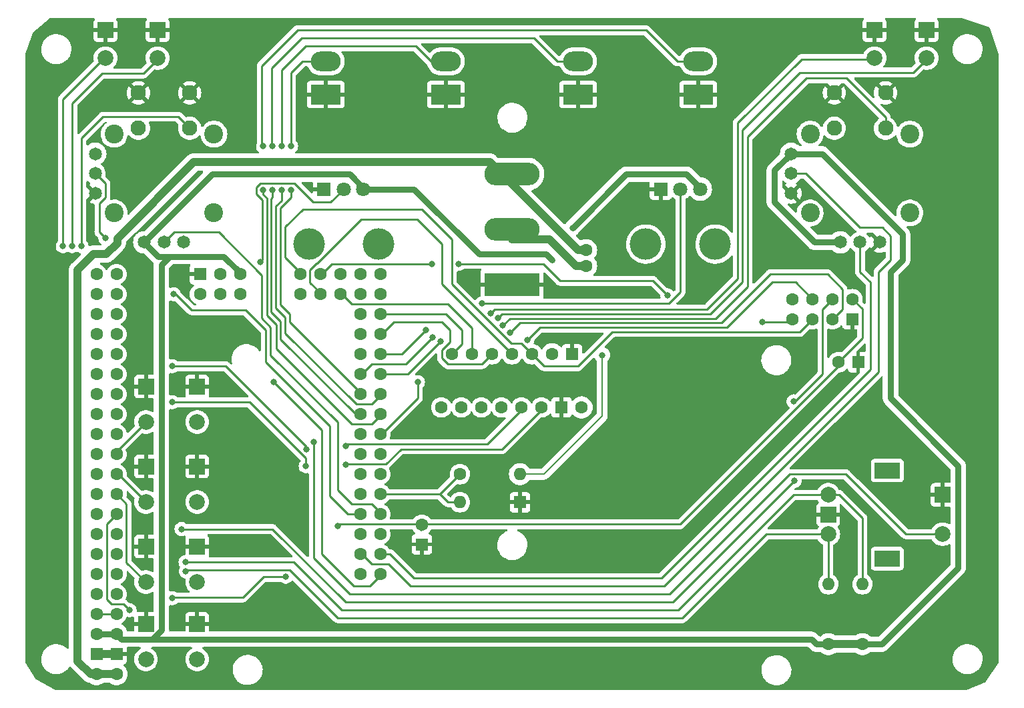
<source format=gbr>
%TF.GenerationSoftware,KiCad,Pcbnew,7.0.8*%
%TF.CreationDate,2023-11-22T02:38:27-05:00*%
%TF.ProjectId,RCTransmitterAecertRobotics,52435472-616e-4736-9d69-747465724165,rev?*%
%TF.SameCoordinates,Original*%
%TF.FileFunction,Copper,L1,Top*%
%TF.FilePolarity,Positive*%
%FSLAX46Y46*%
G04 Gerber Fmt 4.6, Leading zero omitted, Abs format (unit mm)*
G04 Created by KiCad (PCBNEW 7.0.8) date 2023-11-22 02:38:27*
%MOMM*%
%LPD*%
G01*
G04 APERTURE LIST*
G04 Aperture macros list*
%AMRoundRect*
0 Rectangle with rounded corners*
0 $1 Rounding radius*
0 $2 $3 $4 $5 $6 $7 $8 $9 X,Y pos of 4 corners*
0 Add a 4 corners polygon primitive as box body*
4,1,4,$2,$3,$4,$5,$6,$7,$8,$9,$2,$3,0*
0 Add four circle primitives for the rounded corners*
1,1,$1+$1,$2,$3*
1,1,$1+$1,$4,$5*
1,1,$1+$1,$6,$7*
1,1,$1+$1,$8,$9*
0 Add four rect primitives between the rounded corners*
20,1,$1+$1,$2,$3,$4,$5,0*
20,1,$1+$1,$4,$5,$6,$7,0*
20,1,$1+$1,$6,$7,$8,$9,0*
20,1,$1+$1,$8,$9,$2,$3,0*%
G04 Aperture macros list end*
%TA.AperFunction,ComponentPad*%
%ADD10C,1.650000*%
%TD*%
%TA.AperFunction,ComponentPad*%
%ADD11C,1.950000*%
%TD*%
%TA.AperFunction,ComponentPad*%
%ADD12C,2.400000*%
%TD*%
%TA.AperFunction,ComponentPad*%
%ADD13C,2.000000*%
%TD*%
%TA.AperFunction,ComponentPad*%
%ADD14R,2.000000X2.000000*%
%TD*%
%TA.AperFunction,ComponentPad*%
%ADD15RoundRect,1.250000X0.650000X0.000000X-0.650000X0.000000X-0.650000X0.000000X0.650000X0.000000X0*%
%TD*%
%TA.AperFunction,ComponentPad*%
%ADD16R,3.800000X2.500000*%
%TD*%
%TA.AperFunction,ComponentPad*%
%ADD17C,1.600000*%
%TD*%
%TA.AperFunction,ComponentPad*%
%ADD18R,1.600000X1.600000*%
%TD*%
%TA.AperFunction,ComponentPad*%
%ADD19O,1.600000X1.600000*%
%TD*%
%TA.AperFunction,ComponentPad*%
%ADD20R,3.200000X2.000000*%
%TD*%
%TA.AperFunction,ComponentPad*%
%ADD21O,7.000000X2.900000*%
%TD*%
%TA.AperFunction,ComponentPad*%
%ADD22R,7.000000X2.900000*%
%TD*%
%TA.AperFunction,ComponentPad*%
%ADD23C,1.800000*%
%TD*%
%TA.AperFunction,ComponentPad*%
%ADD24R,1.800000X1.800000*%
%TD*%
%TA.AperFunction,WasherPad*%
%ADD25C,4.000000*%
%TD*%
%TA.AperFunction,ViaPad*%
%ADD26C,0.800000*%
%TD*%
%TA.AperFunction,Conductor*%
%ADD27C,0.250000*%
%TD*%
%TA.AperFunction,Conductor*%
%ADD28C,0.750000*%
%TD*%
%TA.AperFunction,Conductor*%
%ADD29C,1.000000*%
%TD*%
%TA.AperFunction,Conductor*%
%ADD30C,0.200000*%
%TD*%
G04 APERTURE END LIST*
D10*
%TO.P,Joystick2,1,1*%
%TO.N,/5v*%
X182605000Y-84850000D03*
%TO.P,Joystick2,2,2*%
%TO.N,/Joy Right X*%
X185105000Y-84850000D03*
%TO.P,Joystick2,3,3*%
%TO.N,GND*%
X187605000Y-84850000D03*
%TO.P,Joystick2,11,1'*%
%TO.N,/5v*%
X176375000Y-73620000D03*
%TO.P,Joystick2,12,2'*%
%TO.N,/Joy Right Y*%
X176375000Y-76120000D03*
%TO.P,Joystick2,13,3'*%
%TO.N,GND*%
X176375000Y-78620000D03*
D11*
%TO.P,Joystick2,A1,COM_1*%
%TO.N,/Joy Right Button*%
X188355000Y-70370000D03*
%TO.P,Joystick2,B1,COM_2*%
%TO.N,unconnected-(Joystick2-COM_2-PadB1)*%
X181855000Y-70370000D03*
%TO.P,Joystick2,C1,NO_1*%
%TO.N,GND*%
X188355000Y-65870000D03*
%TO.P,Joystick2,D1,NO_2*%
X181855000Y-65870000D03*
D12*
%TO.P,Joystick2,MH1,MH1*%
%TO.N,unconnected-(Joystick2-PadMH1)*%
X178780000Y-81120000D03*
%TO.P,Joystick2,MH2,MH2*%
%TO.N,unconnected-(Joystick2-PadMH2)*%
X191430000Y-81120000D03*
%TO.P,Joystick2,MH3,MH3*%
%TO.N,unconnected-(Joystick2-PadMH3)*%
X191430000Y-71120000D03*
%TO.P,Joystick2,MH4,MH4*%
%TO.N,unconnected-(Joystick2-PadMH4)*%
X178780000Y-71120000D03*
%TD*%
D10*
%TO.P,Joystick1,1,1*%
%TO.N,/5v*%
X94335000Y-84850000D03*
%TO.P,Joystick1,2,2*%
%TO.N,/Joy Left X*%
X96835000Y-84850000D03*
%TO.P,Joystick1,3,3*%
%TO.N,GND*%
X99335000Y-84850000D03*
%TO.P,Joystick1,11,1'*%
%TO.N,/5v*%
X88105000Y-73620000D03*
%TO.P,Joystick1,12,2'*%
%TO.N,/Joy Left Y*%
X88105000Y-76120000D03*
%TO.P,Joystick1,13,3'*%
%TO.N,GND*%
X88105000Y-78620000D03*
D11*
%TO.P,Joystick1,A1,COM_1*%
%TO.N,/Joy Left Button*%
X100085000Y-70370000D03*
%TO.P,Joystick1,B1,COM_2*%
%TO.N,unconnected-(Joystick1-COM_2-PadB1)*%
X93585000Y-70370000D03*
%TO.P,Joystick1,C1,NO_1*%
%TO.N,GND*%
X100085000Y-65870000D03*
%TO.P,Joystick1,D1,NO_2*%
X93585000Y-65870000D03*
D12*
%TO.P,Joystick1,MH1,MH1*%
%TO.N,unconnected-(Joystick1-PadMH1)*%
X90510000Y-81120000D03*
%TO.P,Joystick1,MH2,MH2*%
%TO.N,unconnected-(Joystick1-PadMH2)*%
X103160000Y-81120000D03*
%TO.P,Joystick1,MH3,MH3*%
%TO.N,unconnected-(Joystick1-PadMH3)*%
X103160000Y-71120000D03*
%TO.P,Joystick1,MH4,MH4*%
%TO.N,unconnected-(Joystick1-PadMH4)*%
X90510000Y-71120000D03*
%TD*%
D13*
%TO.P,Bumper4,2,2*%
%TO.N,/Right Bumper B*%
X193548000Y-61468000D03*
D14*
%TO.P,Bumper4,1,1*%
%TO.N,GND*%
X193548000Y-57912000D03*
%TD*%
%TO.P,Bumper3,1,1*%
%TO.N,GND*%
X186944000Y-57912000D03*
D13*
%TO.P,Bumper3,2,2*%
%TO.N,/Right Bumper A*%
X186944000Y-61468000D03*
%TD*%
%TO.P,Bumper2,2,2*%
%TO.N,/Left Bumper B*%
X96012000Y-61468000D03*
D14*
%TO.P,Bumper2,1,1*%
%TO.N,GND*%
X96012000Y-57912000D03*
%TD*%
D13*
%TO.P,Bumper1,2,2*%
%TO.N,/Left Bumper A*%
X89408000Y-61468000D03*
D14*
%TO.P,Bumper1,1,1*%
%TO.N,GND*%
X89408000Y-57912000D03*
%TD*%
D15*
%TO.P,Toggle4,2*%
%TO.N,/Toggle D*%
X164592000Y-61872000D03*
D16*
%TO.P,Toggle4,1*%
%TO.N,GND*%
X164592000Y-66072000D03*
%TD*%
%TO.P,Toggle1,1*%
%TO.N,GND*%
X117348000Y-66072000D03*
D15*
%TO.P,Toggle1,2*%
%TO.N,/Toggle A*%
X117348000Y-61872000D03*
%TD*%
D17*
%TO.P,Gyroscope1,1,VCC*%
%TO.N,/5v*%
X149789454Y-105816523D03*
D18*
%TO.P,Gyroscope1,2,GND*%
%TO.N,GND*%
X147249454Y-105816523D03*
D17*
%TO.P,Gyroscope1,3,SCL*%
%TO.N,/SCL*%
X144709454Y-105816523D03*
%TO.P,Gyroscope1,4,SDA*%
%TO.N,/SDA*%
X142169454Y-105816523D03*
%TO.P,Gyroscope1,5,XDA*%
%TO.N,unconnected-(Gyroscope1-XDA-Pad5)*%
X139629454Y-105816523D03*
%TO.P,Gyroscope1,6,XCL*%
%TO.N,unconnected-(Gyroscope1-XCL-Pad6)*%
X137089454Y-105816523D03*
%TO.P,Gyroscope1,7,AD0*%
%TO.N,unconnected-(Gyroscope1-AD0-Pad7)*%
X134549454Y-105816523D03*
%TO.P,Gyroscope1,8,INT*%
%TO.N,unconnected-(Gyroscope1-INT-Pad8)*%
X132009454Y-105816523D03*
%TD*%
D18*
%TO.P,OLED_LCD_Display1,7,GND*%
%TO.N,GND*%
X148590000Y-99060000D03*
D17*
%TO.P,OLED_LCD_Display1,6,VCC*%
%TO.N,/5v*%
X146050000Y-99060000D03*
%TO.P,OLED_LCD_Display1,5,SCK*%
%TO.N,/SCK*%
X143510000Y-99060000D03*
%TO.P,OLED_LCD_Display1,4,SDA*%
%TO.N,/MOSI*%
X140970000Y-99060000D03*
%TO.P,OLED_LCD_Display1,3,RES*%
%TO.N,/Screen RES*%
X138430000Y-99060000D03*
%TO.P,OLED_LCD_Display1,2,DC*%
%TO.N,/CE*%
X135890000Y-99060000D03*
%TO.P,OLED_LCD_Display1,1,CS*%
%TO.N,/Screen CS*%
X133350000Y-99060000D03*
%TD*%
D19*
%TO.P,R2,2*%
%TO.N,/Battery Voltage*%
X134366000Y-117856000D03*
D18*
%TO.P,R2,1*%
%TO.N,GND*%
X141986000Y-117856000D03*
%TD*%
D19*
%TO.P,R1,2*%
%TO.N,/Bat+*%
X141986000Y-114300000D03*
D17*
%TO.P,R1,1*%
%TO.N,/Battery Voltage*%
X134366000Y-114300000D03*
%TD*%
D14*
%TO.P,Rotary_Encoder1,S2,S2*%
%TO.N,GND*%
X195580000Y-116920000D03*
D13*
%TO.P,Rotary_Encoder1,S1,S1*%
%TO.N,/Rotary Encoder Switch*%
X195580000Y-121920000D03*
D20*
%TO.P,Rotary_Encoder1,MP*%
%TO.N,N/C*%
X188580000Y-125020000D03*
X188580000Y-113820000D03*
D14*
%TO.P,Rotary_Encoder1,C,C*%
%TO.N,GND*%
X181080000Y-119420000D03*
D13*
%TO.P,Rotary_Encoder1,B,B*%
%TO.N,/RotaryEncoderA*%
X181080000Y-121920000D03*
%TO.P,Rotary_Encoder1,A,A*%
%TO.N,/RotaryEncoderB*%
X181080000Y-116920000D03*
%TD*%
D17*
%TO.P,R4,1*%
%TO.N,/5v*%
X181102000Y-135890000D03*
D19*
%TO.P,R4,2*%
%TO.N,/RotaryEncoderA*%
X181102000Y-128270000D03*
%TD*%
D14*
%TO.P,Button3,1,1*%
%TO.N,GND*%
X94540000Y-123480000D03*
X101040000Y-123480000D03*
D13*
%TO.P,Button3,2,2*%
%TO.N,/Button C*%
X94540000Y-127980000D03*
X101040000Y-127980000D03*
%TD*%
D16*
%TO.P,Toggle3,1*%
%TO.N,GND*%
X149352000Y-66072000D03*
D15*
%TO.P,Toggle3,2*%
%TO.N,/Toggle C*%
X149352000Y-61872000D03*
%TD*%
D14*
%TO.P,Button4,1,1*%
%TO.N,GND*%
X94540000Y-133300000D03*
X101040000Y-133300000D03*
D13*
%TO.P,Button4,2,2*%
%TO.N,/Button D*%
X94540000Y-137800000D03*
X101040000Y-137800000D03*
%TD*%
D14*
%TO.P,Button2,1,1*%
%TO.N,GND*%
X94540000Y-113320000D03*
X101040000Y-113320000D03*
D13*
%TO.P,Button2,2,2*%
%TO.N,/Button B*%
X94540000Y-117820000D03*
X101040000Y-117820000D03*
%TD*%
D14*
%TO.P,Button1,1,1*%
%TO.N,GND*%
X94540000Y-103160000D03*
X101040000Y-103160000D03*
D13*
%TO.P,Button1,2,2*%
%TO.N,/Button A*%
X94540000Y-107660000D03*
X101040000Y-107660000D03*
%TD*%
D21*
%TO.P,PowerSwitch1,3,Load*%
%TO.N,/Bat+*%
X140970000Y-76200000D03*
%TO.P,PowerSwitch1,2,Power*%
%TO.N,/Bat-*%
X140970000Y-83200000D03*
D22*
%TO.P,PowerSwitch1,1,LED*%
%TO.N,GND*%
X140970000Y-90200000D03*
%TD*%
D23*
%TO.P,Pot1,3,3*%
%TO.N,/5v*%
X122100000Y-78090000D03*
%TO.P,Pot1,2,2*%
%TO.N,/Pot Left*%
X119600000Y-78090000D03*
D24*
%TO.P,Pot1,1,1*%
%TO.N,GND*%
X117100000Y-78090000D03*
D25*
%TO.P,Pot1,*%
%TO.N,*%
X115200000Y-85090000D03*
X124000000Y-85090000D03*
%TD*%
D16*
%TO.P,Toggle2,1*%
%TO.N,GND*%
X132588000Y-66072000D03*
D15*
%TO.P,Toggle2,2*%
%TO.N,/Toggle B*%
X132588000Y-61872000D03*
%TD*%
D23*
%TO.P,Pot2,3,3*%
%TO.N,/5v*%
X164840000Y-78090000D03*
%TO.P,Pot2,2,2*%
%TO.N,/Pot Right*%
X162340000Y-78090000D03*
D24*
%TO.P,Pot2,1,1*%
%TO.N,GND*%
X159840000Y-78090000D03*
D25*
%TO.P,Pot2,*%
%TO.N,*%
X157940000Y-85090000D03*
X166740000Y-85090000D03*
%TD*%
D17*
%TO.P,R3,1*%
%TO.N,/5v*%
X185420000Y-135890000D03*
D19*
%TO.P,R3,2*%
%TO.N,/RotaryEncoderB*%
X185420000Y-128270000D03*
%TD*%
D17*
%TO.P,C2,1*%
%TO.N,/3.3v*%
X129540000Y-120714888D03*
D18*
%TO.P,C2,2*%
%TO.N,GND*%
X129540000Y-123214888D03*
%TD*%
D17*
%TO.P,JST_Connector1,2,Pin_2*%
%TO.N,/Bat-*%
X150368000Y-87852000D03*
%TO.P,JST_Connector1,1,Pin_1*%
%TO.N,/Bat+*%
X150368000Y-85852000D03*
%TD*%
%TO.P,Arduino_Mega_Pro1,0,RX*%
%TO.N,unconnected-(Arduino_Mega_Pro1-RX-Pad0)*%
X90805000Y-127000000D03*
%TO.P,Arduino_Mega_Pro1,1,TX*%
%TO.N,unconnected-(Arduino_Mega_Pro1-TX-Pad1)*%
X88265000Y-127000000D03*
%TO.P,Arduino_Mega_Pro1,2,D2*%
%TO.N,/RotaryEncoderA*%
X90805000Y-124460000D03*
%TO.P,Arduino_Mega_Pro1,3,D3*%
%TO.N,/RotaryEncoderB*%
X88265000Y-124460000D03*
%TO.P,Arduino_Mega_Pro1,3V3,3V3*%
%TO.N,/3.3v*%
X88265000Y-132080000D03*
X90805000Y-132080000D03*
%TO.P,Arduino_Mega_Pro1,4,D4*%
%TO.N,/NRF CSN*%
X90805000Y-121920000D03*
%TO.P,Arduino_Mega_Pro1,5,D5*%
%TO.N,unconnected-(Arduino_Mega_Pro1-D5-Pad5)*%
X88265000Y-121920000D03*
%TO.P,Arduino_Mega_Pro1,5V,5V*%
%TO.N,/5v*%
X88265000Y-134620000D03*
X90805000Y-134620000D03*
X106480000Y-88900000D03*
%TO.P,Arduino_Mega_Pro1,6,D6*%
%TO.N,/Button D*%
X90805000Y-119380000D03*
%TO.P,Arduino_Mega_Pro1,7,D7*%
%TO.N,unconnected-(Arduino_Mega_Pro1-D7-Pad7)*%
X88265000Y-119380000D03*
%TO.P,Arduino_Mega_Pro1,8,D8*%
%TO.N,/Button C*%
X90805000Y-116840000D03*
%TO.P,Arduino_Mega_Pro1,9,D9*%
%TO.N,unconnected-(Arduino_Mega_Pro1-D9-Pad9)*%
X88265000Y-116840000D03*
%TO.P,Arduino_Mega_Pro1,10,D10*%
%TO.N,/Button B*%
X90805000Y-114300000D03*
%TO.P,Arduino_Mega_Pro1,11,D11*%
%TO.N,unconnected-(Arduino_Mega_Pro1-D11-Pad11)*%
X88265000Y-114300000D03*
%TO.P,Arduino_Mega_Pro1,12,D12*%
%TO.N,/Button A*%
X90805000Y-111760000D03*
%TO.P,Arduino_Mega_Pro1,13,D13*%
%TO.N,unconnected-(Arduino_Mega_Pro1-D13-Pad13)*%
X88265000Y-111760000D03*
%TO.P,Arduino_Mega_Pro1,14,D14*%
%TO.N,unconnected-(Arduino_Mega_Pro1-D14-Pad14)*%
X90805000Y-109220000D03*
%TO.P,Arduino_Mega_Pro1,15,D15*%
%TO.N,unconnected-(Arduino_Mega_Pro1-D15-Pad15)*%
X88265000Y-109220000D03*
%TO.P,Arduino_Mega_Pro1,16,D16*%
%TO.N,unconnected-(Arduino_Mega_Pro1-D16-Pad16)*%
X90805000Y-106680000D03*
%TO.P,Arduino_Mega_Pro1,17,D17*%
%TO.N,unconnected-(Arduino_Mega_Pro1-D17-Pad17)*%
X88265000Y-106680000D03*
%TO.P,Arduino_Mega_Pro1,18,D18*%
%TO.N,unconnected-(Arduino_Mega_Pro1-D18-Pad18)*%
X90805000Y-104140000D03*
%TO.P,Arduino_Mega_Pro1,19,D19*%
%TO.N,unconnected-(Arduino_Mega_Pro1-D19-Pad19)*%
X88265000Y-104140000D03*
%TO.P,Arduino_Mega_Pro1,20,D20(SDA)*%
%TO.N,/SDA*%
X90805000Y-101600000D03*
%TO.P,Arduino_Mega_Pro1,21,D21(SCL)*%
%TO.N,/SCL*%
X88265000Y-101600000D03*
%TO.P,Arduino_Mega_Pro1,22,D22*%
%TO.N,unconnected-(Arduino_Mega_Pro1-D22-Pad22)*%
X90805000Y-99060000D03*
%TO.P,Arduino_Mega_Pro1,23,D23*%
%TO.N,unconnected-(Arduino_Mega_Pro1-D23-Pad23)*%
X88265000Y-99060000D03*
%TO.P,Arduino_Mega_Pro1,24,D24*%
%TO.N,unconnected-(Arduino_Mega_Pro1-D24-Pad24)*%
X90805000Y-96520000D03*
%TO.P,Arduino_Mega_Pro1,25,D25*%
%TO.N,unconnected-(Arduino_Mega_Pro1-D25-Pad25)*%
X88265000Y-96520000D03*
%TO.P,Arduino_Mega_Pro1,26,D26*%
%TO.N,unconnected-(Arduino_Mega_Pro1-D26-Pad26)*%
X90805000Y-93980000D03*
%TO.P,Arduino_Mega_Pro1,27,D27*%
%TO.N,/Left Bumper A*%
X88265000Y-93980000D03*
%TO.P,Arduino_Mega_Pro1,28,D28*%
%TO.N,unconnected-(Arduino_Mega_Pro1-D28-Pad28)*%
X90805000Y-91440000D03*
%TO.P,Arduino_Mega_Pro1,29,D29*%
%TO.N,/Left Bumper B*%
X88265000Y-91440000D03*
%TO.P,Arduino_Mega_Pro1,30,D30*%
%TO.N,unconnected-(Arduino_Mega_Pro1-D30-Pad30)*%
X90805000Y-88900000D03*
%TO.P,Arduino_Mega_Pro1,31,D31*%
%TO.N,/Joy Left Button*%
X88265000Y-88900000D03*
%TO.P,Arduino_Mega_Pro1,32,D32*%
%TO.N,/Toggle D*%
X124260000Y-106680000D03*
%TO.P,Arduino_Mega_Pro1,33,D33*%
%TO.N,/Toggle C*%
X121720000Y-106680000D03*
%TO.P,Arduino_Mega_Pro1,34,D34*%
%TO.N,/Toggle B*%
X124260000Y-104140000D03*
%TO.P,Arduino_Mega_Pro1,35,D35*%
%TO.N,/Toggle A*%
X121720000Y-104140000D03*
%TO.P,Arduino_Mega_Pro1,36,D36*%
%TO.N,/Joy Right Button*%
X124260000Y-101600000D03*
%TO.P,Arduino_Mega_Pro1,37,D37*%
%TO.N,/Right Bumper B*%
X121720000Y-101600000D03*
%TO.P,Arduino_Mega_Pro1,38,D38*%
%TO.N,/Right Bumper A*%
X124260000Y-99060000D03*
%TO.P,Arduino_Mega_Pro1,39,D39*%
%TO.N,/Rotary Encoder Switch*%
X121720000Y-99060000D03*
%TO.P,Arduino_Mega_Pro1,40,D40*%
%TO.N,/Screen RES*%
X124260000Y-96520000D03*
%TO.P,Arduino_Mega_Pro1,41,D41*%
%TO.N,unconnected-(Arduino_Mega_Pro1-D41-Pad41)*%
X121720000Y-96520000D03*
%TO.P,Arduino_Mega_Pro1,42,D42*%
%TO.N,/Screen CS*%
X124260000Y-93980000D03*
%TO.P,Arduino_Mega_Pro1,43,D43*%
%TO.N,unconnected-(Arduino_Mega_Pro1-D43-Pad43)*%
X121720000Y-93980000D03*
%TO.P,Arduino_Mega_Pro1,44,D44*%
%TO.N,unconnected-(Arduino_Mega_Pro1-D44-Pad44)*%
X124260000Y-91440000D03*
%TO.P,Arduino_Mega_Pro1,45,D45*%
%TO.N,unconnected-(Arduino_Mega_Pro1-D45-Pad45)*%
X121720000Y-91440000D03*
%TO.P,Arduino_Mega_Pro1,46,D46*%
%TO.N,unconnected-(Arduino_Mega_Pro1-D46-Pad46)*%
X124260000Y-88900000D03*
%TO.P,Arduino_Mega_Pro1,47,D47*%
%TO.N,unconnected-(Arduino_Mega_Pro1-D47-Pad47)*%
X121720000Y-88900000D03*
%TO.P,Arduino_Mega_Pro1,48,D48*%
%TO.N,unconnected-(Arduino_Mega_Pro1-D48-Pad48)*%
X119180000Y-88900000D03*
%TO.P,Arduino_Mega_Pro1,49,D49*%
%TO.N,/CE*%
X119180000Y-91440000D03*
%TO.P,Arduino_Mega_Pro1,50,D50(MISO)*%
%TO.N,/MISO*%
X106480000Y-91440000D03*
X116640000Y-88900000D03*
%TO.P,Arduino_Mega_Pro1,51,D51(MOSI)*%
%TO.N,/MOSI*%
X103940000Y-88900000D03*
X116640000Y-91440000D03*
%TO.P,Arduino_Mega_Pro1,52,D52(SCLK)*%
%TO.N,/SCK*%
X103940000Y-91440000D03*
X114100000Y-88900000D03*
%TO.P,Arduino_Mega_Pro1,53,D53(CE)*%
%TO.N,unconnected-(Arduino_Mega_Pro1-D53(CE)-Pad53)*%
X114100000Y-91440000D03*
%TO.P,Arduino_Mega_Pro1,A0,A0*%
%TO.N,/Pot Left*%
X124260000Y-127000000D03*
%TO.P,Arduino_Mega_Pro1,A1,A1*%
%TO.N,unconnected-(Arduino_Mega_Pro1-PadA1)*%
X121720000Y-127000000D03*
%TO.P,Arduino_Mega_Pro1,A2,A2*%
%TO.N,/Joy Right X*%
X124260000Y-124460000D03*
%TO.P,Arduino_Mega_Pro1,A3,A3*%
%TO.N,/Joy Right Y*%
X121720000Y-124460000D03*
%TO.P,Arduino_Mega_Pro1,A4,A4*%
%TO.N,unconnected-(Arduino_Mega_Pro1-PadA4)*%
X124260000Y-121920000D03*
%TO.P,Arduino_Mega_Pro1,A5,A5*%
%TO.N,unconnected-(Arduino_Mega_Pro1-PadA5)*%
X121720000Y-121920000D03*
%TO.P,Arduino_Mega_Pro1,A6,A6*%
%TO.N,/Joy Left X*%
X124260000Y-119380000D03*
%TO.P,Arduino_Mega_Pro1,A7,A7*%
%TO.N,/Joy Left Y*%
X121720000Y-119380000D03*
%TO.P,Arduino_Mega_Pro1,A8,A8*%
%TO.N,/Battery Voltage*%
X124260000Y-116840000D03*
%TO.P,Arduino_Mega_Pro1,A9,A9*%
%TO.N,unconnected-(Arduino_Mega_Pro1-PadA9)*%
X121720000Y-116840000D03*
%TO.P,Arduino_Mega_Pro1,A10,A10*%
%TO.N,unconnected-(Arduino_Mega_Pro1-PadA10)*%
X124260000Y-114300000D03*
%TO.P,Arduino_Mega_Pro1,A11,A11*%
%TO.N,unconnected-(Arduino_Mega_Pro1-PadA11)*%
X121720000Y-114300000D03*
%TO.P,Arduino_Mega_Pro1,A12,A12*%
%TO.N,unconnected-(Arduino_Mega_Pro1-PadA12)*%
X124260000Y-111760000D03*
%TO.P,Arduino_Mega_Pro1,A13,A13*%
%TO.N,unconnected-(Arduino_Mega_Pro1-PadA13)*%
X121720000Y-111760000D03*
%TO.P,Arduino_Mega_Pro1,A14,A14*%
%TO.N,/Pot Right*%
X124260000Y-109220000D03*
%TO.P,Arduino_Mega_Pro1,A15,A15*%
%TO.N,unconnected-(Arduino_Mega_Pro1-PadA15)*%
X121720000Y-109220000D03*
%TO.P,Arduino_Mega_Pro1,AREF,AREF*%
%TO.N,/REF*%
X90805000Y-129540000D03*
D18*
%TO.P,Arduino_Mega_Pro1,GND,GND*%
%TO.N,GND*%
X88265000Y-137160000D03*
X90805000Y-137160000D03*
X101400000Y-88900000D03*
D17*
%TO.P,Arduino_Mega_Pro1,RST,RST*%
%TO.N,unconnected-(Arduino_Mega_Pro1-PadRST)*%
X88265000Y-129540000D03*
X101400000Y-91440000D03*
%TO.P,Arduino_Mega_Pro1,VIN,VIN*%
%TO.N,/Bat+*%
X88265000Y-139700000D03*
X90805000Y-139700000D03*
%TD*%
D18*
%TO.P,C1,2*%
%TO.N,GND*%
X184872000Y-100076000D03*
D17*
%TO.P,C1,1*%
%TO.N,/3.3v*%
X182372000Y-100076000D03*
%TD*%
D18*
%TO.P,NRF24,8,GND*%
%TO.N,GND*%
X184150000Y-94615000D03*
D17*
%TO.P,NRF24,7,CE*%
%TO.N,/CE*%
X181610000Y-94615000D03*
%TO.P,NRF24,6,SCK*%
%TO.N,/SCK*%
X179070000Y-94615000D03*
%TO.P,NRF24,5,MISO*%
%TO.N,/MISO*%
X176530000Y-94615000D03*
%TO.P,NRF24,4,IRQ*%
%TO.N,unconnected-(NRF24-IRQ-Pad4)*%
X176530000Y-92075000D03*
%TO.P,NRF24,3,MOSI*%
%TO.N,/MOSI*%
X179070000Y-92075000D03*
%TO.P,NRF24,2,CSN*%
%TO.N,/NRF CSN*%
X181610000Y-92075000D03*
%TO.P,NRF24,1,V+*%
%TO.N,/3.3v*%
X184150000Y-92075000D03*
%TD*%
D26*
%TO.N,GND*%
X92456000Y-58928000D03*
X189992000Y-59436000D03*
X93974276Y-131266266D03*
X157988000Y-101092000D03*
%TO.N,/3.3v*%
X97889000Y-130048000D03*
X118872000Y-120904000D03*
X112268000Y-127329500D03*
%TO.N,GND*%
X155448000Y-91440000D03*
X145796000Y-109220000D03*
%TO.N,/5v*%
X148634307Y-83013693D03*
X146050000Y-87122000D03*
%TO.N,/MISO*%
X160689312Y-91601312D03*
X172720000Y-94996000D03*
%TO.N,/Bat+*%
X152408340Y-99168500D03*
%TO.N,/CE*%
X140750331Y-96369500D03*
%TO.N,GND*%
X154432000Y-80772000D03*
X139700000Y-102616000D03*
X156972000Y-117856000D03*
X102929041Y-140295973D03*
X129820556Y-108337148D03*
X182372000Y-97028000D03*
X193040000Y-66040000D03*
X105156000Y-65786000D03*
X119888000Y-138684000D03*
X98806000Y-89154000D03*
X107188000Y-116332000D03*
X132080000Y-114808000D03*
X178308000Y-119634000D03*
X148336000Y-71628000D03*
X107696000Y-123444000D03*
X96092572Y-73528443D03*
X93218000Y-140208000D03*
X89408000Y-66040000D03*
X104648000Y-132588000D03*
X102108000Y-98044000D03*
X168148000Y-108204000D03*
X135200919Y-124257127D03*
X93472000Y-99568000D03*
X165100000Y-72136000D03*
X199136000Y-109728000D03*
X189594180Y-129195269D03*
X197612000Y-75692000D03*
X124968000Y-69088000D03*
X170434000Y-129794000D03*
X174244000Y-85344000D03*
X185420000Y-106172000D03*
X187452000Y-75184000D03*
%TO.N,/Rotary Encoder Switch*%
X115824000Y-110236000D03*
%TO.N,/Left Bumper A*%
X84010994Y-85344000D03*
%TO.N,/Right Bumper A*%
X130048000Y-96012000D03*
X138251968Y-93870873D03*
%TO.N,/Left Bumper B*%
X85185497Y-85344000D03*
%TO.N,/Right Bumper B*%
X139192000Y-94488000D03*
X130872180Y-96945918D03*
%TO.N,/Joy Right Button*%
X131951976Y-97407976D03*
X139809127Y-95428032D03*
%TO.N,/Toggle B*%
X111760000Y-72644000D03*
X111760000Y-78232000D03*
%TO.N,/Toggle A*%
X112938728Y-72644000D03*
X112934503Y-78232000D03*
%TO.N,/Toggle C*%
X110585497Y-72644000D03*
X110585498Y-78233248D03*
%TO.N,/Toggle D*%
X109411038Y-72654093D03*
X109410996Y-78231539D03*
%TO.N,/Joy Left Button*%
X86360000Y-85344000D03*
%TO.N,/Button D*%
X92456000Y-131572000D03*
%TO.N,/Pot Right*%
X129032000Y-102616000D03*
X137160000Y-92622500D03*
%TO.N,/SCL*%
X97889000Y-105156000D03*
X114808000Y-113284000D03*
X119888000Y-113135479D03*
%TO.N,/SDA*%
X97889000Y-100584000D03*
X114900688Y-111159312D03*
X119888000Y-110726888D03*
%TO.N,/Pot Left*%
X109012500Y-87376000D03*
X110744000Y-102616000D03*
%TO.N,/Joy Left Y*%
X98044000Y-91440000D03*
X89408000Y-84328000D03*
%TO.N,/MISO*%
X130850000Y-87590000D03*
X134199500Y-87590000D03*
%TO.N,/MOSI*%
X142902968Y-97251592D03*
%TO.N,/NRF CSN*%
X176812349Y-115149500D03*
X176691312Y-105063312D03*
X99060000Y-121271285D03*
%TO.N,/RotaryEncoderB*%
X99568000Y-125476000D03*
%TO.N,/RotaryEncoderA*%
X99597535Y-126650131D03*
%TD*%
D27*
%TO.N,/Joy Right X*%
X186436000Y-100965000D02*
X186436000Y-89916000D01*
X159893000Y-127508000D02*
X186436000Y-100965000D01*
X128554462Y-127508000D02*
X159893000Y-127508000D01*
X185105000Y-88585000D02*
X185105000Y-84850000D01*
X125506462Y-124460000D02*
X128554462Y-127508000D01*
X124460000Y-124460000D02*
X125506462Y-124460000D01*
X186436000Y-89916000D02*
X185105000Y-88585000D01*
%TO.N,/Joy Right Y*%
X178228000Y-76120000D02*
X176375000Y-76120000D01*
X185098151Y-82990151D02*
X178228000Y-76120000D01*
X187933993Y-82990151D02*
X185098151Y-82990151D01*
X188976000Y-84032158D02*
X187933993Y-82990151D01*
X187452000Y-88608827D02*
X188976000Y-87084827D01*
X160274000Y-128524000D02*
X187452000Y-101346000D01*
X128112520Y-128524000D02*
X160274000Y-128524000D01*
X121920000Y-124460000D02*
X123198000Y-125738000D01*
X123198000Y-125738000D02*
X125326520Y-125738000D01*
X125326520Y-125738000D02*
X128112520Y-128524000D01*
X187452000Y-101346000D02*
X187452000Y-88608827D01*
X188976000Y-87084827D02*
X188976000Y-84032158D01*
%TO.N,/Joy Left Y*%
X120142038Y-119380000D02*
X121920000Y-119380000D01*
X117856000Y-117093962D02*
X120142038Y-119380000D01*
X117856000Y-108204000D02*
X117856000Y-117093962D01*
X100338000Y-93472000D02*
X107188000Y-93472000D01*
X107188000Y-93472000D02*
X109728000Y-96012000D01*
X109728000Y-96012000D02*
X109728000Y-100076000D01*
X98306000Y-91440000D02*
X100338000Y-93472000D01*
X98044000Y-91440000D02*
X98306000Y-91440000D01*
X109728000Y-100076000D02*
X117856000Y-108204000D01*
%TO.N,/Joy Left X*%
X123198000Y-118118000D02*
X124460000Y-119380000D01*
X120658000Y-118118000D02*
X123198000Y-118118000D01*
X118872000Y-116332000D02*
X120658000Y-118118000D01*
X110353000Y-99177000D02*
X118872000Y-107696000D01*
X109220000Y-89017000D02*
X109220000Y-94488000D01*
X118872000Y-107696000D02*
X118872000Y-116332000D01*
X103782519Y-83579519D02*
X109220000Y-89017000D01*
X98105481Y-83579519D02*
X103782519Y-83579519D01*
X96835000Y-84850000D02*
X98105481Y-83579519D01*
X109220000Y-94488000D02*
X110353000Y-95621000D01*
X110353000Y-95621000D02*
X110353000Y-99177000D01*
%TO.N,/Toggle D*%
X123182000Y-107958000D02*
X124460000Y-106680000D01*
X120658000Y-107958000D02*
X123182000Y-107958000D01*
X111051500Y-98351500D02*
X120658000Y-107958000D01*
X111051500Y-95303500D02*
X111051500Y-98351500D01*
X109862000Y-79264975D02*
X109862000Y-94114000D01*
X109410996Y-78231539D02*
X109410996Y-78813972D01*
X109410996Y-78813972D02*
X109862000Y-79264975D01*
X109862000Y-94114000D02*
X111051500Y-95303500D01*
%TO.N,/Toggle A*%
X111587001Y-92791001D02*
X112776500Y-93980500D01*
X112776500Y-93980500D02*
X112776500Y-94996500D01*
X111587001Y-80522803D02*
X111587001Y-92791001D01*
X112776500Y-94996500D02*
X121920000Y-104140000D01*
X112934503Y-79175301D02*
X111587001Y-80522803D01*
X112934503Y-78232000D02*
X112934503Y-79175301D01*
%TO.N,/Toggle B*%
X123198000Y-105402000D02*
X124460000Y-104140000D01*
X111012001Y-93232001D02*
X112201500Y-94421500D01*
X112201500Y-94421500D02*
X112201500Y-96382154D01*
X111012001Y-80284631D02*
X111012001Y-93232001D01*
X111760000Y-79536632D02*
X111012001Y-80284631D01*
X112201500Y-96382154D02*
X121221346Y-105402000D01*
X111760000Y-78232000D02*
X111760000Y-79536632D01*
X121221346Y-105402000D02*
X123198000Y-105402000D01*
%TO.N,/Toggle C*%
X111626500Y-97148500D02*
X121158000Y-106680000D01*
X121158000Y-106680000D02*
X121920000Y-106680000D01*
X111626500Y-94888123D02*
X111626500Y-97148500D01*
X110585498Y-79175302D02*
X110437001Y-79323799D01*
X110437001Y-79323799D02*
X110437001Y-93698624D01*
X110437001Y-93698624D02*
X111626500Y-94888123D01*
X110585498Y-78233248D02*
X110585498Y-79175302D01*
%TO.N,/Pot Left*%
X117979930Y-79710070D02*
X119600000Y-78090000D01*
X115749070Y-79710070D02*
X117979930Y-79710070D01*
X113370539Y-77331539D02*
X115749070Y-79710070D01*
X109038203Y-77331539D02*
X113370539Y-77331539D01*
X108510996Y-77858746D02*
X109038203Y-77331539D01*
X108510996Y-78727144D02*
X108510996Y-77858746D01*
X109012500Y-87376000D02*
X109287000Y-87101500D01*
X109287000Y-87101500D02*
X109287000Y-79503148D01*
X109287000Y-79503148D02*
X108510996Y-78727144D01*
%TO.N,/Left Bumper B*%
X94198795Y-63408205D02*
X96012000Y-61595000D01*
X88991795Y-63408205D02*
X94198795Y-63408205D01*
X85185497Y-67214503D02*
X88991795Y-63408205D01*
X85185497Y-85344000D02*
X85185497Y-67214503D01*
%TO.N,/Right Bumper B*%
X170180000Y-89916000D02*
X170180000Y-70612000D01*
X170180000Y-70612000D02*
X177498093Y-63293907D01*
X166151000Y-93945000D02*
X170180000Y-89916000D01*
X139735000Y-93945000D02*
X166151000Y-93945000D01*
X139192000Y-94488000D02*
X139735000Y-93945000D01*
X177498093Y-63293907D02*
X191849093Y-63293907D01*
X191849093Y-63293907D02*
X193548000Y-61595000D01*
%TO.N,/Joy Left Button*%
X98610000Y-68895000D02*
X100085000Y-70370000D01*
X89093000Y-68895000D02*
X98610000Y-68895000D01*
X86360000Y-85344000D02*
X86360000Y-71628000D01*
X86360000Y-71628000D02*
X89093000Y-68895000D01*
D28*
%TO.N,/5v*%
X174244000Y-79770000D02*
X179324000Y-84850000D01*
X174244000Y-75706000D02*
X174244000Y-79770000D01*
X176330000Y-73620000D02*
X174244000Y-75706000D01*
X180300000Y-73620000D02*
X176330000Y-73620000D01*
X197555000Y-113227000D02*
X188976000Y-104648000D01*
X190500000Y-83820000D02*
X180300000Y-73620000D01*
X197555000Y-126207544D02*
X197555000Y-113227000D01*
X190500000Y-87116461D02*
X190500000Y-83820000D01*
X187872544Y-135890000D02*
X197555000Y-126207544D01*
X188976000Y-88640461D02*
X190500000Y-87116461D01*
X185420000Y-135890000D02*
X187872544Y-135890000D01*
X179324000Y-84850000D02*
X182605000Y-84850000D01*
X188976000Y-104648000D02*
X188976000Y-88640461D01*
D27*
%TO.N,/Joy Right Button*%
X188355000Y-68975000D02*
X188355000Y-70370000D01*
X178308000Y-64008000D02*
X183388000Y-64008000D01*
X170854000Y-71462000D02*
X178308000Y-64008000D01*
X170854000Y-90460828D02*
X170854000Y-71462000D01*
X183388000Y-64008000D02*
X188355000Y-68975000D01*
X140717159Y-94520000D02*
X166794828Y-94520000D01*
X139809127Y-95428032D02*
X140717159Y-94520000D01*
X166794828Y-94520000D02*
X170854000Y-90460828D01*
%TO.N,/Joy Left Y*%
X88636044Y-79890481D02*
X89380000Y-79146525D01*
X89380000Y-79146525D02*
X89380000Y-77395000D01*
X88636044Y-83556044D02*
X88636044Y-79890481D01*
X89408000Y-84328000D02*
X88636044Y-83556044D01*
X89380000Y-77395000D02*
X88105000Y-76120000D01*
D28*
%TO.N,/5v*%
X120374908Y-76215000D02*
X122100000Y-77940092D01*
X94335000Y-84806013D02*
X102926013Y-76215000D01*
X102926013Y-76215000D02*
X120374908Y-76215000D01*
X94335000Y-84893987D02*
X94335000Y-84806013D01*
X96086494Y-86645481D02*
X94335000Y-84893987D01*
X97310000Y-86645481D02*
X96086494Y-86645481D01*
X122100000Y-77940092D02*
X122100000Y-78090000D01*
D29*
%TO.N,/Bat+*%
X87503000Y-139700000D02*
X88265000Y-139700000D01*
X85852000Y-88392000D02*
X85852000Y-138049000D01*
X87884000Y-86360000D02*
X85852000Y-88392000D01*
X90908000Y-84949321D02*
X89497321Y-86360000D01*
X138176000Y-74676000D02*
X100584000Y-74676000D01*
X149352000Y-85852000D02*
X138176000Y-74676000D01*
X90908000Y-84352000D02*
X90908000Y-84949321D01*
X89497321Y-86360000D02*
X87884000Y-86360000D01*
X150368000Y-85852000D02*
X149352000Y-85852000D01*
X100584000Y-74676000D02*
X90908000Y-84352000D01*
X85852000Y-138049000D02*
X87503000Y-139700000D01*
D27*
%TO.N,/MISO*%
X144927009Y-87590000D02*
X134199500Y-87590000D01*
X158832803Y-89744803D02*
X147081812Y-89744803D01*
X160689312Y-91601312D02*
X158832803Y-89744803D01*
X147081812Y-89744803D02*
X144927009Y-87590000D01*
%TO.N,/Pot Right*%
X160869500Y-92622500D02*
X162340000Y-91152000D01*
X137160000Y-92622500D02*
X160869500Y-92622500D01*
X162340000Y-91152000D02*
X162340000Y-78090000D01*
D28*
%TO.N,/5v*%
X164840000Y-77940092D02*
X164840000Y-78090000D01*
X163099908Y-76200000D02*
X164840000Y-77940092D01*
X155448000Y-76200000D02*
X163099908Y-76200000D01*
X148634307Y-83013693D02*
X155448000Y-76200000D01*
X145288000Y-86360000D02*
X146050000Y-87122000D01*
X136810634Y-86360000D02*
X145288000Y-86360000D01*
X128540634Y-78090000D02*
X136810634Y-86360000D01*
X122100000Y-78090000D02*
X128540634Y-78090000D01*
D27*
%TO.N,/MOSI*%
X132080000Y-90170000D02*
X140970000Y-99060000D01*
X116207616Y-87540000D02*
X121832616Y-81915000D01*
X116199346Y-87540000D02*
X116207616Y-87540000D01*
X115350000Y-88389346D02*
X116199346Y-87540000D01*
X115350000Y-89950000D02*
X115350000Y-88389346D01*
X121832616Y-81915000D02*
X128905000Y-81915000D01*
X116840000Y-91440000D02*
X115350000Y-89950000D01*
X132080000Y-85090000D02*
X132080000Y-90170000D01*
X128905000Y-81915000D02*
X132080000Y-85090000D01*
%TO.N,/SCK*%
X142114930Y-97664930D02*
X143510000Y-99060000D01*
X140844930Y-97664930D02*
X142114930Y-97664930D01*
X129540000Y-80645000D02*
X133350000Y-84455000D01*
X114427000Y-80645000D02*
X129540000Y-80645000D01*
X133350000Y-84455000D02*
X133350000Y-90170000D01*
X112162001Y-82909999D02*
X114427000Y-80645000D01*
X112162000Y-86762000D02*
X112162001Y-82909999D01*
X133350000Y-90170000D02*
X140844930Y-97664930D01*
X114300000Y-88900000D02*
X112162000Y-86762000D01*
%TO.N,/MOSI*%
X173990000Y-89916000D02*
X176911000Y-89916000D01*
X144484560Y-95670000D02*
X168236000Y-95670000D01*
X168236000Y-95670000D02*
X173990000Y-89916000D01*
X176911000Y-89916000D02*
X179070000Y-92075000D01*
X142902968Y-97251592D02*
X144484560Y-95670000D01*
%TO.N,/CE*%
X180994419Y-88919419D02*
X182880000Y-90805000D01*
X182880000Y-93345000D02*
X181610000Y-94615000D01*
X173716581Y-88919419D02*
X180994419Y-88919419D01*
X167541000Y-95095000D02*
X173716581Y-88919419D01*
X142024831Y-95095000D02*
X167541000Y-95095000D01*
X182880000Y-90805000D02*
X182880000Y-93345000D01*
X140750331Y-96369500D02*
X142024831Y-95095000D01*
%TO.N,/Right Bumper A*%
X169605000Y-69663000D02*
X177673000Y-61595000D01*
X169605000Y-89475000D02*
X169605000Y-69663000D01*
X138752841Y-93370000D02*
X165710000Y-93370000D01*
X165710000Y-93370000D02*
X169605000Y-89475000D01*
X138251968Y-93870873D02*
X138752841Y-93370000D01*
X177673000Y-61595000D02*
X186944000Y-61595000D01*
%TO.N,/MISO*%
X176149000Y-94996000D02*
X176530000Y-94615000D01*
X172720000Y-94996000D02*
X176149000Y-94996000D01*
%TO.N,/Toggle A*%
X114404000Y-61872000D02*
X117348000Y-61872000D01*
X112938728Y-63337272D02*
X114404000Y-61872000D01*
X112938728Y-72644000D02*
X112938728Y-63337272D01*
%TO.N,/Toggle D*%
X161925000Y-61872000D02*
X164592000Y-61872000D01*
X157965000Y-57912000D02*
X161925000Y-61872000D01*
X113792000Y-57912000D02*
X157965000Y-57912000D01*
X109220000Y-72463055D02*
X109220000Y-62484000D01*
X109220000Y-62484000D02*
X113792000Y-57912000D01*
X109411038Y-72654093D02*
X109220000Y-72463055D01*
%TO.N,/Toggle C*%
X146685000Y-61872000D02*
X149352000Y-61872000D01*
X143741000Y-58928000D02*
X146685000Y-61872000D01*
X110585497Y-72644000D02*
X110500208Y-72558711D01*
X114300000Y-58928000D02*
X143741000Y-58928000D01*
X110500208Y-72558711D02*
X110500208Y-62727792D01*
X110500208Y-62727792D02*
X114300000Y-58928000D01*
%TO.N,/Toggle B*%
X130683000Y-61872000D02*
X132588000Y-61872000D01*
X128755000Y-59944000D02*
X130683000Y-61872000D01*
X114808000Y-59944000D02*
X128755000Y-59944000D01*
X111760000Y-72644000D02*
X111760000Y-62992000D01*
X111760000Y-62992000D02*
X114808000Y-59944000D01*
%TO.N,/NRF CSN*%
X180332000Y-93353000D02*
X181610000Y-92075000D01*
X180332000Y-99068000D02*
X180332000Y-93353000D01*
X180340000Y-99076000D02*
X180332000Y-99068000D01*
X176876688Y-105063312D02*
X180340000Y-101600000D01*
X176691312Y-105063312D02*
X176876688Y-105063312D01*
X180340000Y-101600000D02*
X180340000Y-99076000D01*
X110603285Y-121271285D02*
X99060000Y-121271285D01*
X119888000Y-130556000D02*
X110603285Y-121271285D01*
X176812349Y-115149500D02*
X176651884Y-115309965D01*
X176651884Y-115309965D02*
X176651884Y-115316000D01*
X176651884Y-115316000D02*
X161411884Y-130556000D01*
X161411884Y-130556000D02*
X119888000Y-130556000D01*
%TO.N,/Button D*%
X90190000Y-130830000D02*
X89543000Y-130183000D01*
X89543000Y-120642000D02*
X90805000Y-119380000D01*
X91714000Y-130830000D02*
X90190000Y-130830000D01*
X89543000Y-130183000D02*
X89543000Y-120642000D01*
X92456000Y-131572000D02*
X91714000Y-130830000D01*
%TO.N,/SDA*%
X142169454Y-106115546D02*
X142169454Y-105816523D01*
X137803000Y-110482000D02*
X142169454Y-106115546D01*
X120132888Y-110482000D02*
X137803000Y-110482000D01*
X119888000Y-110726888D02*
X120132888Y-110482000D01*
%TO.N,/SCL*%
X144709454Y-106115546D02*
X144709454Y-105816523D01*
X139711000Y-111114000D02*
X144709454Y-106115546D01*
X119888000Y-113135479D02*
X119985479Y-113038000D01*
X119985479Y-113038000D02*
X124959962Y-113038000D01*
X126883962Y-111114000D02*
X139711000Y-111114000D01*
X124959962Y-113038000D02*
X126883962Y-111114000D01*
%TO.N,/Pot Left*%
X122936000Y-128524000D02*
X124460000Y-127000000D01*
X120904000Y-128524000D02*
X122936000Y-128524000D01*
X116840000Y-108712000D02*
X116840000Y-124460000D01*
X110744000Y-102616000D02*
X116840000Y-108712000D01*
X116840000Y-124460000D02*
X120904000Y-128524000D01*
%TO.N,/Rotary Encoder Switch*%
X160909000Y-129540000D02*
X176149000Y-114300000D01*
X183300446Y-114300000D02*
X190920446Y-121920000D01*
X190920446Y-121920000D02*
X195580000Y-121920000D01*
X120396000Y-129540000D02*
X160909000Y-129540000D01*
X115824000Y-124968000D02*
X120396000Y-129540000D01*
X115824000Y-110236000D02*
X115824000Y-124968000D01*
X176149000Y-114300000D02*
X183300446Y-114300000D01*
%TO.N,/SDA*%
X104648000Y-100584000D02*
X97889000Y-100584000D01*
X114900688Y-111159312D02*
X114900688Y-110836688D01*
X114900688Y-110836688D02*
X104648000Y-100584000D01*
%TO.N,/SCL*%
X107696000Y-105156000D02*
X97889000Y-105156000D01*
X114808000Y-112268000D02*
X107696000Y-105156000D01*
X114808000Y-113284000D02*
X114808000Y-112268000D01*
%TO.N,/3.3v*%
X162286000Y-120670000D02*
X182372000Y-100584000D01*
X182372000Y-100584000D02*
X182372000Y-100076000D01*
X119106000Y-120670000D02*
X162286000Y-120670000D01*
X118872000Y-120904000D02*
X119106000Y-120670000D01*
X129350888Y-121412000D02*
X129540000Y-121222888D01*
X185400000Y-93325000D02*
X185400000Y-97048000D01*
X184150000Y-92075000D02*
X185400000Y-93325000D01*
X185400000Y-97048000D02*
X182372000Y-100076000D01*
%TO.N,GND*%
X184912000Y-100076000D02*
X184912000Y-100262082D01*
%TO.N,/3.3v*%
X88265000Y-132080000D02*
X90805000Y-132080000D01*
X97889000Y-130048000D02*
X97973000Y-129964000D01*
X97973000Y-129964000D02*
X106819000Y-129964000D01*
X106819000Y-129964000D02*
X109453500Y-127329500D01*
X109453500Y-127329500D02*
X112268000Y-127329500D01*
%TO.N,/SCK*%
X149351000Y-100585000D02*
X145035000Y-100585000D01*
X153691000Y-96245000D02*
X149351000Y-100585000D01*
X177440000Y-96245000D02*
X153691000Y-96245000D01*
X145035000Y-100585000D02*
X143510000Y-99060000D01*
X179070000Y-94615000D02*
X177440000Y-96245000D01*
D28*
%TO.N,/Pot Right*%
X161840000Y-77940092D02*
X161840000Y-78090000D01*
%TO.N,/5v*%
X178963000Y-135275000D02*
X179578000Y-135890000D01*
X179578000Y-135890000D02*
X181102000Y-135890000D01*
X95357000Y-135275000D02*
X178963000Y-135275000D01*
D30*
%TO.N,/Bat+*%
X152400000Y-99176840D02*
X152400000Y-106911500D01*
X152408340Y-99168500D02*
X152400000Y-99176840D01*
X145011500Y-114300000D02*
X141986000Y-114300000D01*
X152400000Y-106911500D02*
X145011500Y-114300000D01*
D27*
%TO.N,/RotaryEncoderB*%
X176704000Y-116920000D02*
X181080000Y-116920000D01*
X162052000Y-131572000D02*
X176704000Y-116920000D01*
X119380000Y-131572000D02*
X162052000Y-131572000D01*
X99568000Y-125476000D02*
X113284000Y-125476000D01*
X113284000Y-125476000D02*
X119380000Y-131572000D01*
%TO.N,/RotaryEncoderA*%
X173228000Y-121920000D02*
X181080000Y-121920000D01*
X112764000Y-126480000D02*
X118872000Y-132588000D01*
X162560000Y-132588000D02*
X173228000Y-121920000D01*
X99767666Y-126480000D02*
X112764000Y-126480000D01*
X118872000Y-132588000D02*
X162560000Y-132588000D01*
X99597535Y-126650131D02*
X99767666Y-126480000D01*
D29*
%TO.N,/Bat-*%
X145707258Y-84470000D02*
X140970000Y-84470000D01*
X149089258Y-87852000D02*
X145707258Y-84470000D01*
X150368000Y-87852000D02*
X149089258Y-87852000D01*
D27*
%TO.N,/Battery Voltage*%
X134366000Y-117856000D02*
X132842000Y-117856000D01*
X132842000Y-117856000D02*
X131826000Y-116840000D01*
X131826000Y-116840000D02*
X124260000Y-116840000D01*
X134366000Y-114300000D02*
X131826000Y-116840000D01*
%TO.N,/CE*%
X120658000Y-92718000D02*
X119380000Y-91440000D01*
X135890000Y-95758000D02*
X132850000Y-92718000D01*
X135890000Y-99060000D02*
X135890000Y-95758000D01*
X132850000Y-92718000D02*
X120658000Y-92718000D01*
D29*
%TO.N,GND*%
X88265000Y-137160000D02*
X90805000Y-137160000D01*
D28*
%TO.N,/5v*%
X90805000Y-134620000D02*
X91460000Y-135275000D01*
X90805000Y-134620000D02*
X88265000Y-134620000D01*
X106680000Y-88900000D02*
X104425481Y-86645481D01*
D29*
X181864000Y-135890000D02*
X185420000Y-135890000D01*
D28*
X96514500Y-134117500D02*
X96514500Y-87666981D01*
X97310000Y-86645481D02*
X97536000Y-86645481D01*
X95357000Y-135275000D02*
X96514500Y-134117500D01*
X96514500Y-87666981D02*
X97536000Y-86645481D01*
D29*
X181102000Y-135890000D02*
X181864000Y-135890000D01*
D28*
X91460000Y-135275000D02*
X95357000Y-135275000D01*
X104425481Y-86645481D02*
X97310000Y-86645481D01*
D27*
%TO.N,/Left Bumper A*%
X84010994Y-85344000D02*
X84010994Y-66682006D01*
X84010994Y-66682006D02*
X89098000Y-61595000D01*
X89098000Y-61595000D02*
X89408000Y-61595000D01*
%TO.N,/Right Bumper A*%
X124460000Y-99060000D02*
X127000000Y-99060000D01*
X127000000Y-99060000D02*
X130048000Y-96012000D01*
%TO.N,/Right Bumper B*%
X123182000Y-100338000D02*
X121920000Y-101600000D01*
X127480098Y-100338000D02*
X123182000Y-100338000D01*
X130872180Y-96945918D02*
X127480098Y-100338000D01*
%TO.N,/Joy Right Button*%
X127759952Y-101600000D02*
X124460000Y-101600000D01*
X131951976Y-97407976D02*
X127759952Y-101600000D01*
%TO.N,/Button C*%
X92067000Y-125507000D02*
X92067000Y-118102000D01*
X94540000Y-127980000D02*
X92067000Y-125507000D01*
X92067000Y-118102000D02*
X90805000Y-116840000D01*
%TO.N,/Button B*%
X91020000Y-114300000D02*
X90805000Y-114300000D01*
X94540000Y-117820000D02*
X91020000Y-114300000D01*
%TO.N,/Button A*%
X90805000Y-111395000D02*
X90805000Y-111760000D01*
X94540000Y-107660000D02*
X90805000Y-111395000D01*
%TO.N,/Screen CS*%
X134620000Y-96012000D02*
X132588000Y-93980000D01*
X132588000Y-93980000D02*
X124460000Y-93980000D01*
X134620000Y-97790000D02*
X134620000Y-96012000D01*
X133350000Y-99060000D02*
X134620000Y-97790000D01*
%TO.N,/Screen RES*%
X132080000Y-94996000D02*
X125984000Y-94996000D01*
X132088000Y-98544038D02*
X133096000Y-97536038D01*
X133096000Y-97536038D02*
X133096000Y-96012000D01*
X137168000Y-100322000D02*
X132834038Y-100322000D01*
X132088000Y-99575962D02*
X132088000Y-98544038D01*
X132834038Y-100322000D02*
X132088000Y-99575962D01*
X138430000Y-99060000D02*
X137168000Y-100322000D01*
X125984000Y-94996000D02*
X124460000Y-96520000D01*
X133096000Y-96012000D02*
X132080000Y-94996000D01*
D29*
%TO.N,/Bat+*%
X88265000Y-139700000D02*
X90805000Y-139700000D01*
D27*
%TO.N,/Pot Right*%
X129032000Y-104648000D02*
X124460000Y-109220000D01*
X129032000Y-102616000D02*
X129032000Y-104648000D01*
%TO.N,/MISO*%
X118150000Y-87590000D02*
X116840000Y-88900000D01*
X130850000Y-87590000D02*
X118150000Y-87590000D01*
%TO.N,/RotaryEncoderB*%
X185420000Y-119888000D02*
X182452000Y-116920000D01*
X182452000Y-116920000D02*
X181080000Y-116920000D01*
X185420000Y-128270000D02*
X185420000Y-119888000D01*
%TO.N,/RotaryEncoderA*%
X181080000Y-128248000D02*
X181080000Y-121920000D01*
X181102000Y-128270000D02*
X181080000Y-128248000D01*
%TD*%
%TA.AperFunction,Conductor*%
%TO.N,GND*%
G36*
X90477359Y-136921955D02*
G01*
X90419835Y-137034852D01*
X90400014Y-137160000D01*
X90419835Y-137285148D01*
X90477359Y-137398045D01*
X90489314Y-137410000D01*
X88580686Y-137410000D01*
X88592641Y-137398045D01*
X88650165Y-137285148D01*
X88669986Y-137160000D01*
X88650165Y-137034852D01*
X88592641Y-136921955D01*
X88580686Y-136910000D01*
X90489314Y-136910000D01*
X90477359Y-136921955D01*
G37*
%TD.AperFunction*%
%TA.AperFunction,Conductor*%
G36*
X183057033Y-114945185D02*
G01*
X183077674Y-114961818D01*
X186758269Y-118642414D01*
X190419643Y-122303788D01*
X190429468Y-122316051D01*
X190429689Y-122315869D01*
X190434660Y-122321878D01*
X190460663Y-122346295D01*
X190485081Y-122369226D01*
X190505975Y-122390120D01*
X190511457Y-122394373D01*
X190515889Y-122398157D01*
X190549864Y-122430062D01*
X190567422Y-122439714D01*
X190583681Y-122450395D01*
X190599510Y-122462673D01*
X190642284Y-122481182D01*
X190647502Y-122483738D01*
X190688354Y-122506197D01*
X190707762Y-122511180D01*
X190726163Y-122517480D01*
X190744550Y-122525437D01*
X190787934Y-122532308D01*
X190790565Y-122532725D01*
X190796285Y-122533909D01*
X190841427Y-122545500D01*
X190861462Y-122545500D01*
X190880860Y-122547026D01*
X190900640Y-122550159D01*
X190900641Y-122550160D01*
X190900641Y-122550159D01*
X190900642Y-122550160D01*
X190947030Y-122545775D01*
X190952868Y-122545500D01*
X194134850Y-122545500D01*
X194201889Y-122565185D01*
X194247644Y-122617989D01*
X194248405Y-122619689D01*
X194255824Y-122636603D01*
X194391833Y-122844782D01*
X194391836Y-122844785D01*
X194560256Y-123027738D01*
X194756491Y-123180474D01*
X194838001Y-123224585D01*
X194967155Y-123294480D01*
X194975190Y-123298828D01*
X195210386Y-123379571D01*
X195455665Y-123420500D01*
X195704335Y-123420500D01*
X195949614Y-123379571D01*
X196184810Y-123298828D01*
X196396484Y-123184275D01*
X196464811Y-123169681D01*
X196530183Y-123194344D01*
X196571844Y-123250434D01*
X196579500Y-123293331D01*
X196579500Y-125752117D01*
X196559815Y-125819156D01*
X196543181Y-125839798D01*
X187504798Y-134878181D01*
X187443475Y-134911666D01*
X187417117Y-134914500D01*
X186479948Y-134914500D01*
X186412909Y-134894815D01*
X186388721Y-134874485D01*
X186371784Y-134856087D01*
X186242524Y-134755480D01*
X186188628Y-134713531D01*
X185984504Y-134603064D01*
X185984495Y-134603061D01*
X185764984Y-134527702D01*
X185580221Y-134496871D01*
X185536049Y-134489500D01*
X185303951Y-134489500D01*
X185267833Y-134495527D01*
X185075015Y-134527702D01*
X184855504Y-134603061D01*
X184855495Y-134603064D01*
X184651371Y-134713531D01*
X184651365Y-134713535D01*
X184587360Y-134763353D01*
X184522366Y-134788996D01*
X184511198Y-134789500D01*
X182010802Y-134789500D01*
X181943763Y-134769815D01*
X181934640Y-134763353D01*
X181870634Y-134713535D01*
X181870628Y-134713531D01*
X181666504Y-134603064D01*
X181666495Y-134603061D01*
X181446984Y-134527702D01*
X181262221Y-134496871D01*
X181218049Y-134489500D01*
X180985951Y-134489500D01*
X180949833Y-134495527D01*
X180757015Y-134527702D01*
X180537504Y-134603061D01*
X180537495Y-134603064D01*
X180333371Y-134713531D01*
X180235767Y-134789500D01*
X180150216Y-134856087D01*
X180133280Y-134874483D01*
X180073395Y-134910473D01*
X180042052Y-134914500D01*
X180033428Y-134914500D01*
X179966389Y-134894815D01*
X179945747Y-134878181D01*
X179661534Y-134593969D01*
X179601693Y-134531015D01*
X179601690Y-134531013D01*
X179552637Y-134496871D01*
X179548886Y-134494043D01*
X179502579Y-134456285D01*
X179502580Y-134456285D01*
X179502577Y-134456283D01*
X179472985Y-134440825D01*
X179466266Y-134436755D01*
X179438855Y-134417676D01*
X179438852Y-134417675D01*
X179422446Y-134410634D01*
X179383938Y-134394109D01*
X179379689Y-134392091D01*
X179355273Y-134379337D01*
X179326728Y-134364427D01*
X179326723Y-134364425D01*
X179326722Y-134364425D01*
X179294619Y-134355238D01*
X179287221Y-134352604D01*
X179256535Y-134339437D01*
X179198005Y-134327408D01*
X179193428Y-134326285D01*
X179135987Y-134309849D01*
X179102686Y-134307312D01*
X179094907Y-134306221D01*
X179062200Y-134299500D01*
X179062199Y-134299500D01*
X179002446Y-134299500D01*
X178997738Y-134299321D01*
X178992131Y-134298894D01*
X178938161Y-134294783D01*
X178920029Y-134297093D01*
X178905027Y-134299003D01*
X178897198Y-134299500D01*
X102664000Y-134299500D01*
X102596961Y-134279815D01*
X102551206Y-134227011D01*
X102540000Y-134175500D01*
X102540000Y-133550000D01*
X101534852Y-133550000D01*
X101583559Y-133412953D01*
X101593877Y-133262114D01*
X101563116Y-133114085D01*
X101529910Y-133050000D01*
X102540000Y-133050000D01*
X102540000Y-132252172D01*
X102539999Y-132252155D01*
X102533598Y-132192627D01*
X102533596Y-132192620D01*
X102483354Y-132057913D01*
X102483350Y-132057906D01*
X102397190Y-131942812D01*
X102397187Y-131942809D01*
X102282093Y-131856649D01*
X102282086Y-131856645D01*
X102147379Y-131806403D01*
X102147372Y-131806401D01*
X102087844Y-131800000D01*
X101290000Y-131800000D01*
X101290000Y-132808316D01*
X101261181Y-132790791D01*
X101115596Y-132750000D01*
X101002378Y-132750000D01*
X100890217Y-132765416D01*
X100790000Y-132808946D01*
X100790000Y-131800000D01*
X99992155Y-131800000D01*
X99932627Y-131806401D01*
X99932620Y-131806403D01*
X99797913Y-131856645D01*
X99797906Y-131856649D01*
X99682812Y-131942809D01*
X99682809Y-131942812D01*
X99596649Y-132057906D01*
X99596645Y-132057913D01*
X99546403Y-132192620D01*
X99546401Y-132192627D01*
X99540000Y-132252155D01*
X99540000Y-133050000D01*
X100545148Y-133050000D01*
X100496441Y-133187047D01*
X100486123Y-133337886D01*
X100516884Y-133485915D01*
X100550090Y-133550000D01*
X99540000Y-133550000D01*
X99540000Y-134175500D01*
X99520315Y-134242539D01*
X99467511Y-134288294D01*
X99416000Y-134299500D01*
X97614000Y-134299500D01*
X97546961Y-134279815D01*
X97501206Y-134227011D01*
X97490000Y-134175500D01*
X97490000Y-134156945D01*
X97490179Y-134152235D01*
X97494716Y-134092660D01*
X97490496Y-134059526D01*
X97490000Y-134051697D01*
X97490000Y-131036934D01*
X97509685Y-130969895D01*
X97562489Y-130924140D01*
X97631647Y-130914196D01*
X97639758Y-130915640D01*
X97794354Y-130948500D01*
X97794355Y-130948500D01*
X97983644Y-130948500D01*
X97983646Y-130948500D01*
X98168803Y-130909144D01*
X98341730Y-130832151D01*
X98494871Y-130720888D01*
X98576232Y-130630527D01*
X98635719Y-130593879D01*
X98668382Y-130589500D01*
X106736257Y-130589500D01*
X106751877Y-130591224D01*
X106751904Y-130590939D01*
X106759660Y-130591671D01*
X106759667Y-130591673D01*
X106828814Y-130589500D01*
X106858350Y-130589500D01*
X106865228Y-130588630D01*
X106871041Y-130588172D01*
X106917627Y-130586709D01*
X106936869Y-130581117D01*
X106955912Y-130577174D01*
X106975792Y-130574664D01*
X107019122Y-130557507D01*
X107024646Y-130555617D01*
X107028396Y-130554527D01*
X107069390Y-130542618D01*
X107086629Y-130532422D01*
X107104103Y-130523862D01*
X107122727Y-130516488D01*
X107122727Y-130516487D01*
X107122732Y-130516486D01*
X107160449Y-130489082D01*
X107165305Y-130485892D01*
X107205420Y-130462170D01*
X107219589Y-130447999D01*
X107234379Y-130435368D01*
X107250587Y-130423594D01*
X107280299Y-130387676D01*
X107284212Y-130383376D01*
X109676271Y-127991319D01*
X109737594Y-127957834D01*
X109763952Y-127955000D01*
X111564252Y-127955000D01*
X111631291Y-127974685D01*
X111656400Y-127996026D01*
X111662126Y-128002385D01*
X111662130Y-128002389D01*
X111815265Y-128113648D01*
X111815270Y-128113651D01*
X111988192Y-128190642D01*
X111988197Y-128190644D01*
X112173354Y-128230000D01*
X112173355Y-128230000D01*
X112362644Y-128230000D01*
X112362646Y-128230000D01*
X112547803Y-128190644D01*
X112720730Y-128113651D01*
X112873871Y-128002388D01*
X113000533Y-127861716D01*
X113013568Y-127839139D01*
X113015117Y-127836457D01*
X113065683Y-127788241D01*
X113134290Y-127775017D01*
X113199155Y-127800985D01*
X113210184Y-127810774D01*
X115823003Y-130423594D01*
X118371197Y-132971788D01*
X118381022Y-132984051D01*
X118381243Y-132983869D01*
X118386214Y-132989878D01*
X118407043Y-133009437D01*
X118436635Y-133037226D01*
X118457529Y-133058120D01*
X118463011Y-133062373D01*
X118467443Y-133066157D01*
X118501418Y-133098062D01*
X118518976Y-133107714D01*
X118535235Y-133118395D01*
X118551064Y-133130673D01*
X118593838Y-133149182D01*
X118599056Y-133151738D01*
X118639908Y-133174197D01*
X118659316Y-133179180D01*
X118677717Y-133185480D01*
X118696104Y-133193437D01*
X118739488Y-133200308D01*
X118742119Y-133200725D01*
X118747839Y-133201909D01*
X118792981Y-133213500D01*
X118813016Y-133213500D01*
X118832414Y-133215026D01*
X118852194Y-133218159D01*
X118852195Y-133218160D01*
X118852195Y-133218159D01*
X118852196Y-133218160D01*
X118898584Y-133213775D01*
X118904422Y-133213500D01*
X162477257Y-133213500D01*
X162492877Y-133215224D01*
X162492904Y-133214939D01*
X162500660Y-133215671D01*
X162500667Y-133215673D01*
X162569814Y-133213500D01*
X162599350Y-133213500D01*
X162606228Y-133212630D01*
X162612041Y-133212172D01*
X162658627Y-133210709D01*
X162677869Y-133205117D01*
X162696912Y-133201174D01*
X162716792Y-133198664D01*
X162760122Y-133181507D01*
X162765646Y-133179617D01*
X162769396Y-133178527D01*
X162810390Y-133166618D01*
X162827629Y-133156422D01*
X162845103Y-133147862D01*
X162863727Y-133140488D01*
X162863727Y-133140487D01*
X162863732Y-133140486D01*
X162901449Y-133113082D01*
X162906305Y-133109892D01*
X162946420Y-133086170D01*
X162960589Y-133071999D01*
X162975379Y-133059368D01*
X162991587Y-133047594D01*
X163021299Y-133011676D01*
X163025212Y-133007376D01*
X173450772Y-122581819D01*
X173512095Y-122548334D01*
X173538453Y-122545500D01*
X179634850Y-122545500D01*
X179701889Y-122565185D01*
X179747644Y-122617989D01*
X179748405Y-122619689D01*
X179755824Y-122636603D01*
X179891833Y-122844782D01*
X179891836Y-122844785D01*
X180060256Y-123027738D01*
X180181537Y-123122135D01*
X180229985Y-123159844D01*
X180256491Y-123180474D01*
X180272277Y-123189017D01*
X180389517Y-123252464D01*
X180439108Y-123301683D01*
X180454500Y-123361519D01*
X180454500Y-127071216D01*
X180434815Y-127138255D01*
X180401623Y-127172791D01*
X180262859Y-127269953D01*
X180101954Y-127430858D01*
X179971432Y-127617265D01*
X179971431Y-127617267D01*
X179875261Y-127823502D01*
X179875258Y-127823511D01*
X179816366Y-128043302D01*
X179816364Y-128043313D01*
X179796532Y-128269998D01*
X179796532Y-128270001D01*
X179816364Y-128496686D01*
X179816366Y-128496697D01*
X179875258Y-128716488D01*
X179875261Y-128716497D01*
X179971431Y-128922732D01*
X179971432Y-128922734D01*
X180101954Y-129109141D01*
X180262858Y-129270045D01*
X180262861Y-129270047D01*
X180449266Y-129400568D01*
X180655504Y-129496739D01*
X180875308Y-129555635D01*
X181037230Y-129569801D01*
X181101998Y-129575468D01*
X181102000Y-129575468D01*
X181102002Y-129575468D01*
X181158673Y-129570509D01*
X181328692Y-129555635D01*
X181548496Y-129496739D01*
X181754734Y-129400568D01*
X181941139Y-129270047D01*
X182102047Y-129109139D01*
X182232568Y-128922734D01*
X182328739Y-128716496D01*
X182387635Y-128496692D01*
X182407468Y-128270000D01*
X182403968Y-128230000D01*
X182397636Y-128157618D01*
X182387635Y-128043308D01*
X182338977Y-127861714D01*
X182328741Y-127823511D01*
X182328738Y-127823502D01*
X182286157Y-127732187D01*
X182232568Y-127617266D01*
X182102047Y-127430861D01*
X182102045Y-127430858D01*
X181941140Y-127269953D01*
X181758377Y-127141982D01*
X181714752Y-127087405D01*
X181705500Y-127040407D01*
X181705500Y-123361519D01*
X181725185Y-123294480D01*
X181770483Y-123252464D01*
X181811993Y-123230000D01*
X181903509Y-123180474D01*
X182099744Y-123027738D01*
X182268164Y-122844785D01*
X182404173Y-122636607D01*
X182504063Y-122408881D01*
X182565108Y-122167821D01*
X182565109Y-122167812D01*
X182585643Y-121920005D01*
X182585643Y-121919994D01*
X182565109Y-121672187D01*
X182565107Y-121672175D01*
X182504063Y-121431118D01*
X182404173Y-121203393D01*
X182291642Y-121031150D01*
X182271454Y-120964261D01*
X182290635Y-120897075D01*
X182321140Y-120864062D01*
X182437191Y-120777186D01*
X182523350Y-120662093D01*
X182523354Y-120662086D01*
X182573596Y-120527379D01*
X182573598Y-120527372D01*
X182579999Y-120467844D01*
X182580000Y-120467827D01*
X182580000Y-119670000D01*
X181513686Y-119670000D01*
X181539493Y-119629844D01*
X181580000Y-119491889D01*
X181580000Y-119348111D01*
X181539493Y-119210156D01*
X181513686Y-119170000D01*
X182580000Y-119170000D01*
X182580000Y-118372172D01*
X182579999Y-118372155D01*
X182573598Y-118312627D01*
X182573596Y-118312620D01*
X182542929Y-118230396D01*
X182537945Y-118160705D01*
X182571430Y-118099382D01*
X182632753Y-118065897D01*
X182702445Y-118070881D01*
X182746792Y-118099382D01*
X184758181Y-120110771D01*
X184791666Y-120172094D01*
X184794500Y-120198452D01*
X184794500Y-127055811D01*
X184774815Y-127122850D01*
X184741623Y-127157386D01*
X184580859Y-127269953D01*
X184419954Y-127430858D01*
X184289432Y-127617265D01*
X184289431Y-127617267D01*
X184193261Y-127823502D01*
X184193258Y-127823511D01*
X184134366Y-128043302D01*
X184134364Y-128043313D01*
X184114532Y-128269998D01*
X184114532Y-128270001D01*
X184134364Y-128496686D01*
X184134366Y-128496697D01*
X184193258Y-128716488D01*
X184193261Y-128716497D01*
X184289431Y-128922732D01*
X184289432Y-128922734D01*
X184419954Y-129109141D01*
X184580858Y-129270045D01*
X184580861Y-129270047D01*
X184767266Y-129400568D01*
X184973504Y-129496739D01*
X185193308Y-129555635D01*
X185355230Y-129569801D01*
X185419998Y-129575468D01*
X185420000Y-129575468D01*
X185420002Y-129575468D01*
X185476673Y-129570509D01*
X185646692Y-129555635D01*
X185866496Y-129496739D01*
X186072734Y-129400568D01*
X186259139Y-129270047D01*
X186420047Y-129109139D01*
X186550568Y-128922734D01*
X186646739Y-128716496D01*
X186705635Y-128496692D01*
X186725468Y-128270000D01*
X186721968Y-128230000D01*
X186715636Y-128157618D01*
X186705635Y-128043308D01*
X186656977Y-127861714D01*
X186646741Y-127823511D01*
X186646738Y-127823502D01*
X186604157Y-127732187D01*
X186550568Y-127617266D01*
X186420047Y-127430861D01*
X186420045Y-127430858D01*
X186259140Y-127269953D01*
X186098377Y-127157386D01*
X186054752Y-127102809D01*
X186045500Y-127055811D01*
X186045500Y-126067870D01*
X186479500Y-126067870D01*
X186479501Y-126067876D01*
X186485908Y-126127483D01*
X186536202Y-126262328D01*
X186536206Y-126262335D01*
X186622452Y-126377544D01*
X186622455Y-126377547D01*
X186737664Y-126463793D01*
X186737671Y-126463797D01*
X186872517Y-126514091D01*
X186872516Y-126514091D01*
X186879444Y-126514835D01*
X186932127Y-126520500D01*
X190227872Y-126520499D01*
X190287483Y-126514091D01*
X190422331Y-126463796D01*
X190537546Y-126377546D01*
X190623796Y-126262331D01*
X190674091Y-126127483D01*
X190680500Y-126067873D01*
X190680499Y-123972128D01*
X190674091Y-123912517D01*
X190673395Y-123910652D01*
X190623797Y-123777671D01*
X190623793Y-123777664D01*
X190537547Y-123662455D01*
X190537544Y-123662452D01*
X190422335Y-123576206D01*
X190422328Y-123576202D01*
X190287482Y-123525908D01*
X190287483Y-123525908D01*
X190227883Y-123519501D01*
X190227881Y-123519500D01*
X190227873Y-123519500D01*
X190227864Y-123519500D01*
X186932129Y-123519500D01*
X186932123Y-123519501D01*
X186872516Y-123525908D01*
X186737671Y-123576202D01*
X186737664Y-123576206D01*
X186622455Y-123662452D01*
X186622452Y-123662455D01*
X186536206Y-123777664D01*
X186536202Y-123777671D01*
X186485908Y-123912517D01*
X186481411Y-123954349D01*
X186479501Y-123972123D01*
X186479500Y-123972135D01*
X186479500Y-126067870D01*
X186045500Y-126067870D01*
X186045500Y-119970742D01*
X186047224Y-119955122D01*
X186046939Y-119955096D01*
X186047671Y-119947340D01*
X186047673Y-119947333D01*
X186045500Y-119878185D01*
X186045500Y-119848650D01*
X186044631Y-119841772D01*
X186044172Y-119835943D01*
X186042709Y-119789372D01*
X186037122Y-119770144D01*
X186033174Y-119751084D01*
X186033138Y-119750798D01*
X186030664Y-119731208D01*
X186030663Y-119731206D01*
X186030663Y-119731204D01*
X186013512Y-119687887D01*
X186011619Y-119682358D01*
X185998618Y-119637609D01*
X185998616Y-119637606D01*
X185988423Y-119620371D01*
X185979861Y-119602894D01*
X185972487Y-119584270D01*
X185972486Y-119584268D01*
X185945079Y-119546545D01*
X185941888Y-119541686D01*
X185918172Y-119501583D01*
X185918165Y-119501574D01*
X185904006Y-119487415D01*
X185891368Y-119472619D01*
X185879594Y-119456413D01*
X185843688Y-119426709D01*
X185839376Y-119422786D01*
X182952803Y-116536212D01*
X182942980Y-116523950D01*
X182942759Y-116524134D01*
X182937786Y-116518123D01*
X182919884Y-116501312D01*
X182887364Y-116470773D01*
X182876919Y-116460328D01*
X182866475Y-116449883D01*
X182860986Y-116445625D01*
X182856561Y-116441847D01*
X182822582Y-116409938D01*
X182822580Y-116409936D01*
X182822577Y-116409935D01*
X182805029Y-116400288D01*
X182788763Y-116389604D01*
X182772933Y-116377325D01*
X182730168Y-116358818D01*
X182724922Y-116356248D01*
X182684093Y-116333803D01*
X182684092Y-116333802D01*
X182664693Y-116328822D01*
X182646281Y-116322518D01*
X182627898Y-116314562D01*
X182627892Y-116314560D01*
X182581874Y-116307272D01*
X182576152Y-116306087D01*
X182531021Y-116294500D01*
X182531019Y-116294500D01*
X182525150Y-116294500D01*
X182458111Y-116274815D01*
X182412356Y-116222011D01*
X182411595Y-116220311D01*
X182404175Y-116203396D01*
X182268166Y-115995217D01*
X182211490Y-115933651D01*
X182099744Y-115812262D01*
X181903509Y-115659526D01*
X181903507Y-115659525D01*
X181903506Y-115659524D01*
X181684811Y-115541172D01*
X181684802Y-115541169D01*
X181449616Y-115460429D01*
X181204335Y-115419500D01*
X180955665Y-115419500D01*
X180710383Y-115460429D01*
X180475197Y-115541169D01*
X180475188Y-115541172D01*
X180256493Y-115659524D01*
X180060257Y-115812261D01*
X180060256Y-115812262D01*
X180059920Y-115812627D01*
X179891833Y-115995217D01*
X179755824Y-116203396D01*
X179748405Y-116220311D01*
X179703449Y-116273797D01*
X179636713Y-116294486D01*
X179634850Y-116294500D01*
X176936492Y-116294500D01*
X176869453Y-116274815D01*
X176823698Y-116222011D01*
X176813754Y-116152853D01*
X176842779Y-116089297D01*
X176901557Y-116051523D01*
X176910707Y-116049210D01*
X177092152Y-116010644D01*
X177265079Y-115933651D01*
X177418220Y-115822388D01*
X177544882Y-115681716D01*
X177639528Y-115517784D01*
X177698023Y-115337756D01*
X177717809Y-115149500D01*
X177708661Y-115062460D01*
X177721231Y-114993731D01*
X177768963Y-114942708D01*
X177831982Y-114925500D01*
X182989994Y-114925500D01*
X183057033Y-114945185D01*
G37*
%TD.AperFunction*%
%TA.AperFunction,Conductor*%
G36*
X92998090Y-132395713D02*
G01*
X93035304Y-132454847D01*
X93040000Y-132488649D01*
X93040000Y-133050000D01*
X94045148Y-133050000D01*
X93996441Y-133187047D01*
X93986123Y-133337886D01*
X94016884Y-133485915D01*
X94050090Y-133550000D01*
X93040000Y-133550000D01*
X93040000Y-134175500D01*
X93020315Y-134242539D01*
X92967511Y-134288294D01*
X92916000Y-134299500D01*
X92265059Y-134299500D01*
X92198020Y-134279815D01*
X92152265Y-134227011D01*
X92144854Y-134205941D01*
X92134157Y-134163701D01*
X92134155Y-134163695D01*
X92040924Y-133951151D01*
X91913983Y-133756852D01*
X91913980Y-133756849D01*
X91913979Y-133756847D01*
X91756784Y-133586087D01*
X91756779Y-133586083D01*
X91756777Y-133586081D01*
X91573634Y-133443535D01*
X91573628Y-133443531D01*
X91497094Y-133402113D01*
X91447504Y-133352893D01*
X91432396Y-133284676D01*
X91456567Y-133219121D01*
X91484985Y-133191486D01*
X91644139Y-133080047D01*
X91805047Y-132919139D01*
X91935568Y-132732734D01*
X92031739Y-132526496D01*
X92032731Y-132522794D01*
X92069091Y-132463130D01*
X92131936Y-132432596D01*
X92178285Y-132433587D01*
X92361354Y-132472500D01*
X92361355Y-132472500D01*
X92550644Y-132472500D01*
X92550646Y-132472500D01*
X92735803Y-132433144D01*
X92865564Y-132375370D01*
X92934814Y-132366085D01*
X92998090Y-132395713D01*
G37*
%TD.AperFunction*%
%TA.AperFunction,Conductor*%
G36*
X92253298Y-126587533D02*
G01*
X92286798Y-126611388D01*
X93076338Y-127400928D01*
X93109823Y-127462251D01*
X93108863Y-127519049D01*
X93054892Y-127732174D01*
X93054890Y-127732187D01*
X93034357Y-127979994D01*
X93034357Y-127980005D01*
X93054890Y-128227812D01*
X93054892Y-128227824D01*
X93115936Y-128468881D01*
X93215826Y-128696606D01*
X93351833Y-128904782D01*
X93351836Y-128904785D01*
X93520256Y-129087738D01*
X93716491Y-129240474D01*
X93935190Y-129358828D01*
X94170386Y-129439571D01*
X94415665Y-129480500D01*
X94664335Y-129480500D01*
X94909614Y-129439571D01*
X95144810Y-129358828D01*
X95355983Y-129244546D01*
X95424311Y-129229952D01*
X95489683Y-129254615D01*
X95531344Y-129310705D01*
X95539000Y-129353602D01*
X95539000Y-131676000D01*
X95519315Y-131743039D01*
X95466511Y-131788794D01*
X95415000Y-131800000D01*
X94790000Y-131800000D01*
X94790000Y-132808316D01*
X94761181Y-132790791D01*
X94615596Y-132750000D01*
X94502378Y-132750000D01*
X94390217Y-132765416D01*
X94290000Y-132808946D01*
X94290000Y-131800000D01*
X93492172Y-131800000D01*
X93488349Y-131800411D01*
X93419589Y-131788005D01*
X93368452Y-131740394D01*
X93351173Y-131672695D01*
X93351771Y-131664186D01*
X93361460Y-131572000D01*
X93341674Y-131383744D01*
X93283179Y-131203716D01*
X93188533Y-131039784D01*
X93061871Y-130899112D01*
X93002633Y-130856073D01*
X92908734Y-130787851D01*
X92908729Y-130787848D01*
X92735807Y-130710857D01*
X92735802Y-130710855D01*
X92590001Y-130679865D01*
X92550646Y-130671500D01*
X92550645Y-130671500D01*
X92491453Y-130671500D01*
X92424414Y-130651815D01*
X92403772Y-130635181D01*
X92214803Y-130446212D01*
X92204980Y-130433950D01*
X92204759Y-130434134D01*
X92199786Y-130428123D01*
X92194963Y-130423594D01*
X92149364Y-130380773D01*
X92138919Y-130370328D01*
X92128475Y-130359883D01*
X92122986Y-130355625D01*
X92118561Y-130351847D01*
X92084582Y-130319938D01*
X92084580Y-130319936D01*
X92084577Y-130319935D01*
X92067029Y-130310288D01*
X92050763Y-130299604D01*
X92034933Y-130287325D01*
X92032573Y-130286304D01*
X92031015Y-130285007D01*
X92028219Y-130283354D01*
X92028485Y-130282903D01*
X91978865Y-130241614D01*
X91957845Y-130174982D01*
X91969437Y-130120101D01*
X92031739Y-129986496D01*
X92090635Y-129766692D01*
X92110468Y-129540000D01*
X92090635Y-129313308D01*
X92031739Y-129093504D01*
X91935568Y-128887266D01*
X91805047Y-128700861D01*
X91805045Y-128700858D01*
X91644141Y-128539954D01*
X91457734Y-128409432D01*
X91457728Y-128409429D01*
X91399725Y-128382382D01*
X91347285Y-128336210D01*
X91328133Y-128269017D01*
X91348348Y-128202135D01*
X91399725Y-128157618D01*
X91457734Y-128130568D01*
X91644139Y-128000047D01*
X91805047Y-127839139D01*
X91935568Y-127652734D01*
X92031739Y-127446496D01*
X92090635Y-127226692D01*
X92110468Y-127000000D01*
X92108632Y-126979020D01*
X92099940Y-126879666D01*
X92090635Y-126773308D01*
X92079342Y-126731161D01*
X92081005Y-126661312D01*
X92120168Y-126603450D01*
X92184396Y-126575946D01*
X92253298Y-126587533D01*
G37*
%TD.AperFunction*%
%TA.AperFunction,Conductor*%
G36*
X107452587Y-105801185D02*
G01*
X107473229Y-105817819D01*
X114146181Y-112490771D01*
X114179666Y-112552094D01*
X114182500Y-112578452D01*
X114182500Y-112585312D01*
X114162815Y-112652351D01*
X114150650Y-112668284D01*
X114075466Y-112751784D01*
X113980821Y-112915715D01*
X113980818Y-112915722D01*
X113922980Y-113093730D01*
X113922326Y-113095744D01*
X113902540Y-113284000D01*
X113922326Y-113472256D01*
X113922327Y-113472259D01*
X113980818Y-113652277D01*
X113980821Y-113652284D01*
X114075467Y-113816216D01*
X114165504Y-113916212D01*
X114202129Y-113956888D01*
X114355265Y-114068148D01*
X114355270Y-114068151D01*
X114528192Y-114145142D01*
X114528197Y-114145144D01*
X114713354Y-114184500D01*
X114713355Y-114184500D01*
X114902644Y-114184500D01*
X114902646Y-114184500D01*
X115048720Y-114153451D01*
X115118386Y-114158767D01*
X115174120Y-114200904D01*
X115198225Y-114266484D01*
X115198500Y-114274741D01*
X115198500Y-124682547D01*
X115178815Y-124749586D01*
X115126011Y-124795341D01*
X115056853Y-124805285D01*
X114993297Y-124776260D01*
X114986819Y-124770228D01*
X111104088Y-120887497D01*
X111094265Y-120875235D01*
X111094044Y-120875419D01*
X111089071Y-120869408D01*
X111083378Y-120864062D01*
X111038649Y-120822058D01*
X111028204Y-120811613D01*
X111017760Y-120801168D01*
X111012271Y-120796910D01*
X111007846Y-120793132D01*
X110973867Y-120761223D01*
X110973865Y-120761221D01*
X110973862Y-120761220D01*
X110956314Y-120751573D01*
X110940048Y-120740889D01*
X110924218Y-120728610D01*
X110881453Y-120710103D01*
X110876207Y-120707533D01*
X110835378Y-120685088D01*
X110835377Y-120685087D01*
X110815978Y-120680107D01*
X110797566Y-120673803D01*
X110779183Y-120665847D01*
X110779177Y-120665845D01*
X110733159Y-120658557D01*
X110727437Y-120657372D01*
X110682306Y-120645785D01*
X110682304Y-120645785D01*
X110662269Y-120645785D01*
X110642871Y-120644258D01*
X110635447Y-120643082D01*
X110623090Y-120641125D01*
X110623089Y-120641125D01*
X110576701Y-120645510D01*
X110570863Y-120645785D01*
X99763748Y-120645785D01*
X99696709Y-120626100D01*
X99671600Y-120604759D01*
X99665873Y-120598399D01*
X99665869Y-120598395D01*
X99512734Y-120487136D01*
X99512729Y-120487133D01*
X99339807Y-120410142D01*
X99339802Y-120410140D01*
X99194001Y-120379150D01*
X99154646Y-120370785D01*
X98965354Y-120370785D01*
X98932897Y-120377683D01*
X98780197Y-120410140D01*
X98780192Y-120410142D01*
X98607270Y-120487133D01*
X98607265Y-120487136D01*
X98454129Y-120598396D01*
X98327466Y-120739070D01*
X98232821Y-120903000D01*
X98232818Y-120903007D01*
X98175031Y-121080858D01*
X98174326Y-121083029D01*
X98154540Y-121271285D01*
X98174326Y-121459541D01*
X98174327Y-121459544D01*
X98232818Y-121639562D01*
X98232821Y-121639569D01*
X98327467Y-121803501D01*
X98432368Y-121920005D01*
X98454129Y-121944173D01*
X98607265Y-122055433D01*
X98607270Y-122055436D01*
X98780192Y-122132427D01*
X98780197Y-122132429D01*
X98965354Y-122171785D01*
X98965355Y-122171785D01*
X99154644Y-122171785D01*
X99154646Y-122171785D01*
X99339803Y-122132429D01*
X99408924Y-122101653D01*
X99425127Y-122094440D01*
X99494377Y-122085155D01*
X99557653Y-122114783D01*
X99594867Y-122173917D01*
X99594202Y-122243784D01*
X99591745Y-122251052D01*
X99546403Y-122372620D01*
X99546401Y-122372627D01*
X99540000Y-122432155D01*
X99540000Y-123230000D01*
X100545148Y-123230000D01*
X100496441Y-123367047D01*
X100486123Y-123517886D01*
X100516884Y-123665915D01*
X100550090Y-123730000D01*
X99540000Y-123730000D01*
X99540000Y-124460921D01*
X99520315Y-124527960D01*
X99467511Y-124573715D01*
X99441781Y-124582211D01*
X99288197Y-124614855D01*
X99288192Y-124614857D01*
X99115270Y-124691848D01*
X99115265Y-124691851D01*
X98962129Y-124803111D01*
X98835466Y-124943785D01*
X98740821Y-125107715D01*
X98740818Y-125107722D01*
X98695829Y-125246186D01*
X98682326Y-125287744D01*
X98662540Y-125476000D01*
X98682326Y-125664256D01*
X98682327Y-125664259D01*
X98740818Y-125844277D01*
X98740821Y-125844284D01*
X98835466Y-126008215D01*
X98839285Y-126013471D01*
X98837043Y-126015099D01*
X98862000Y-126067101D01*
X98853375Y-126136436D01*
X98847008Y-126149081D01*
X98770355Y-126281849D01*
X98770353Y-126281853D01*
X98711862Y-126461871D01*
X98711861Y-126461875D01*
X98692075Y-126650131D01*
X98711861Y-126838387D01*
X98711862Y-126838390D01*
X98770353Y-127018408D01*
X98770356Y-127018415D01*
X98865002Y-127182347D01*
X98943883Y-127269953D01*
X98991664Y-127323019D01*
X99144800Y-127434279D01*
X99144805Y-127434282D01*
X99317727Y-127511273D01*
X99317728Y-127511273D01*
X99317732Y-127511275D01*
X99469799Y-127543597D01*
X99531280Y-127576789D01*
X99565057Y-127637952D01*
X99564224Y-127695326D01*
X99554891Y-127732180D01*
X99534357Y-127979994D01*
X99534357Y-127980005D01*
X99554890Y-128227812D01*
X99554892Y-128227824D01*
X99615936Y-128468881D01*
X99715826Y-128696606D01*
X99851833Y-128904782D01*
X99851836Y-128904785D01*
X100020256Y-129087738D01*
X100057399Y-129116647D01*
X100098211Y-129173356D01*
X100101886Y-129243129D01*
X100067255Y-129303813D01*
X100005314Y-129336140D01*
X99981236Y-129338500D01*
X98484769Y-129338500D01*
X98417730Y-129318815D01*
X98411884Y-129314818D01*
X98341734Y-129263851D01*
X98341729Y-129263848D01*
X98168807Y-129186857D01*
X98168802Y-129186855D01*
X98023001Y-129155865D01*
X97983646Y-129147500D01*
X97794354Y-129147500D01*
X97719352Y-129163442D01*
X97639781Y-129180355D01*
X97570113Y-129175039D01*
X97514380Y-129132902D01*
X97490275Y-129067322D01*
X97490000Y-129059065D01*
X97490000Y-117820005D01*
X99534357Y-117820005D01*
X99554890Y-118067812D01*
X99554892Y-118067824D01*
X99615936Y-118308881D01*
X99715826Y-118536606D01*
X99851833Y-118744782D01*
X99868953Y-118763379D01*
X100020256Y-118927738D01*
X100216491Y-119080474D01*
X100216493Y-119080475D01*
X100381920Y-119170000D01*
X100435190Y-119198828D01*
X100670386Y-119279571D01*
X100915665Y-119320500D01*
X101164335Y-119320500D01*
X101409614Y-119279571D01*
X101644810Y-119198828D01*
X101863509Y-119080474D01*
X102059744Y-118927738D01*
X102228164Y-118744785D01*
X102364173Y-118536607D01*
X102464063Y-118308881D01*
X102525108Y-118067821D01*
X102525198Y-118066739D01*
X102545643Y-117820005D01*
X102545643Y-117819994D01*
X102525109Y-117572187D01*
X102525107Y-117572175D01*
X102464063Y-117331118D01*
X102364173Y-117103393D01*
X102228166Y-116895217D01*
X102164530Y-116826090D01*
X102059744Y-116712262D01*
X101863509Y-116559526D01*
X101863507Y-116559525D01*
X101863506Y-116559524D01*
X101644811Y-116441172D01*
X101644802Y-116441169D01*
X101409616Y-116360429D01*
X101164335Y-116319500D01*
X100915665Y-116319500D01*
X100670383Y-116360429D01*
X100435197Y-116441169D01*
X100435188Y-116441172D01*
X100216493Y-116559524D01*
X100020257Y-116712261D01*
X99851833Y-116895217D01*
X99715826Y-117103393D01*
X99615936Y-117331118D01*
X99554892Y-117572175D01*
X99554890Y-117572187D01*
X99534357Y-117819994D01*
X99534357Y-117820005D01*
X97490000Y-117820005D01*
X97490000Y-114367844D01*
X99540000Y-114367844D01*
X99546401Y-114427372D01*
X99546403Y-114427379D01*
X99596645Y-114562086D01*
X99596649Y-114562093D01*
X99682809Y-114677187D01*
X99682812Y-114677190D01*
X99797906Y-114763350D01*
X99797913Y-114763354D01*
X99932620Y-114813596D01*
X99932627Y-114813598D01*
X99992155Y-114819999D01*
X99992172Y-114820000D01*
X100790000Y-114820000D01*
X100790000Y-113811683D01*
X100818819Y-113829209D01*
X100964404Y-113870000D01*
X101077622Y-113870000D01*
X101189783Y-113854584D01*
X101290000Y-113811053D01*
X101290000Y-114820000D01*
X102087828Y-114820000D01*
X102087844Y-114819999D01*
X102147372Y-114813598D01*
X102147379Y-114813596D01*
X102282086Y-114763354D01*
X102282093Y-114763350D01*
X102397187Y-114677190D01*
X102397190Y-114677187D01*
X102483350Y-114562093D01*
X102483354Y-114562086D01*
X102533596Y-114427379D01*
X102533598Y-114427372D01*
X102539999Y-114367844D01*
X102540000Y-114367827D01*
X102540000Y-113570000D01*
X101534852Y-113570000D01*
X101583559Y-113432953D01*
X101593877Y-113282114D01*
X101563116Y-113134085D01*
X101529910Y-113070000D01*
X102540000Y-113070000D01*
X102540000Y-112272172D01*
X102539999Y-112272155D01*
X102533598Y-112212627D01*
X102533596Y-112212620D01*
X102483354Y-112077913D01*
X102483350Y-112077906D01*
X102397190Y-111962812D01*
X102397187Y-111962809D01*
X102282093Y-111876649D01*
X102282086Y-111876645D01*
X102147379Y-111826403D01*
X102147372Y-111826401D01*
X102087844Y-111820000D01*
X101290000Y-111820000D01*
X101290000Y-112828316D01*
X101261181Y-112810791D01*
X101115596Y-112770000D01*
X101002378Y-112770000D01*
X100890217Y-112785416D01*
X100790000Y-112828946D01*
X100790000Y-111820000D01*
X99992155Y-111820000D01*
X99932627Y-111826401D01*
X99932620Y-111826403D01*
X99797913Y-111876645D01*
X99797906Y-111876649D01*
X99682812Y-111962809D01*
X99682809Y-111962812D01*
X99596649Y-112077906D01*
X99596645Y-112077913D01*
X99546403Y-112212620D01*
X99546401Y-112212627D01*
X99540000Y-112272155D01*
X99540000Y-113070000D01*
X100545148Y-113070000D01*
X100496441Y-113207047D01*
X100486123Y-113357886D01*
X100516884Y-113505915D01*
X100550090Y-113570000D01*
X99540000Y-113570000D01*
X99540000Y-114367844D01*
X97490000Y-114367844D01*
X97490000Y-107660005D01*
X99534357Y-107660005D01*
X99554890Y-107907812D01*
X99554892Y-107907824D01*
X99615936Y-108148881D01*
X99715826Y-108376606D01*
X99851833Y-108584782D01*
X99851836Y-108584785D01*
X100020256Y-108767738D01*
X100216491Y-108920474D01*
X100435190Y-109038828D01*
X100670386Y-109119571D01*
X100915665Y-109160500D01*
X101164335Y-109160500D01*
X101409614Y-109119571D01*
X101644810Y-109038828D01*
X101863509Y-108920474D01*
X102059744Y-108767738D01*
X102228164Y-108584785D01*
X102364173Y-108376607D01*
X102464063Y-108148881D01*
X102525108Y-107907821D01*
X102527099Y-107883791D01*
X102545643Y-107660005D01*
X102545643Y-107659994D01*
X102525109Y-107412187D01*
X102525107Y-107412175D01*
X102464063Y-107171118D01*
X102364173Y-106943393D01*
X102228166Y-106735217D01*
X102191246Y-106695111D01*
X102059744Y-106552262D01*
X101863509Y-106399526D01*
X101863507Y-106399525D01*
X101863506Y-106399524D01*
X101644811Y-106281172D01*
X101644802Y-106281169D01*
X101409616Y-106200429D01*
X101164335Y-106159500D01*
X100915665Y-106159500D01*
X100670383Y-106200429D01*
X100435197Y-106281169D01*
X100435188Y-106281172D01*
X100216493Y-106399524D01*
X100020257Y-106552261D01*
X99851833Y-106735217D01*
X99715826Y-106943393D01*
X99615936Y-107171118D01*
X99554892Y-107412175D01*
X99554890Y-107412187D01*
X99534357Y-107659994D01*
X99534357Y-107660005D01*
X97490000Y-107660005D01*
X97490000Y-106144934D01*
X97509685Y-106077895D01*
X97562489Y-106032140D01*
X97631647Y-106022196D01*
X97639758Y-106023640D01*
X97794354Y-106056500D01*
X97794355Y-106056500D01*
X97983644Y-106056500D01*
X97983646Y-106056500D01*
X98168803Y-106017144D01*
X98341730Y-105940151D01*
X98494871Y-105828888D01*
X98497788Y-105825647D01*
X98500600Y-105822526D01*
X98560087Y-105785879D01*
X98592748Y-105781500D01*
X107385548Y-105781500D01*
X107452587Y-105801185D01*
G37*
%TD.AperFunction*%
%TA.AperFunction,Conductor*%
G36*
X185122000Y-101343047D02*
G01*
X185102315Y-101410086D01*
X185085681Y-101430728D01*
X159670228Y-126846181D01*
X159608905Y-126879666D01*
X159582547Y-126882500D01*
X128864914Y-126882500D01*
X128797875Y-126862815D01*
X128777233Y-126846181D01*
X126007265Y-124076212D01*
X125997442Y-124063950D01*
X125997221Y-124064134D01*
X125992248Y-124058123D01*
X125962300Y-124030000D01*
X125941826Y-124010773D01*
X125931381Y-124000328D01*
X125920937Y-123989883D01*
X125915448Y-123985625D01*
X125911023Y-123981847D01*
X125877044Y-123949938D01*
X125877042Y-123949936D01*
X125877039Y-123949935D01*
X125859491Y-123940288D01*
X125843225Y-123929604D01*
X125827398Y-123917327D01*
X125827397Y-123917326D01*
X125827395Y-123917325D01*
X125784630Y-123898818D01*
X125779384Y-123896248D01*
X125738555Y-123873803D01*
X125738554Y-123873802D01*
X125719155Y-123868822D01*
X125700743Y-123862518D01*
X125682360Y-123854562D01*
X125682354Y-123854560D01*
X125636336Y-123847272D01*
X125630614Y-123846087D01*
X125585483Y-123834500D01*
X125585481Y-123834500D01*
X125565446Y-123834500D01*
X125546048Y-123832973D01*
X125538624Y-123831797D01*
X125526267Y-123829840D01*
X125526264Y-123829839D01*
X125485664Y-123833677D01*
X125417070Y-123820387D01*
X125372422Y-123781350D01*
X125260045Y-123620858D01*
X125099141Y-123459954D01*
X124912734Y-123329432D01*
X124912728Y-123329429D01*
X124854725Y-123302382D01*
X124802285Y-123256210D01*
X124783133Y-123189017D01*
X124803348Y-123122135D01*
X124854725Y-123077618D01*
X124912734Y-123050568D01*
X125099139Y-122920047D01*
X125260047Y-122759139D01*
X125390568Y-122572734D01*
X125486739Y-122366496D01*
X125545635Y-122146692D01*
X125565468Y-121920000D01*
X125565467Y-121919994D01*
X125551920Y-121765144D01*
X125545635Y-121693308D01*
X125486739Y-121473504D01*
X125485993Y-121471905D01*
X125485876Y-121471136D01*
X125484889Y-121468423D01*
X125485434Y-121468224D01*
X125475501Y-121402830D01*
X125504019Y-121339046D01*
X125562494Y-121300805D01*
X125598375Y-121295500D01*
X128296805Y-121295500D01*
X128363844Y-121315185D01*
X128405941Y-121363382D01*
X128406724Y-121362931D01*
X128409019Y-121366906D01*
X128409188Y-121367100D01*
X128409432Y-121367622D01*
X128469942Y-121454040D01*
X128539954Y-121554029D01*
X128697506Y-121711581D01*
X128730991Y-121772904D01*
X128726007Y-121842596D01*
X128684135Y-121898529D01*
X128638343Y-121919938D01*
X128632626Y-121921289D01*
X128497913Y-121971533D01*
X128497906Y-121971537D01*
X128382812Y-122057697D01*
X128382809Y-122057700D01*
X128296649Y-122172794D01*
X128296645Y-122172801D01*
X128246403Y-122307508D01*
X128246401Y-122307515D01*
X128240000Y-122367043D01*
X128240000Y-122964888D01*
X129224314Y-122964888D01*
X129212359Y-122976843D01*
X129154835Y-123089740D01*
X129135014Y-123214888D01*
X129154835Y-123340036D01*
X129212359Y-123452933D01*
X129224314Y-123464888D01*
X128240000Y-123464888D01*
X128240000Y-124062732D01*
X128246401Y-124122260D01*
X128246403Y-124122267D01*
X128296645Y-124256974D01*
X128296649Y-124256981D01*
X128382809Y-124372075D01*
X128382812Y-124372078D01*
X128497906Y-124458238D01*
X128497913Y-124458242D01*
X128632620Y-124508484D01*
X128632627Y-124508486D01*
X128692155Y-124514887D01*
X128692172Y-124514888D01*
X129290000Y-124514888D01*
X129290000Y-123530574D01*
X129301955Y-123542529D01*
X129414852Y-123600053D01*
X129508519Y-123614888D01*
X129571481Y-123614888D01*
X129665148Y-123600053D01*
X129778045Y-123542529D01*
X129790000Y-123530574D01*
X129790000Y-124514888D01*
X130387828Y-124514888D01*
X130387844Y-124514887D01*
X130447372Y-124508486D01*
X130447379Y-124508484D01*
X130582086Y-124458242D01*
X130582093Y-124458238D01*
X130697187Y-124372078D01*
X130697190Y-124372075D01*
X130783350Y-124256981D01*
X130783354Y-124256974D01*
X130833596Y-124122267D01*
X130833598Y-124122260D01*
X130839999Y-124062732D01*
X130840000Y-124062715D01*
X130840000Y-123464888D01*
X129855686Y-123464888D01*
X129867641Y-123452933D01*
X129925165Y-123340036D01*
X129944986Y-123214888D01*
X129925165Y-123089740D01*
X129867641Y-122976843D01*
X129855686Y-122964888D01*
X130840000Y-122964888D01*
X130840000Y-122367060D01*
X130839999Y-122367043D01*
X130833598Y-122307515D01*
X130833596Y-122307508D01*
X130783354Y-122172801D01*
X130783350Y-122172794D01*
X130697190Y-122057700D01*
X130697187Y-122057697D01*
X130582093Y-121971537D01*
X130582086Y-121971533D01*
X130447378Y-121921290D01*
X130441658Y-121919939D01*
X130380942Y-121885365D01*
X130348557Y-121823454D01*
X130354784Y-121753862D01*
X130382491Y-121711582D01*
X130540047Y-121554027D01*
X130670568Y-121367622D01*
X130670811Y-121367100D01*
X130670978Y-121366910D01*
X130673276Y-121362931D01*
X130674075Y-121363392D01*
X130716978Y-121314661D01*
X130783195Y-121295500D01*
X140304987Y-121295500D01*
X140372026Y-121315185D01*
X140417781Y-121367989D01*
X140427725Y-121437147D01*
X140398700Y-121500703D01*
X140349284Y-121535318D01*
X140209898Y-121588628D01*
X139967300Y-121724781D01*
X139967295Y-121724784D01*
X139747108Y-121894807D01*
X139747098Y-121894816D01*
X139554020Y-122095080D01*
X139554013Y-122095088D01*
X139392151Y-122321330D01*
X139392144Y-122321342D01*
X139264948Y-122568736D01*
X139264944Y-122568746D01*
X139175118Y-122832047D01*
X139175117Y-122832053D01*
X139124587Y-123105619D01*
X139124586Y-123105626D01*
X139114425Y-123383629D01*
X139144853Y-123660160D01*
X139215217Y-123929307D01*
X139320009Y-124175905D01*
X139324023Y-124185349D01*
X139437980Y-124372075D01*
X139468944Y-124422811D01*
X139468951Y-124422821D01*
X139646900Y-124636651D01*
X139646906Y-124636656D01*
X139772944Y-124749586D01*
X139854096Y-124822298D01*
X140086112Y-124975798D01*
X140338006Y-125093881D01*
X140338013Y-125093883D01*
X140338015Y-125093884D01*
X140604396Y-125174027D01*
X140604403Y-125174028D01*
X140604408Y-125174030D01*
X140879640Y-125214535D01*
X140879645Y-125214535D01*
X141088208Y-125214535D01*
X141148601Y-125210114D01*
X141296194Y-125199312D01*
X141567736Y-125138823D01*
X141827577Y-125039443D01*
X142070179Y-124903288D01*
X142290371Y-124733261D01*
X142301139Y-124722093D01*
X142339266Y-124682547D01*
X142483461Y-124532986D01*
X142645332Y-124306731D01*
X142740175Y-124122260D01*
X142772529Y-124059333D01*
X142772533Y-124059323D01*
X142772536Y-124059318D01*
X142862360Y-123796021D01*
X142912891Y-123522451D01*
X142923052Y-123244439D01*
X142892625Y-122967911D01*
X142822259Y-122698759D01*
X142713455Y-122442721D01*
X142568531Y-122205254D01*
X142476851Y-122095088D01*
X142390577Y-121991418D01*
X142390571Y-121991413D01*
X142183382Y-121805772D01*
X141951368Y-121652273D01*
X141924253Y-121639562D01*
X141699472Y-121534189D01*
X141699466Y-121534187D01*
X141695368Y-121532266D01*
X141696169Y-121530556D01*
X141646836Y-121492980D01*
X141622966Y-121427314D01*
X141638387Y-121359167D01*
X141688203Y-121310176D01*
X141746720Y-121295500D01*
X162203257Y-121295500D01*
X162218877Y-121297224D01*
X162218904Y-121296939D01*
X162226660Y-121297671D01*
X162226667Y-121297673D01*
X162295814Y-121295500D01*
X162325350Y-121295500D01*
X162332228Y-121294630D01*
X162338041Y-121294172D01*
X162384627Y-121292709D01*
X162403869Y-121287117D01*
X162422912Y-121283174D01*
X162442792Y-121280664D01*
X162486122Y-121263507D01*
X162491646Y-121261617D01*
X162495396Y-121260527D01*
X162536390Y-121248618D01*
X162553629Y-121238422D01*
X162571103Y-121229862D01*
X162589727Y-121222488D01*
X162589727Y-121222487D01*
X162589732Y-121222486D01*
X162627449Y-121195082D01*
X162632305Y-121191892D01*
X162672420Y-121168170D01*
X162686589Y-121153999D01*
X162701379Y-121141368D01*
X162717587Y-121129594D01*
X162747299Y-121093676D01*
X162751212Y-121089376D01*
X182435562Y-101405026D01*
X182496883Y-101371543D01*
X182512425Y-101369182D01*
X182598692Y-101361635D01*
X182818496Y-101302739D01*
X183024734Y-101206568D01*
X183211139Y-101076047D01*
X183368694Y-100918491D01*
X183430016Y-100885008D01*
X183499707Y-100889992D01*
X183555641Y-100931863D01*
X183577051Y-100977658D01*
X183578402Y-100983378D01*
X183628645Y-101118086D01*
X183628649Y-101118093D01*
X183714809Y-101233187D01*
X183714812Y-101233190D01*
X183829906Y-101319350D01*
X183829913Y-101319354D01*
X183964620Y-101369596D01*
X183964627Y-101369598D01*
X184024155Y-101375999D01*
X184024172Y-101376000D01*
X184622000Y-101376000D01*
X184622000Y-100391686D01*
X184633955Y-100403641D01*
X184746852Y-100461165D01*
X184840519Y-100476000D01*
X184903481Y-100476000D01*
X184997148Y-100461165D01*
X185110045Y-100403641D01*
X185122000Y-100391686D01*
X185122000Y-101343047D01*
G37*
%TD.AperFunction*%
%TA.AperFunction,Conductor*%
G36*
X92253298Y-116427533D02*
G01*
X92286798Y-116451388D01*
X93076338Y-117240928D01*
X93109823Y-117302251D01*
X93108863Y-117359049D01*
X93054892Y-117572174D01*
X93054890Y-117572187D01*
X93034357Y-117819994D01*
X93034357Y-117820005D01*
X93054890Y-118067812D01*
X93054892Y-118067824D01*
X93115936Y-118308881D01*
X93215826Y-118536606D01*
X93351833Y-118744782D01*
X93368953Y-118763379D01*
X93520256Y-118927738D01*
X93716491Y-119080474D01*
X93716493Y-119080475D01*
X93881920Y-119170000D01*
X93935190Y-119198828D01*
X94170386Y-119279571D01*
X94415665Y-119320500D01*
X94664335Y-119320500D01*
X94909614Y-119279571D01*
X95144810Y-119198828D01*
X95355983Y-119084546D01*
X95424311Y-119069952D01*
X95489683Y-119094615D01*
X95531344Y-119150705D01*
X95539000Y-119193602D01*
X95539000Y-121856000D01*
X95519315Y-121923039D01*
X95466511Y-121968794D01*
X95415000Y-121980000D01*
X94790000Y-121980000D01*
X94790000Y-122988316D01*
X94761181Y-122970791D01*
X94615596Y-122930000D01*
X94502378Y-122930000D01*
X94390217Y-122945416D01*
X94290000Y-122988946D01*
X94290000Y-121980000D01*
X93492155Y-121980000D01*
X93432627Y-121986401D01*
X93432620Y-121986403D01*
X93297913Y-122036645D01*
X93297906Y-122036649D01*
X93182812Y-122122809D01*
X93182809Y-122122812D01*
X93096649Y-122237906D01*
X93096645Y-122237913D01*
X93046403Y-122372620D01*
X93046401Y-122372627D01*
X93040000Y-122432155D01*
X93040000Y-123230000D01*
X94045148Y-123230000D01*
X93996441Y-123367047D01*
X93986123Y-123517886D01*
X94016884Y-123665915D01*
X94050090Y-123730000D01*
X93040000Y-123730000D01*
X93040000Y-124527844D01*
X93046401Y-124587372D01*
X93046403Y-124587379D01*
X93096645Y-124722086D01*
X93096649Y-124722093D01*
X93182809Y-124837187D01*
X93182812Y-124837190D01*
X93297906Y-124923350D01*
X93297913Y-124923354D01*
X93432620Y-124973596D01*
X93432627Y-124973598D01*
X93492155Y-124979999D01*
X93492172Y-124980000D01*
X94290000Y-124980000D01*
X94290000Y-123971683D01*
X94318819Y-123989209D01*
X94464404Y-124030000D01*
X94577622Y-124030000D01*
X94689783Y-124014584D01*
X94790000Y-123971053D01*
X94790000Y-124980000D01*
X95415000Y-124980000D01*
X95482039Y-124999685D01*
X95527794Y-125052489D01*
X95539000Y-125104000D01*
X95539000Y-126606397D01*
X95519315Y-126673436D01*
X95466511Y-126719191D01*
X95397353Y-126729135D01*
X95355983Y-126715452D01*
X95144816Y-126601175D01*
X95144813Y-126601174D01*
X95144810Y-126601172D01*
X95144804Y-126601170D01*
X95144802Y-126601169D01*
X94909616Y-126520429D01*
X94664335Y-126479500D01*
X94415665Y-126479500D01*
X94170386Y-126520428D01*
X94090713Y-126547780D01*
X94020914Y-126550929D01*
X93962770Y-126518179D01*
X92728819Y-125284228D01*
X92695334Y-125222905D01*
X92692500Y-125196547D01*
X92692500Y-118184742D01*
X92694224Y-118169122D01*
X92693939Y-118169095D01*
X92694673Y-118161333D01*
X92692500Y-118092172D01*
X92692500Y-118062656D01*
X92692500Y-118062650D01*
X92691631Y-118055779D01*
X92691173Y-118049952D01*
X92689710Y-118003373D01*
X92684119Y-117984130D01*
X92680173Y-117965078D01*
X92677664Y-117945208D01*
X92660504Y-117901867D01*
X92658624Y-117896379D01*
X92645618Y-117851610D01*
X92638780Y-117840047D01*
X92635419Y-117834364D01*
X92626858Y-117816888D01*
X92619487Y-117798270D01*
X92619486Y-117798268D01*
X92592090Y-117760560D01*
X92588892Y-117755691D01*
X92565173Y-117715583D01*
X92565166Y-117715574D01*
X92551005Y-117701413D01*
X92538370Y-117686620D01*
X92526593Y-117670412D01*
X92490693Y-117640713D01*
X92486381Y-117636790D01*
X92104413Y-117254822D01*
X92070928Y-117193499D01*
X92072319Y-117135048D01*
X92080801Y-117103393D01*
X92090635Y-117066692D01*
X92110468Y-116840000D01*
X92108632Y-116819019D01*
X92102797Y-116752318D01*
X92090635Y-116613308D01*
X92079342Y-116571161D01*
X92081005Y-116501312D01*
X92120168Y-116443450D01*
X92184396Y-116415946D01*
X92253298Y-116427533D01*
G37*
%TD.AperFunction*%
%TA.AperFunction,Conductor*%
G36*
X110359872Y-121916470D02*
G01*
X110380514Y-121933104D01*
X113086229Y-124638819D01*
X113119714Y-124700142D01*
X113114730Y-124769834D01*
X113072858Y-124825767D01*
X113007394Y-124850184D01*
X112998548Y-124850500D01*
X102614052Y-124850500D01*
X102547013Y-124830815D01*
X102501258Y-124778011D01*
X102491314Y-124708853D01*
X102497870Y-124683166D01*
X102533597Y-124587376D01*
X102533598Y-124587372D01*
X102539999Y-124527844D01*
X102540000Y-124527827D01*
X102540000Y-123730000D01*
X101534852Y-123730000D01*
X101583559Y-123592953D01*
X101593877Y-123442114D01*
X101563116Y-123294085D01*
X101529910Y-123230000D01*
X102540000Y-123230000D01*
X102540000Y-122432172D01*
X102539999Y-122432155D01*
X102533598Y-122372627D01*
X102533596Y-122372620D01*
X102483354Y-122237913D01*
X102483350Y-122237906D01*
X102397190Y-122122812D01*
X102397188Y-122122810D01*
X102393501Y-122120050D01*
X102351631Y-122064115D01*
X102346648Y-121994424D01*
X102380135Y-121933101D01*
X102441459Y-121899618D01*
X102467814Y-121896785D01*
X110292833Y-121896785D01*
X110359872Y-121916470D01*
G37*
%TD.AperFunction*%
%TA.AperFunction,Conductor*%
G36*
X179701889Y-117565185D02*
G01*
X179747644Y-117617989D01*
X179748405Y-117619689D01*
X179755824Y-117636604D01*
X179868357Y-117808849D01*
X179888545Y-117875739D01*
X179869364Y-117942924D01*
X179838860Y-117975936D01*
X179722809Y-118062812D01*
X179636649Y-118177906D01*
X179636645Y-118177913D01*
X179586403Y-118312620D01*
X179586401Y-118312627D01*
X179580000Y-118372155D01*
X179580000Y-119170000D01*
X180646314Y-119170000D01*
X180620507Y-119210156D01*
X180580000Y-119348111D01*
X180580000Y-119491889D01*
X180620507Y-119629844D01*
X180646314Y-119670000D01*
X179580000Y-119670000D01*
X179580000Y-120467844D01*
X179586401Y-120527372D01*
X179586403Y-120527379D01*
X179636645Y-120662086D01*
X179636649Y-120662093D01*
X179722809Y-120777186D01*
X179838859Y-120864062D01*
X179880730Y-120919996D01*
X179885714Y-120989688D01*
X179868357Y-121031150D01*
X179755824Y-121203395D01*
X179748405Y-121220311D01*
X179703449Y-121273797D01*
X179636713Y-121294486D01*
X179634850Y-121294500D01*
X173513453Y-121294500D01*
X173446414Y-121274815D01*
X173400659Y-121222011D01*
X173390715Y-121152853D01*
X173419740Y-121089297D01*
X173425772Y-121082819D01*
X176926772Y-117581819D01*
X176988095Y-117548334D01*
X177014453Y-117545500D01*
X179634850Y-117545500D01*
X179701889Y-117565185D01*
G37*
%TD.AperFunction*%
%TA.AperFunction,Conductor*%
G36*
X187919834Y-101865269D02*
G01*
X187975767Y-101907141D01*
X188000184Y-101972605D01*
X188000500Y-101981451D01*
X188000500Y-104635639D01*
X187998299Y-104722452D01*
X187998299Y-104722458D01*
X188008839Y-104781261D01*
X188009493Y-104785925D01*
X188015540Y-104845377D01*
X188015541Y-104845382D01*
X188019860Y-104859147D01*
X188024851Y-104875056D01*
X188025535Y-104877234D01*
X188027406Y-104884859D01*
X188033300Y-104917737D01*
X188033301Y-104917742D01*
X188055465Y-104973228D01*
X188057045Y-104977666D01*
X188057508Y-104979141D01*
X188074932Y-105034676D01*
X188091139Y-105063875D01*
X188094509Y-105070972D01*
X188106896Y-105101982D01*
X188131284Y-105138986D01*
X188139770Y-105151862D01*
X188142212Y-105155892D01*
X188171215Y-105208146D01*
X188192968Y-105233485D01*
X188197695Y-105239755D01*
X188207033Y-105253921D01*
X188216073Y-105267638D01*
X188258330Y-105309895D01*
X188261522Y-105313340D01*
X188300447Y-105358682D01*
X188302437Y-105360222D01*
X188326855Y-105379123D01*
X188332751Y-105384316D01*
X196543181Y-113594746D01*
X196576666Y-113656069D01*
X196579500Y-113682427D01*
X196579500Y-115296000D01*
X196559815Y-115363039D01*
X196507011Y-115408794D01*
X196455500Y-115420000D01*
X195830000Y-115420000D01*
X195830000Y-116484498D01*
X195722315Y-116435320D01*
X195615763Y-116420000D01*
X195544237Y-116420000D01*
X195437685Y-116435320D01*
X195330000Y-116484498D01*
X195330000Y-115420000D01*
X194532155Y-115420000D01*
X194472627Y-115426401D01*
X194472620Y-115426403D01*
X194337913Y-115476645D01*
X194337906Y-115476649D01*
X194222812Y-115562809D01*
X194222809Y-115562812D01*
X194136649Y-115677906D01*
X194136645Y-115677913D01*
X194086403Y-115812620D01*
X194086401Y-115812627D01*
X194080000Y-115872155D01*
X194080000Y-116670000D01*
X195146314Y-116670000D01*
X195120507Y-116710156D01*
X195080000Y-116848111D01*
X195080000Y-116991889D01*
X195120507Y-117129844D01*
X195146314Y-117170000D01*
X194080000Y-117170000D01*
X194080000Y-117967844D01*
X194086401Y-118027372D01*
X194086403Y-118027379D01*
X194136645Y-118162086D01*
X194136649Y-118162093D01*
X194222809Y-118277187D01*
X194222812Y-118277190D01*
X194337906Y-118363350D01*
X194337913Y-118363354D01*
X194472620Y-118413596D01*
X194472627Y-118413598D01*
X194532155Y-118419999D01*
X194532172Y-118420000D01*
X195330000Y-118420000D01*
X195330000Y-117355501D01*
X195437685Y-117404680D01*
X195544237Y-117420000D01*
X195615763Y-117420000D01*
X195722315Y-117404680D01*
X195830000Y-117355501D01*
X195830000Y-118420000D01*
X196455500Y-118420000D01*
X196522539Y-118439685D01*
X196568294Y-118492489D01*
X196579500Y-118544000D01*
X196579500Y-120546668D01*
X196559815Y-120613707D01*
X196507011Y-120659462D01*
X196437853Y-120669406D01*
X196396483Y-120655723D01*
X196184816Y-120541175D01*
X196184813Y-120541174D01*
X196184810Y-120541172D01*
X196184804Y-120541170D01*
X196184802Y-120541169D01*
X195949616Y-120460429D01*
X195704335Y-120419500D01*
X195455665Y-120419500D01*
X195210383Y-120460429D01*
X194975197Y-120541169D01*
X194975188Y-120541172D01*
X194756493Y-120659524D01*
X194560257Y-120812261D01*
X194391833Y-120995217D01*
X194255824Y-121203396D01*
X194248405Y-121220311D01*
X194203449Y-121273797D01*
X194136713Y-121294486D01*
X194134850Y-121294500D01*
X191230899Y-121294500D01*
X191163860Y-121274815D01*
X191143218Y-121258181D01*
X184752907Y-114867870D01*
X186479500Y-114867870D01*
X186479501Y-114867876D01*
X186485908Y-114927483D01*
X186536202Y-115062328D01*
X186536206Y-115062335D01*
X186622452Y-115177544D01*
X186622455Y-115177547D01*
X186737664Y-115263793D01*
X186737671Y-115263797D01*
X186872517Y-115314091D01*
X186872516Y-115314091D01*
X186879444Y-115314835D01*
X186932127Y-115320500D01*
X190227872Y-115320499D01*
X190287483Y-115314091D01*
X190422331Y-115263796D01*
X190537546Y-115177546D01*
X190623796Y-115062331D01*
X190674091Y-114927483D01*
X190680500Y-114867873D01*
X190680499Y-112772128D01*
X190674091Y-112712517D01*
X190657593Y-112668284D01*
X190623797Y-112577671D01*
X190623793Y-112577664D01*
X190537547Y-112462455D01*
X190537544Y-112462452D01*
X190422335Y-112376206D01*
X190422328Y-112376202D01*
X190287482Y-112325908D01*
X190287483Y-112325908D01*
X190227883Y-112319501D01*
X190227881Y-112319500D01*
X190227873Y-112319500D01*
X190227864Y-112319500D01*
X186932129Y-112319500D01*
X186932123Y-112319501D01*
X186872516Y-112325908D01*
X186737671Y-112376202D01*
X186737664Y-112376206D01*
X186622455Y-112462452D01*
X186622452Y-112462455D01*
X186536206Y-112577664D01*
X186536202Y-112577671D01*
X186485908Y-112712517D01*
X186479501Y-112772116D01*
X186479501Y-112772123D01*
X186479500Y-112772135D01*
X186479500Y-114867870D01*
X184752907Y-114867870D01*
X183801249Y-113916212D01*
X183791426Y-113903950D01*
X183791205Y-113904134D01*
X183786232Y-113898123D01*
X183756284Y-113870000D01*
X183735810Y-113850773D01*
X183725365Y-113840328D01*
X183714921Y-113829883D01*
X183709432Y-113825625D01*
X183705007Y-113821847D01*
X183671028Y-113789938D01*
X183671026Y-113789936D01*
X183671023Y-113789935D01*
X183653475Y-113780288D01*
X183637209Y-113769604D01*
X183621382Y-113757327D01*
X183621381Y-113757326D01*
X183621379Y-113757325D01*
X183578614Y-113738818D01*
X183573368Y-113736248D01*
X183532539Y-113713803D01*
X183532538Y-113713802D01*
X183513139Y-113708822D01*
X183494727Y-113702518D01*
X183476344Y-113694562D01*
X183476338Y-113694560D01*
X183430320Y-113687272D01*
X183424598Y-113686087D01*
X183379467Y-113674500D01*
X183379465Y-113674500D01*
X183359430Y-113674500D01*
X183340032Y-113672973D01*
X183332608Y-113671797D01*
X183320251Y-113669840D01*
X183320250Y-113669840D01*
X183273862Y-113674225D01*
X183268024Y-113674500D01*
X176307451Y-113674500D01*
X176240412Y-113654815D01*
X176194657Y-113602011D01*
X176184713Y-113532853D01*
X176213738Y-113469297D01*
X176219770Y-113462819D01*
X181917541Y-107765048D01*
X187788821Y-101893768D01*
X187850142Y-101860285D01*
X187919834Y-101865269D01*
G37*
%TD.AperFunction*%
%TA.AperFunction,Conductor*%
G36*
X179662955Y-95853423D02*
G01*
X179701195Y-95911899D01*
X179706500Y-95947779D01*
X179706500Y-98985255D01*
X179704775Y-99000872D01*
X179705061Y-99000899D01*
X179704326Y-99008665D01*
X179706500Y-99077814D01*
X179706500Y-99107343D01*
X179706501Y-99107360D01*
X179707368Y-99114231D01*
X179707826Y-99120050D01*
X179709290Y-99166625D01*
X179709575Y-99167604D01*
X179714500Y-99202204D01*
X179714500Y-101289546D01*
X179694815Y-101356585D01*
X179678181Y-101377227D01*
X176921509Y-104133898D01*
X176860186Y-104167383D01*
X176808051Y-104167507D01*
X176785958Y-104162812D01*
X176596666Y-104162812D01*
X176576657Y-104167065D01*
X176411509Y-104202167D01*
X176411504Y-104202169D01*
X176238582Y-104279160D01*
X176238577Y-104279163D01*
X176085441Y-104390423D01*
X175958778Y-104531097D01*
X175864133Y-104695027D01*
X175864130Y-104695034D01*
X175813378Y-104851235D01*
X175805638Y-104875056D01*
X175785852Y-105063312D01*
X175805638Y-105251568D01*
X175805639Y-105251571D01*
X175864130Y-105431589D01*
X175864133Y-105431596D01*
X175958779Y-105595528D01*
X176085441Y-105736200D01*
X176085443Y-105736202D01*
X176112647Y-105755967D01*
X176155312Y-105811297D01*
X176161291Y-105880911D01*
X176128685Y-105942706D01*
X176127442Y-105943966D01*
X162063228Y-120008181D01*
X162001905Y-120041666D01*
X161975547Y-120044500D01*
X130722757Y-120044500D01*
X130655718Y-120024815D01*
X130621182Y-119991623D01*
X130616851Y-119985438D01*
X130540047Y-119875749D01*
X130540045Y-119875746D01*
X130379141Y-119714842D01*
X130192734Y-119584320D01*
X130192732Y-119584319D01*
X129986497Y-119488149D01*
X129986488Y-119488146D01*
X129766697Y-119429254D01*
X129766693Y-119429253D01*
X129766692Y-119429253D01*
X129766691Y-119429252D01*
X129766686Y-119429252D01*
X129540002Y-119409420D01*
X129539998Y-119409420D01*
X129313313Y-119429252D01*
X129313302Y-119429254D01*
X129093511Y-119488146D01*
X129093502Y-119488149D01*
X128887267Y-119584319D01*
X128887265Y-119584320D01*
X128700858Y-119714842D01*
X128539954Y-119875746D01*
X128489829Y-119947334D01*
X128463149Y-119985438D01*
X128458818Y-119991623D01*
X128404242Y-120035248D01*
X128357243Y-120044500D01*
X125579723Y-120044500D01*
X125512684Y-120024815D01*
X125466929Y-119972011D01*
X125456985Y-119902853D01*
X125467341Y-119868096D01*
X125482334Y-119835943D01*
X125486739Y-119826496D01*
X125545635Y-119606692D01*
X125565468Y-119380000D01*
X125545635Y-119153308D01*
X125486739Y-118933504D01*
X125390568Y-118727266D01*
X125260047Y-118540861D01*
X125260045Y-118540858D01*
X125099141Y-118379954D01*
X124912734Y-118249432D01*
X124912728Y-118249429D01*
X124854725Y-118222382D01*
X124802285Y-118176210D01*
X124783133Y-118109017D01*
X124803348Y-118042135D01*
X124854725Y-117997618D01*
X124912734Y-117970568D01*
X125099139Y-117840047D01*
X125260047Y-117679139D01*
X125362743Y-117532473D01*
X125372613Y-117518377D01*
X125427189Y-117474752D01*
X125474188Y-117465500D01*
X131515548Y-117465500D01*
X131582587Y-117485185D01*
X131603229Y-117501819D01*
X132341197Y-118239788D01*
X132351022Y-118252051D01*
X132351243Y-118251869D01*
X132356214Y-118257878D01*
X132376777Y-118277187D01*
X132406635Y-118305226D01*
X132427529Y-118326120D01*
X132433011Y-118330373D01*
X132437443Y-118334157D01*
X132471418Y-118366062D01*
X132488976Y-118375714D01*
X132505233Y-118386393D01*
X132521064Y-118398673D01*
X132540737Y-118407186D01*
X132563833Y-118417182D01*
X132569077Y-118419750D01*
X132609908Y-118442197D01*
X132622523Y-118445435D01*
X132629305Y-118447177D01*
X132647719Y-118453481D01*
X132666104Y-118461438D01*
X132712157Y-118468732D01*
X132717826Y-118469906D01*
X132762981Y-118481500D01*
X132783016Y-118481500D01*
X132802413Y-118483026D01*
X132822196Y-118486160D01*
X132868584Y-118481775D01*
X132874422Y-118481500D01*
X133151812Y-118481500D01*
X133218851Y-118501185D01*
X133253387Y-118534377D01*
X133365954Y-118695141D01*
X133526858Y-118856045D01*
X133526861Y-118856047D01*
X133713266Y-118986568D01*
X133919504Y-119082739D01*
X133919509Y-119082740D01*
X133919511Y-119082741D01*
X133943624Y-119089202D01*
X134139308Y-119141635D01*
X134301230Y-119155801D01*
X134365998Y-119161468D01*
X134366000Y-119161468D01*
X134366002Y-119161468D01*
X134428511Y-119155999D01*
X134592692Y-119141635D01*
X134812496Y-119082739D01*
X135018734Y-118986568D01*
X135205139Y-118856047D01*
X135357342Y-118703844D01*
X140686000Y-118703844D01*
X140692401Y-118763372D01*
X140692403Y-118763379D01*
X140742645Y-118898086D01*
X140742649Y-118898093D01*
X140828809Y-119013187D01*
X140828812Y-119013190D01*
X140943906Y-119099350D01*
X140943913Y-119099354D01*
X141078620Y-119149596D01*
X141078627Y-119149598D01*
X141138155Y-119155999D01*
X141138172Y-119156000D01*
X141736000Y-119156000D01*
X141736000Y-118171686D01*
X141747955Y-118183641D01*
X141860852Y-118241165D01*
X141954519Y-118256000D01*
X142017481Y-118256000D01*
X142111148Y-118241165D01*
X142224045Y-118183641D01*
X142236000Y-118171686D01*
X142236000Y-119156000D01*
X142833828Y-119156000D01*
X142833844Y-119155999D01*
X142893372Y-119149598D01*
X142893379Y-119149596D01*
X143028086Y-119099354D01*
X143028093Y-119099350D01*
X143143187Y-119013190D01*
X143143190Y-119013187D01*
X143229350Y-118898093D01*
X143229354Y-118898086D01*
X143279596Y-118763379D01*
X143279598Y-118763372D01*
X143285999Y-118703844D01*
X143286000Y-118703827D01*
X143286000Y-118106000D01*
X142301686Y-118106000D01*
X142313641Y-118094045D01*
X142371165Y-117981148D01*
X142390986Y-117856000D01*
X142371165Y-117730852D01*
X142313641Y-117617955D01*
X142301686Y-117606000D01*
X143286000Y-117606000D01*
X143286000Y-117008172D01*
X143285999Y-117008155D01*
X143279598Y-116948627D01*
X143279596Y-116948620D01*
X143229354Y-116813913D01*
X143229350Y-116813906D01*
X143143190Y-116698812D01*
X143143187Y-116698809D01*
X143028093Y-116612649D01*
X143028086Y-116612645D01*
X142893379Y-116562403D01*
X142893372Y-116562401D01*
X142833844Y-116556000D01*
X142236000Y-116556000D01*
X142236000Y-117540314D01*
X142224045Y-117528359D01*
X142111148Y-117470835D01*
X142017481Y-117456000D01*
X141954519Y-117456000D01*
X141860852Y-117470835D01*
X141747955Y-117528359D01*
X141736000Y-117540314D01*
X141736000Y-116556000D01*
X141138155Y-116556000D01*
X141078627Y-116562401D01*
X141078620Y-116562403D01*
X140943913Y-116612645D01*
X140943906Y-116612649D01*
X140828812Y-116698809D01*
X140828809Y-116698812D01*
X140742649Y-116813906D01*
X140742645Y-116813913D01*
X140692403Y-116948620D01*
X140692401Y-116948627D01*
X140686000Y-117008155D01*
X140686000Y-117606000D01*
X141670314Y-117606000D01*
X141658359Y-117617955D01*
X141600835Y-117730852D01*
X141581014Y-117856000D01*
X141600835Y-117981148D01*
X141658359Y-118094045D01*
X141670314Y-118106000D01*
X140686000Y-118106000D01*
X140686000Y-118703844D01*
X135357342Y-118703844D01*
X135366047Y-118695139D01*
X135496568Y-118508734D01*
X135592739Y-118302496D01*
X135651635Y-118082692D01*
X135671468Y-117856000D01*
X135651635Y-117629308D01*
X135592739Y-117409504D01*
X135496568Y-117203266D01*
X135366047Y-117016861D01*
X135366045Y-117016858D01*
X135205141Y-116855954D01*
X135018734Y-116725432D01*
X135018732Y-116725431D01*
X134812497Y-116629261D01*
X134812488Y-116629258D01*
X134592697Y-116570366D01*
X134592693Y-116570365D01*
X134592692Y-116570365D01*
X134592691Y-116570364D01*
X134592686Y-116570364D01*
X134366002Y-116550532D01*
X134365998Y-116550532D01*
X134139313Y-116570364D01*
X134139302Y-116570366D01*
X133919511Y-116629258D01*
X133919502Y-116629261D01*
X133713267Y-116725431D01*
X133713265Y-116725432D01*
X133526858Y-116855954D01*
X133365953Y-117016859D01*
X133253650Y-117177246D01*
X133199073Y-117220871D01*
X133129575Y-117228065D01*
X133067220Y-117196542D01*
X133064394Y-117193804D01*
X132937276Y-117066686D01*
X132798269Y-116927678D01*
X132764785Y-116866357D01*
X132769769Y-116796665D01*
X132798268Y-116752320D01*
X133951179Y-115599410D01*
X134012500Y-115565927D01*
X134070947Y-115567317D01*
X134139308Y-115585635D01*
X134296780Y-115599412D01*
X134365998Y-115605468D01*
X134366000Y-115605468D01*
X134366002Y-115605468D01*
X134435220Y-115599412D01*
X134592692Y-115585635D01*
X134812496Y-115526739D01*
X135018734Y-115430568D01*
X135205139Y-115300047D01*
X135366047Y-115139139D01*
X135496568Y-114952734D01*
X135592739Y-114746496D01*
X135651635Y-114526692D01*
X135668634Y-114332384D01*
X135671468Y-114300001D01*
X135671468Y-114299998D01*
X135661363Y-114184500D01*
X135651635Y-114073308D01*
X135597159Y-113870000D01*
X135592741Y-113853511D01*
X135592738Y-113853502D01*
X135496568Y-113647266D01*
X135397594Y-113505915D01*
X135366045Y-113460858D01*
X135205141Y-113299954D01*
X135018734Y-113169432D01*
X135018732Y-113169431D01*
X134812497Y-113073261D01*
X134812488Y-113073258D01*
X134592697Y-113014366D01*
X134592693Y-113014365D01*
X134592692Y-113014365D01*
X134592691Y-113014364D01*
X134592686Y-113014364D01*
X134366002Y-112994532D01*
X134365998Y-112994532D01*
X134139313Y-113014364D01*
X134139302Y-113014366D01*
X133919511Y-113073258D01*
X133919502Y-113073261D01*
X133713267Y-113169431D01*
X133713265Y-113169432D01*
X133526858Y-113299954D01*
X133365954Y-113460858D01*
X133235432Y-113647265D01*
X133235431Y-113647267D01*
X133139261Y-113853502D01*
X133139258Y-113853511D01*
X133080366Y-114073302D01*
X133080364Y-114073313D01*
X133060532Y-114299998D01*
X133060532Y-114300000D01*
X133080364Y-114526686D01*
X133080365Y-114526691D01*
X133080366Y-114526697D01*
X133098680Y-114595048D01*
X133097017Y-114664897D01*
X133066586Y-114714821D01*
X131603228Y-116178181D01*
X131541905Y-116211666D01*
X131515547Y-116214500D01*
X125474188Y-116214500D01*
X125407149Y-116194815D01*
X125372613Y-116161623D01*
X125260045Y-116000858D01*
X125099141Y-115839954D01*
X124912734Y-115709432D01*
X124912728Y-115709429D01*
X124854725Y-115682382D01*
X124802285Y-115636210D01*
X124783133Y-115569017D01*
X124803348Y-115502135D01*
X124854725Y-115457618D01*
X124912734Y-115430568D01*
X125099139Y-115300047D01*
X125260047Y-115139139D01*
X125390568Y-114952734D01*
X125486739Y-114746496D01*
X125545635Y-114526692D01*
X125562634Y-114332384D01*
X125565468Y-114300001D01*
X125565468Y-114299998D01*
X125555363Y-114184500D01*
X125545635Y-114073308D01*
X125491159Y-113870000D01*
X125486741Y-113853511D01*
X125486740Y-113853510D01*
X125486739Y-113853504D01*
X125390568Y-113647266D01*
X125390567Y-113647264D01*
X125388439Y-113644225D01*
X125387914Y-113642670D01*
X125387862Y-113642579D01*
X125387880Y-113642568D01*
X125366112Y-113578019D01*
X125383122Y-113510252D01*
X125394463Y-113494070D01*
X125421260Y-113461677D01*
X125425164Y-113457386D01*
X127106734Y-111775819D01*
X127168057Y-111742334D01*
X127194415Y-111739500D01*
X139628257Y-111739500D01*
X139643877Y-111741224D01*
X139643904Y-111740939D01*
X139651660Y-111741671D01*
X139651667Y-111741673D01*
X139720814Y-111739500D01*
X139750350Y-111739500D01*
X139757228Y-111738630D01*
X139763041Y-111738172D01*
X139809627Y-111736709D01*
X139828869Y-111731117D01*
X139847912Y-111727174D01*
X139867792Y-111724664D01*
X139911122Y-111707507D01*
X139916646Y-111705617D01*
X139920396Y-111704527D01*
X139961390Y-111692618D01*
X139978629Y-111682422D01*
X139996103Y-111673862D01*
X140014727Y-111666488D01*
X140014727Y-111666487D01*
X140014732Y-111666486D01*
X140052449Y-111639082D01*
X140057305Y-111635892D01*
X140097420Y-111612170D01*
X140111589Y-111597999D01*
X140126379Y-111585368D01*
X140142587Y-111573594D01*
X140172299Y-111537676D01*
X140176212Y-111533376D01*
X144556517Y-107153072D01*
X144617838Y-107119589D01*
X144655004Y-107117227D01*
X144709452Y-107121991D01*
X144709454Y-107121991D01*
X144709456Y-107121991D01*
X144771965Y-107116522D01*
X144936146Y-107102158D01*
X145155950Y-107043262D01*
X145362188Y-106947091D01*
X145548593Y-106816570D01*
X145709501Y-106655662D01*
X145727164Y-106630435D01*
X145781739Y-106586812D01*
X145851237Y-106579617D01*
X145913592Y-106611138D01*
X145949007Y-106671367D01*
X145952028Y-106688301D01*
X145955855Y-106723896D01*
X145955857Y-106723902D01*
X146006099Y-106858609D01*
X146006103Y-106858616D01*
X146092263Y-106973710D01*
X146092266Y-106973713D01*
X146207360Y-107059873D01*
X146207367Y-107059877D01*
X146342074Y-107110119D01*
X146342081Y-107110121D01*
X146401609Y-107116522D01*
X146401626Y-107116523D01*
X146999454Y-107116523D01*
X146999454Y-106132209D01*
X147011409Y-106144164D01*
X147124306Y-106201688D01*
X147217973Y-106216523D01*
X147280935Y-106216523D01*
X147374602Y-106201688D01*
X147487499Y-106144164D01*
X147499454Y-106132209D01*
X147499454Y-107116523D01*
X148097282Y-107116523D01*
X148097298Y-107116522D01*
X148156826Y-107110121D01*
X148156833Y-107110119D01*
X148291540Y-107059877D01*
X148291547Y-107059873D01*
X148406641Y-106973713D01*
X148406644Y-106973710D01*
X148492804Y-106858616D01*
X148492808Y-106858609D01*
X148523820Y-106775462D01*
X148565691Y-106719528D01*
X148631155Y-106695111D01*
X148699428Y-106709962D01*
X148731228Y-106734809D01*
X148837670Y-106850436D01*
X148837673Y-106850438D01*
X148837676Y-106850441D01*
X149020819Y-106992987D01*
X149020825Y-106992991D01*
X149020828Y-106992993D01*
X149224951Y-107103459D01*
X149338941Y-107142591D01*
X149444469Y-107178820D01*
X149444471Y-107178820D01*
X149444473Y-107178821D01*
X149673405Y-107217023D01*
X149673406Y-107217023D01*
X149905502Y-107217023D01*
X149905503Y-107217023D01*
X150134435Y-107178821D01*
X150353957Y-107103459D01*
X150558080Y-106992993D01*
X150588542Y-106969284D01*
X150641141Y-106928344D01*
X150741238Y-106850436D01*
X150898433Y-106679676D01*
X151025378Y-106485372D01*
X151118611Y-106272823D01*
X151175588Y-106047828D01*
X151175970Y-106043220D01*
X151194754Y-105816529D01*
X151194754Y-105816516D01*
X151175589Y-105585225D01*
X151175587Y-105585214D01*
X151118611Y-105360222D01*
X151025378Y-105147674D01*
X150898437Y-104953375D01*
X150898434Y-104953372D01*
X150898433Y-104953370D01*
X150741238Y-104782610D01*
X150741233Y-104782606D01*
X150741231Y-104782604D01*
X150558088Y-104640058D01*
X150558082Y-104640054D01*
X150353958Y-104529587D01*
X150353949Y-104529584D01*
X150134438Y-104454225D01*
X149959551Y-104425042D01*
X149905503Y-104416023D01*
X149673405Y-104416023D01*
X149627618Y-104423663D01*
X149444469Y-104454225D01*
X149224958Y-104529584D01*
X149224949Y-104529587D01*
X149020825Y-104640054D01*
X149020819Y-104640058D01*
X148837676Y-104782604D01*
X148837673Y-104782607D01*
X148837670Y-104782609D01*
X148837670Y-104782610D01*
X148743544Y-104884859D01*
X148731232Y-104898233D01*
X148671345Y-104934223D01*
X148601507Y-104932123D01*
X148543890Y-104892599D01*
X148523820Y-104857583D01*
X148492808Y-104774436D01*
X148492804Y-104774429D01*
X148406644Y-104659335D01*
X148406641Y-104659332D01*
X148291547Y-104573172D01*
X148291540Y-104573168D01*
X148156833Y-104522926D01*
X148156826Y-104522924D01*
X148097298Y-104516523D01*
X147499454Y-104516523D01*
X147499454Y-105500837D01*
X147487499Y-105488882D01*
X147374602Y-105431358D01*
X147280935Y-105416523D01*
X147217973Y-105416523D01*
X147124306Y-105431358D01*
X147011409Y-105488882D01*
X146999454Y-105500837D01*
X146999454Y-104516523D01*
X146401609Y-104516523D01*
X146342081Y-104522924D01*
X146342074Y-104522926D01*
X146207367Y-104573168D01*
X146207360Y-104573172D01*
X146092266Y-104659332D01*
X146092263Y-104659335D01*
X146006103Y-104774429D01*
X146006099Y-104774436D01*
X145955857Y-104909143D01*
X145955855Y-104909149D01*
X145952028Y-104944744D01*
X145925289Y-105009295D01*
X145867895Y-105049141D01*
X145798070Y-105051633D01*
X145737982Y-105015979D01*
X145727164Y-105002609D01*
X145709499Y-104977381D01*
X145548595Y-104816477D01*
X145362188Y-104685955D01*
X145362186Y-104685954D01*
X145155951Y-104589784D01*
X145155942Y-104589781D01*
X144936151Y-104530889D01*
X144936147Y-104530888D01*
X144936146Y-104530888D01*
X144936145Y-104530887D01*
X144936140Y-104530887D01*
X144709456Y-104511055D01*
X144709452Y-104511055D01*
X144482767Y-104530887D01*
X144482756Y-104530889D01*
X144262965Y-104589781D01*
X144262956Y-104589784D01*
X144056721Y-104685954D01*
X144056719Y-104685955D01*
X143870312Y-104816477D01*
X143709408Y-104977381D01*
X143578886Y-105163788D01*
X143578885Y-105163790D01*
X143551836Y-105221798D01*
X143505663Y-105274237D01*
X143438470Y-105293389D01*
X143371589Y-105273173D01*
X143327072Y-105221798D01*
X143300022Y-105163790D01*
X143300021Y-105163788D01*
X143294492Y-105155892D01*
X143169501Y-104977384D01*
X143169499Y-104977381D01*
X143008595Y-104816477D01*
X142822188Y-104685955D01*
X142822186Y-104685954D01*
X142615951Y-104589784D01*
X142615942Y-104589781D01*
X142396151Y-104530889D01*
X142396147Y-104530888D01*
X142396146Y-104530888D01*
X142396145Y-104530887D01*
X142396140Y-104530887D01*
X142169456Y-104511055D01*
X142169452Y-104511055D01*
X141942767Y-104530887D01*
X141942756Y-104530889D01*
X141722965Y-104589781D01*
X141722956Y-104589784D01*
X141516721Y-104685954D01*
X141516719Y-104685955D01*
X141330312Y-104816477D01*
X141169408Y-104977381D01*
X141038886Y-105163788D01*
X141038885Y-105163790D01*
X141011836Y-105221798D01*
X140965663Y-105274237D01*
X140898470Y-105293389D01*
X140831589Y-105273173D01*
X140787072Y-105221798D01*
X140760022Y-105163790D01*
X140760021Y-105163788D01*
X140754492Y-105155892D01*
X140629501Y-104977384D01*
X140629499Y-104977381D01*
X140468595Y-104816477D01*
X140282188Y-104685955D01*
X140282186Y-104685954D01*
X140075951Y-104589784D01*
X140075942Y-104589781D01*
X139856151Y-104530889D01*
X139856147Y-104530888D01*
X139856146Y-104530888D01*
X139856145Y-104530887D01*
X139856140Y-104530887D01*
X139629456Y-104511055D01*
X139629452Y-104511055D01*
X139402767Y-104530887D01*
X139402756Y-104530889D01*
X139182965Y-104589781D01*
X139182956Y-104589784D01*
X138976721Y-104685954D01*
X138976719Y-104685955D01*
X138790312Y-104816477D01*
X138629408Y-104977381D01*
X138498886Y-105163788D01*
X138498885Y-105163790D01*
X138471836Y-105221798D01*
X138425663Y-105274237D01*
X138358470Y-105293389D01*
X138291589Y-105273173D01*
X138247072Y-105221798D01*
X138220022Y-105163790D01*
X138220021Y-105163788D01*
X138214492Y-105155892D01*
X138089501Y-104977384D01*
X138089499Y-104977381D01*
X137928595Y-104816477D01*
X137742188Y-104685955D01*
X137742186Y-104685954D01*
X137535951Y-104589784D01*
X137535942Y-104589781D01*
X137316151Y-104530889D01*
X137316147Y-104530888D01*
X137316146Y-104530888D01*
X137316145Y-104530887D01*
X137316140Y-104530887D01*
X137089456Y-104511055D01*
X137089452Y-104511055D01*
X136862767Y-104530887D01*
X136862756Y-104530889D01*
X136642965Y-104589781D01*
X136642956Y-104589784D01*
X136436721Y-104685954D01*
X136436719Y-104685955D01*
X136250312Y-104816477D01*
X136089408Y-104977381D01*
X135958886Y-105163788D01*
X135958885Y-105163790D01*
X135931836Y-105221798D01*
X135885663Y-105274237D01*
X135818470Y-105293389D01*
X135751589Y-105273173D01*
X135707072Y-105221798D01*
X135680022Y-105163790D01*
X135680021Y-105163788D01*
X135674492Y-105155892D01*
X135549501Y-104977384D01*
X135549499Y-104977381D01*
X135388595Y-104816477D01*
X135202188Y-104685955D01*
X135202186Y-104685954D01*
X134995951Y-104589784D01*
X134995942Y-104589781D01*
X134776151Y-104530889D01*
X134776147Y-104530888D01*
X134776146Y-104530888D01*
X134776145Y-104530887D01*
X134776140Y-104530887D01*
X134549456Y-104511055D01*
X134549452Y-104511055D01*
X134322767Y-104530887D01*
X134322756Y-104530889D01*
X134102965Y-104589781D01*
X134102956Y-104589784D01*
X133896721Y-104685954D01*
X133896719Y-104685955D01*
X133710312Y-104816477D01*
X133549408Y-104977381D01*
X133418886Y-105163788D01*
X133418885Y-105163790D01*
X133391836Y-105221798D01*
X133345663Y-105274237D01*
X133278470Y-105293389D01*
X133211589Y-105273173D01*
X133167072Y-105221798D01*
X133140022Y-105163790D01*
X133140021Y-105163788D01*
X133134492Y-105155892D01*
X133009501Y-104977384D01*
X133009499Y-104977381D01*
X132848595Y-104816477D01*
X132662188Y-104685955D01*
X132662186Y-104685954D01*
X132455951Y-104589784D01*
X132455942Y-104589781D01*
X132236151Y-104530889D01*
X132236147Y-104530888D01*
X132236146Y-104530888D01*
X132236145Y-104530887D01*
X132236140Y-104530887D01*
X132009456Y-104511055D01*
X132009452Y-104511055D01*
X131782767Y-104530887D01*
X131782756Y-104530889D01*
X131562965Y-104589781D01*
X131562956Y-104589784D01*
X131356721Y-104685954D01*
X131356719Y-104685955D01*
X131170312Y-104816477D01*
X131009408Y-104977381D01*
X130878886Y-105163788D01*
X130878885Y-105163790D01*
X130782715Y-105370025D01*
X130782712Y-105370034D01*
X130723820Y-105589825D01*
X130723818Y-105589836D01*
X130703986Y-105816521D01*
X130703986Y-105816524D01*
X130723818Y-106043209D01*
X130723820Y-106043220D01*
X130782712Y-106263011D01*
X130782715Y-106263020D01*
X130878885Y-106469255D01*
X130878886Y-106469257D01*
X131009408Y-106655664D01*
X131170312Y-106816568D01*
X131170315Y-106816570D01*
X131356720Y-106947091D01*
X131562958Y-107043262D01*
X131562963Y-107043263D01*
X131562965Y-107043264D01*
X131615869Y-107057439D01*
X131782762Y-107102158D01*
X131944684Y-107116324D01*
X132009452Y-107121991D01*
X132009454Y-107121991D01*
X132009456Y-107121991D01*
X132071965Y-107116522D01*
X132236146Y-107102158D01*
X132455950Y-107043262D01*
X132662188Y-106947091D01*
X132848593Y-106816570D01*
X133009501Y-106655662D01*
X133140022Y-106469257D01*
X133167072Y-106411247D01*
X133213244Y-106358808D01*
X133280437Y-106339656D01*
X133347319Y-106359871D01*
X133391836Y-106411248D01*
X133418883Y-106469251D01*
X133418886Y-106469257D01*
X133549408Y-106655664D01*
X133710312Y-106816568D01*
X133710315Y-106816570D01*
X133896720Y-106947091D01*
X134102958Y-107043262D01*
X134102963Y-107043263D01*
X134102965Y-107043264D01*
X134155869Y-107057439D01*
X134322762Y-107102158D01*
X134484684Y-107116324D01*
X134549452Y-107121991D01*
X134549454Y-107121991D01*
X134549456Y-107121991D01*
X134611965Y-107116522D01*
X134776146Y-107102158D01*
X134995950Y-107043262D01*
X135202188Y-106947091D01*
X135388593Y-106816570D01*
X135549501Y-106655662D01*
X135680022Y-106469257D01*
X135707072Y-106411247D01*
X135753244Y-106358808D01*
X135820437Y-106339656D01*
X135887319Y-106359871D01*
X135931836Y-106411248D01*
X135958883Y-106469251D01*
X135958886Y-106469257D01*
X136089408Y-106655664D01*
X136250312Y-106816568D01*
X136250315Y-106816570D01*
X136436720Y-106947091D01*
X136642958Y-107043262D01*
X136642963Y-107043263D01*
X136642965Y-107043264D01*
X136695869Y-107057439D01*
X136862762Y-107102158D01*
X137024684Y-107116324D01*
X137089452Y-107121991D01*
X137089454Y-107121991D01*
X137089456Y-107121991D01*
X137151965Y-107116522D01*
X137316146Y-107102158D01*
X137535950Y-107043262D01*
X137742188Y-106947091D01*
X137928593Y-106816570D01*
X138089501Y-106655662D01*
X138220022Y-106469257D01*
X138247072Y-106411247D01*
X138293244Y-106358808D01*
X138360437Y-106339656D01*
X138427319Y-106359871D01*
X138471836Y-106411248D01*
X138498883Y-106469251D01*
X138498886Y-106469257D01*
X138629408Y-106655664D01*
X138790312Y-106816568D01*
X138790315Y-106816570D01*
X138976720Y-106947091D01*
X139182958Y-107043262D01*
X139182963Y-107043263D01*
X139182965Y-107043264D01*
X139235869Y-107057439D01*
X139402762Y-107102158D01*
X139564684Y-107116324D01*
X139629452Y-107121991D01*
X139629454Y-107121991D01*
X139629456Y-107121991D01*
X139691965Y-107116522D01*
X139856146Y-107102158D01*
X140013068Y-107060111D01*
X140082915Y-107061774D01*
X140140778Y-107100936D01*
X140168282Y-107165165D01*
X140156696Y-107234067D01*
X140132840Y-107267567D01*
X137580228Y-109820181D01*
X137518905Y-109853666D01*
X137492547Y-109856500D01*
X125592779Y-109856500D01*
X125525740Y-109836815D01*
X125479985Y-109784011D01*
X125470041Y-109714853D01*
X125480396Y-109680096D01*
X125486739Y-109666496D01*
X125545635Y-109446692D01*
X125565468Y-109220000D01*
X125552737Y-109074490D01*
X125566503Y-109005993D01*
X125588581Y-108976007D01*
X129415788Y-105148801D01*
X129428042Y-105138986D01*
X129427859Y-105138764D01*
X129433866Y-105133792D01*
X129433877Y-105133786D01*
X129464775Y-105100882D01*
X129481227Y-105083364D01*
X129491671Y-105072918D01*
X129502120Y-105062471D01*
X129506379Y-105056978D01*
X129510152Y-105052561D01*
X129542062Y-105018582D01*
X129551713Y-105001024D01*
X129562396Y-104984761D01*
X129574673Y-104968936D01*
X129593185Y-104926153D01*
X129595738Y-104920941D01*
X129618197Y-104880092D01*
X129623180Y-104860680D01*
X129629481Y-104842280D01*
X129637437Y-104823896D01*
X129644729Y-104777852D01*
X129645906Y-104772171D01*
X129657500Y-104727019D01*
X129657500Y-104706983D01*
X129659027Y-104687582D01*
X129659285Y-104685954D01*
X129662160Y-104667804D01*
X129657775Y-104621415D01*
X129657500Y-104615577D01*
X129657500Y-103314687D01*
X129677185Y-103247648D01*
X129689350Y-103231715D01*
X129719809Y-103197886D01*
X129764533Y-103148216D01*
X129859179Y-102984284D01*
X129917674Y-102804256D01*
X129937460Y-102616000D01*
X129917674Y-102427744D01*
X129859179Y-102247716D01*
X129764533Y-102083784D01*
X129637871Y-101943112D01*
X129637870Y-101943111D01*
X129484734Y-101831851D01*
X129484729Y-101831848D01*
X129311807Y-101754857D01*
X129311802Y-101754855D01*
X129163281Y-101723287D01*
X129126646Y-101715500D01*
X128937354Y-101715500D01*
X128828290Y-101738681D01*
X128758624Y-101733365D01*
X128702891Y-101691227D01*
X128678786Y-101625647D01*
X128693963Y-101557446D01*
X128714826Y-101529714D01*
X131250821Y-98993720D01*
X131312142Y-98960237D01*
X131381834Y-98965221D01*
X131437767Y-99007093D01*
X131462184Y-99072557D01*
X131462500Y-99081403D01*
X131462500Y-99493217D01*
X131460775Y-99508834D01*
X131461061Y-99508861D01*
X131460326Y-99516627D01*
X131462500Y-99585776D01*
X131462500Y-99615305D01*
X131462501Y-99615322D01*
X131463368Y-99622193D01*
X131463826Y-99628012D01*
X131465290Y-99674586D01*
X131465291Y-99674589D01*
X131470880Y-99693829D01*
X131474824Y-99712873D01*
X131477336Y-99732754D01*
X131488260Y-99760345D01*
X131494490Y-99776081D01*
X131496382Y-99781609D01*
X131509381Y-99826350D01*
X131519580Y-99843596D01*
X131528138Y-99861065D01*
X131535514Y-99879694D01*
X131562898Y-99917385D01*
X131566106Y-99922269D01*
X131589827Y-99962378D01*
X131589833Y-99962386D01*
X131603990Y-99976542D01*
X131616627Y-99991337D01*
X131628406Y-100007549D01*
X131663855Y-100036875D01*
X131664309Y-100037250D01*
X131668620Y-100041172D01*
X132168668Y-100541221D01*
X132333235Y-100705788D01*
X132343060Y-100718051D01*
X132343281Y-100717869D01*
X132348252Y-100723878D01*
X132369081Y-100743437D01*
X132398673Y-100771226D01*
X132419567Y-100792120D01*
X132425049Y-100796373D01*
X132429481Y-100800157D01*
X132463456Y-100832062D01*
X132481014Y-100841714D01*
X132497271Y-100852393D01*
X132513102Y-100864673D01*
X132532775Y-100873186D01*
X132555871Y-100883182D01*
X132561115Y-100885750D01*
X132601946Y-100908197D01*
X132607820Y-100909705D01*
X132621343Y-100913177D01*
X132639757Y-100919481D01*
X132658142Y-100927438D01*
X132704195Y-100934732D01*
X132709864Y-100935906D01*
X132755019Y-100947500D01*
X132775054Y-100947500D01*
X132794451Y-100949026D01*
X132814234Y-100952160D01*
X132860622Y-100947775D01*
X132866460Y-100947500D01*
X137085257Y-100947500D01*
X137100877Y-100949224D01*
X137100904Y-100948939D01*
X137108660Y-100949671D01*
X137108667Y-100949673D01*
X137177814Y-100947500D01*
X137207350Y-100947500D01*
X137214228Y-100946630D01*
X137220041Y-100946172D01*
X137266627Y-100944709D01*
X137285869Y-100939117D01*
X137304912Y-100935174D01*
X137324792Y-100932664D01*
X137368122Y-100915507D01*
X137373646Y-100913617D01*
X137387111Y-100909705D01*
X137418390Y-100900618D01*
X137435629Y-100890422D01*
X137453103Y-100881862D01*
X137471727Y-100874488D01*
X137471727Y-100874487D01*
X137471732Y-100874486D01*
X137509449Y-100847082D01*
X137514305Y-100843892D01*
X137554420Y-100820170D01*
X137568589Y-100805999D01*
X137583379Y-100793368D01*
X137599587Y-100781594D01*
X137629299Y-100745676D01*
X137633212Y-100741376D01*
X138015178Y-100359410D01*
X138076499Y-100325927D01*
X138134946Y-100327317D01*
X138203308Y-100345635D01*
X138360780Y-100359412D01*
X138429998Y-100365468D01*
X138430000Y-100365468D01*
X138430002Y-100365468D01*
X138499220Y-100359412D01*
X138656692Y-100345635D01*
X138876496Y-100286739D01*
X139082734Y-100190568D01*
X139269139Y-100060047D01*
X139430047Y-99899139D01*
X139560568Y-99712734D01*
X139587618Y-99654724D01*
X139633790Y-99602285D01*
X139700983Y-99583133D01*
X139767865Y-99603348D01*
X139812382Y-99654725D01*
X139839429Y-99712728D01*
X139839432Y-99712734D01*
X139969954Y-99899141D01*
X140130858Y-100060045D01*
X140130861Y-100060047D01*
X140317266Y-100190568D01*
X140523504Y-100286739D01*
X140743308Y-100345635D01*
X140900780Y-100359412D01*
X140969998Y-100365468D01*
X140970000Y-100365468D01*
X140970002Y-100365468D01*
X141039220Y-100359412D01*
X141196692Y-100345635D01*
X141416496Y-100286739D01*
X141622734Y-100190568D01*
X141809139Y-100060047D01*
X141970047Y-99899139D01*
X142100568Y-99712734D01*
X142127618Y-99654724D01*
X142173790Y-99602285D01*
X142240983Y-99583133D01*
X142307865Y-99603348D01*
X142352382Y-99654725D01*
X142379429Y-99712728D01*
X142379432Y-99712734D01*
X142509954Y-99899141D01*
X142670858Y-100060045D01*
X142670861Y-100060047D01*
X142857266Y-100190568D01*
X143063504Y-100286739D01*
X143283308Y-100345635D01*
X143440780Y-100359412D01*
X143509998Y-100365468D01*
X143510000Y-100365468D01*
X143510002Y-100365468D01*
X143579220Y-100359412D01*
X143736692Y-100345635D01*
X143805048Y-100327319D01*
X143874896Y-100328980D01*
X143924822Y-100359412D01*
X144534194Y-100968784D01*
X144544019Y-100981048D01*
X144544240Y-100980866D01*
X144549210Y-100986873D01*
X144549213Y-100986876D01*
X144549214Y-100986877D01*
X144599651Y-101034241D01*
X144620530Y-101055120D01*
X144626004Y-101059366D01*
X144630442Y-101063156D01*
X144664418Y-101095062D01*
X144664422Y-101095064D01*
X144681973Y-101104713D01*
X144698231Y-101115392D01*
X144714064Y-101127674D01*
X144736015Y-101137172D01*
X144756837Y-101146183D01*
X144762081Y-101148752D01*
X144802908Y-101171197D01*
X144822312Y-101176179D01*
X144840710Y-101182478D01*
X144859105Y-101190438D01*
X144905129Y-101197726D01*
X144910832Y-101198907D01*
X144955981Y-101210500D01*
X144976016Y-101210500D01*
X144995413Y-101212026D01*
X145015196Y-101215160D01*
X145061584Y-101210775D01*
X145067422Y-101210500D01*
X149268257Y-101210500D01*
X149283877Y-101212224D01*
X149283904Y-101211939D01*
X149291660Y-101212671D01*
X149291667Y-101212673D01*
X149360814Y-101210500D01*
X149390350Y-101210500D01*
X149397228Y-101209630D01*
X149403041Y-101209172D01*
X149449627Y-101207709D01*
X149468869Y-101202117D01*
X149487912Y-101198174D01*
X149507792Y-101195664D01*
X149551122Y-101178507D01*
X149556646Y-101176617D01*
X149560396Y-101175527D01*
X149601390Y-101163618D01*
X149618629Y-101153422D01*
X149636103Y-101144862D01*
X149654727Y-101137488D01*
X149654727Y-101137487D01*
X149654732Y-101137486D01*
X149692449Y-101110082D01*
X149697305Y-101106892D01*
X149737420Y-101083170D01*
X149751589Y-101068999D01*
X149766379Y-101056368D01*
X149782587Y-101044594D01*
X149812299Y-101008676D01*
X149816212Y-101004376D01*
X151287401Y-99533188D01*
X151348722Y-99499705D01*
X151418414Y-99504689D01*
X151474347Y-99546561D01*
X151484438Y-99562418D01*
X151572426Y-99727032D01*
X151572430Y-99727039D01*
X151671353Y-99847575D01*
X151698666Y-99911884D01*
X151699500Y-99926240D01*
X151699500Y-106569981D01*
X151679815Y-106637020D01*
X151663181Y-106657662D01*
X144757662Y-113563181D01*
X144696339Y-113596666D01*
X144669981Y-113599500D01*
X143268351Y-113599500D01*
X143201312Y-113579815D01*
X143164542Y-113543321D01*
X143094983Y-113436852D01*
X143094980Y-113436849D01*
X143094979Y-113436847D01*
X142937784Y-113266087D01*
X142937779Y-113266083D01*
X142937777Y-113266081D01*
X142754634Y-113123535D01*
X142754628Y-113123531D01*
X142550504Y-113013064D01*
X142550495Y-113013061D01*
X142330984Y-112937702D01*
X142115718Y-112901781D01*
X142102049Y-112899500D01*
X141869951Y-112899500D01*
X141856282Y-112901781D01*
X141641015Y-112937702D01*
X141421504Y-113013061D01*
X141421495Y-113013064D01*
X141217371Y-113123531D01*
X141217365Y-113123535D01*
X141034222Y-113266081D01*
X141034219Y-113266084D01*
X140877016Y-113436852D01*
X140750075Y-113631151D01*
X140656842Y-113843699D01*
X140599866Y-114068691D01*
X140599864Y-114068702D01*
X140580700Y-114299993D01*
X140580700Y-114300006D01*
X140599864Y-114531297D01*
X140599866Y-114531308D01*
X140656842Y-114756300D01*
X140750075Y-114968848D01*
X140877016Y-115163147D01*
X140877019Y-115163151D01*
X140877021Y-115163153D01*
X141034216Y-115333913D01*
X141034219Y-115333915D01*
X141034222Y-115333918D01*
X141217365Y-115476464D01*
X141217371Y-115476468D01*
X141217374Y-115476470D01*
X141421497Y-115586936D01*
X141475479Y-115605468D01*
X141641015Y-115662297D01*
X141641017Y-115662297D01*
X141641019Y-115662298D01*
X141869951Y-115700500D01*
X141869952Y-115700500D01*
X142102048Y-115700500D01*
X142102049Y-115700500D01*
X142330981Y-115662298D01*
X142550503Y-115586936D01*
X142754626Y-115476470D01*
X142937784Y-115333913D01*
X143094979Y-115163153D01*
X143160764Y-115062461D01*
X143164542Y-115056679D01*
X143217688Y-115011322D01*
X143268351Y-115000500D01*
X144988452Y-115000500D01*
X144992197Y-115000613D01*
X144999542Y-115001057D01*
X145054106Y-115004358D01*
X145091814Y-114997447D01*
X145115121Y-114993177D01*
X145118825Y-114992613D01*
X145136670Y-114990446D01*
X145180372Y-114985140D01*
X145189835Y-114981550D01*
X145211461Y-114975522D01*
X145212393Y-114975351D01*
X145221432Y-114973695D01*
X145278012Y-114948229D01*
X145281442Y-114946809D01*
X145339430Y-114924818D01*
X145347766Y-114919062D01*
X145367321Y-114908034D01*
X145376557Y-114903878D01*
X145425396Y-114865613D01*
X145428376Y-114863421D01*
X145479429Y-114828183D01*
X145520565Y-114781748D01*
X145523099Y-114779056D01*
X152879056Y-107423099D01*
X152881748Y-107420565D01*
X152928183Y-107379429D01*
X152963421Y-107328376D01*
X152965613Y-107325396D01*
X153003878Y-107276557D01*
X153008034Y-107267321D01*
X153019062Y-107247766D01*
X153024818Y-107239430D01*
X153046812Y-107181431D01*
X153048227Y-107178015D01*
X153073695Y-107121431D01*
X153075522Y-107111459D01*
X153081546Y-107089847D01*
X153085140Y-107080372D01*
X153092613Y-107018824D01*
X153093177Y-107015119D01*
X153097232Y-106992991D01*
X153104358Y-106954106D01*
X153100613Y-106892196D01*
X153100500Y-106888451D01*
X153100500Y-99946564D01*
X153116410Y-99892382D01*
X172589323Y-99892382D01*
X172619751Y-100168913D01*
X172690115Y-100438060D01*
X172794396Y-100683455D01*
X172798921Y-100694102D01*
X172929581Y-100908197D01*
X172943842Y-100931564D01*
X172943849Y-100931574D01*
X173121798Y-101145404D01*
X173121804Y-101145409D01*
X173246223Y-101256888D01*
X173328994Y-101331051D01*
X173561010Y-101484551D01*
X173812904Y-101602634D01*
X173812911Y-101602636D01*
X173812913Y-101602637D01*
X174079294Y-101682780D01*
X174079301Y-101682781D01*
X174079306Y-101682783D01*
X174354538Y-101723288D01*
X174354543Y-101723288D01*
X174563106Y-101723288D01*
X174623499Y-101718867D01*
X174771092Y-101708065D01*
X175042634Y-101647576D01*
X175302475Y-101548196D01*
X175545077Y-101412041D01*
X175765269Y-101242014D01*
X175773777Y-101233190D01*
X175850597Y-101153511D01*
X175958359Y-101041739D01*
X176120230Y-100815484D01*
X176231042Y-100599954D01*
X176247427Y-100568086D01*
X176247431Y-100568076D01*
X176247434Y-100568071D01*
X176337258Y-100304774D01*
X176387789Y-100031204D01*
X176397950Y-99753192D01*
X176367523Y-99476664D01*
X176317859Y-99286697D01*
X176297158Y-99207515D01*
X176280578Y-99168500D01*
X176188353Y-98951474D01*
X176043429Y-98714007D01*
X175991827Y-98652000D01*
X175865475Y-98500171D01*
X175865469Y-98500166D01*
X175658280Y-98314525D01*
X175426266Y-98161026D01*
X175408349Y-98152627D01*
X175174370Y-98042942D01*
X175174365Y-98042940D01*
X175174360Y-98042938D01*
X174907979Y-97962795D01*
X174907965Y-97962792D01*
X174789202Y-97945314D01*
X174632736Y-97922288D01*
X174424174Y-97922288D01*
X174424168Y-97922288D01*
X174216182Y-97937511D01*
X174216172Y-97937512D01*
X173944644Y-97997998D01*
X173944634Y-97998001D01*
X173684798Y-98097380D01*
X173442198Y-98233534D01*
X173442193Y-98233537D01*
X173222006Y-98403560D01*
X173221996Y-98403569D01*
X173028918Y-98603833D01*
X173028911Y-98603841D01*
X172867049Y-98830083D01*
X172867042Y-98830095D01*
X172739846Y-99077489D01*
X172739842Y-99077499D01*
X172650016Y-99340800D01*
X172650015Y-99340806D01*
X172599485Y-99614372D01*
X172599484Y-99614379D01*
X172589323Y-99892382D01*
X153116410Y-99892382D01*
X153120185Y-99879525D01*
X153128641Y-99867906D01*
X153244250Y-99727038D01*
X153319756Y-99585776D01*
X153337151Y-99553233D01*
X153337151Y-99553232D01*
X153337154Y-99553227D01*
X153394364Y-99364632D01*
X153413681Y-99168500D01*
X153394364Y-98972368D01*
X153337154Y-98783773D01*
X153337151Y-98783769D01*
X153337151Y-98783766D01*
X153244253Y-98609967D01*
X153244249Y-98609960D01*
X153119223Y-98457616D01*
X152966879Y-98332590D01*
X152966872Y-98332586D01*
X152802258Y-98244598D01*
X152752414Y-98195636D01*
X152736953Y-98127498D01*
X152760785Y-98061819D01*
X152773023Y-98047566D01*
X153913772Y-96906819D01*
X153975095Y-96873334D01*
X154001453Y-96870500D01*
X177357257Y-96870500D01*
X177372877Y-96872224D01*
X177372904Y-96871939D01*
X177380660Y-96872671D01*
X177380667Y-96872673D01*
X177449814Y-96870500D01*
X177479350Y-96870500D01*
X177486228Y-96869630D01*
X177492041Y-96869172D01*
X177538627Y-96867709D01*
X177557869Y-96862117D01*
X177576912Y-96858174D01*
X177596792Y-96855664D01*
X177640122Y-96838507D01*
X177645646Y-96836617D01*
X177649396Y-96835527D01*
X177690390Y-96823618D01*
X177707629Y-96813422D01*
X177725103Y-96804862D01*
X177743727Y-96797488D01*
X177743727Y-96797487D01*
X177743732Y-96797486D01*
X177781449Y-96770082D01*
X177786305Y-96766892D01*
X177826420Y-96743170D01*
X177840589Y-96728999D01*
X177855379Y-96716368D01*
X177871587Y-96704594D01*
X177901299Y-96668676D01*
X177905212Y-96664376D01*
X178655179Y-95914410D01*
X178716500Y-95880927D01*
X178774947Y-95882317D01*
X178843308Y-95900635D01*
X179000780Y-95914412D01*
X179069998Y-95920468D01*
X179070000Y-95920468D01*
X179070002Y-95920468D01*
X179139220Y-95914412D01*
X179296692Y-95900635D01*
X179516496Y-95841739D01*
X179530094Y-95835397D01*
X179599170Y-95824905D01*
X179662955Y-95853423D01*
G37*
%TD.AperFunction*%
%TA.AperFunction,Conductor*%
G36*
X95489683Y-108934615D02*
G01*
X95531344Y-108990705D01*
X95539000Y-109033602D01*
X95539000Y-111696000D01*
X95519315Y-111763039D01*
X95466511Y-111808794D01*
X95415000Y-111820000D01*
X94790000Y-111820000D01*
X94790000Y-112828316D01*
X94761181Y-112810791D01*
X94615596Y-112770000D01*
X94502378Y-112770000D01*
X94390217Y-112785416D01*
X94290000Y-112828946D01*
X94290000Y-111820000D01*
X93492155Y-111820000D01*
X93432627Y-111826401D01*
X93432620Y-111826403D01*
X93297913Y-111876645D01*
X93297906Y-111876649D01*
X93182812Y-111962809D01*
X93182809Y-111962812D01*
X93096649Y-112077906D01*
X93096645Y-112077913D01*
X93046403Y-112212620D01*
X93046401Y-112212627D01*
X93040000Y-112272155D01*
X93040000Y-113070000D01*
X94045148Y-113070000D01*
X93996441Y-113207047D01*
X93986123Y-113357886D01*
X94016884Y-113505915D01*
X94050090Y-113570000D01*
X93040000Y-113570000D01*
X93040000Y-114367844D01*
X93046401Y-114427372D01*
X93046403Y-114427379D01*
X93096645Y-114562086D01*
X93096649Y-114562093D01*
X93182809Y-114677187D01*
X93182812Y-114677190D01*
X93297906Y-114763350D01*
X93297913Y-114763354D01*
X93432620Y-114813596D01*
X93432627Y-114813598D01*
X93492155Y-114819999D01*
X93492172Y-114820000D01*
X94290000Y-114820000D01*
X94290000Y-113811683D01*
X94318819Y-113829209D01*
X94464404Y-113870000D01*
X94577622Y-113870000D01*
X94689783Y-113854584D01*
X94790000Y-113811053D01*
X94790000Y-114820000D01*
X95415000Y-114820000D01*
X95482039Y-114839685D01*
X95527794Y-114892489D01*
X95539000Y-114944000D01*
X95539000Y-116446397D01*
X95519315Y-116513436D01*
X95466511Y-116559191D01*
X95397353Y-116569135D01*
X95355983Y-116555452D01*
X95144816Y-116441175D01*
X95144813Y-116441174D01*
X95144810Y-116441172D01*
X95144804Y-116441170D01*
X95144802Y-116441169D01*
X94909616Y-116360429D01*
X94664335Y-116319500D01*
X94415665Y-116319500D01*
X94170386Y-116360428D01*
X94090711Y-116387780D01*
X94020912Y-116390929D01*
X93962769Y-116358179D01*
X92134791Y-114530200D01*
X92101306Y-114468877D01*
X92098944Y-114431715D01*
X92110468Y-114300000D01*
X92110467Y-114299993D01*
X92100363Y-114184500D01*
X92090635Y-114073308D01*
X92036159Y-113870000D01*
X92031741Y-113853511D01*
X92031738Y-113853502D01*
X91935568Y-113647266D01*
X91836594Y-113505915D01*
X91805045Y-113460858D01*
X91644141Y-113299954D01*
X91457734Y-113169432D01*
X91457728Y-113169429D01*
X91399725Y-113142382D01*
X91347285Y-113096210D01*
X91328133Y-113029017D01*
X91348348Y-112962135D01*
X91399725Y-112917618D01*
X91403806Y-112915715D01*
X91457734Y-112890568D01*
X91644139Y-112760047D01*
X91805047Y-112599139D01*
X91935568Y-112412734D01*
X92031739Y-112206496D01*
X92090635Y-111986692D01*
X92110468Y-111760000D01*
X92108922Y-111742334D01*
X92102287Y-111666488D01*
X92090635Y-111533308D01*
X92031739Y-111313504D01*
X92031736Y-111313497D01*
X91985541Y-111214431D01*
X91975049Y-111145354D01*
X92003569Y-111081570D01*
X92010229Y-111074359D01*
X93962771Y-109121817D01*
X94024092Y-109088334D01*
X94090712Y-109092218D01*
X94136493Y-109107935D01*
X94170385Y-109119571D01*
X94415665Y-109160500D01*
X94664335Y-109160500D01*
X94909614Y-109119571D01*
X95144810Y-109038828D01*
X95355983Y-108924546D01*
X95424311Y-108909952D01*
X95489683Y-108934615D01*
G37*
%TD.AperFunction*%
%TA.AperFunction,Conductor*%
G36*
X101752625Y-75796185D02*
G01*
X101798380Y-75848989D01*
X101808324Y-75918147D01*
X101779299Y-75981703D01*
X101773267Y-75988181D01*
X94373267Y-83388181D01*
X94311944Y-83421666D01*
X94285586Y-83424500D01*
X94216880Y-83424500D01*
X94164049Y-83433316D01*
X93983858Y-83463384D01*
X93760428Y-83540089D01*
X93760419Y-83540092D01*
X93552652Y-83652531D01*
X93374621Y-83791098D01*
X93350801Y-83800495D01*
X93348393Y-83811569D01*
X93330791Y-83836125D01*
X93206222Y-83971441D01*
X93077013Y-84169212D01*
X92982117Y-84385554D01*
X92924123Y-84614569D01*
X92904615Y-84849994D01*
X92904615Y-84850005D01*
X92924123Y-85085430D01*
X92982117Y-85314445D01*
X93077013Y-85530787D01*
X93206225Y-85728562D01*
X93342150Y-85876214D01*
X93366227Y-85902368D01*
X93482839Y-85993131D01*
X93551538Y-86046602D01*
X93552654Y-86047470D01*
X93649438Y-86099847D01*
X93760317Y-86159852D01*
X93760421Y-86159908D01*
X93983861Y-86236616D01*
X94216880Y-86275500D01*
X94285586Y-86275500D01*
X94352625Y-86295185D01*
X94373266Y-86311818D01*
X94884300Y-86822853D01*
X95387977Y-87326530D01*
X95411678Y-87351464D01*
X95447803Y-87389467D01*
X95481630Y-87413011D01*
X95492571Y-87420626D01*
X95536349Y-87475080D01*
X95543738Y-87544558D01*
X95543196Y-87547359D01*
X95539000Y-87567778D01*
X95539000Y-87627534D01*
X95538821Y-87632244D01*
X95534283Y-87691819D01*
X95536423Y-87708616D01*
X95538503Y-87724953D01*
X95539000Y-87732783D01*
X95539000Y-101536000D01*
X95519315Y-101603039D01*
X95466511Y-101648794D01*
X95415000Y-101660000D01*
X94790000Y-101660000D01*
X94790000Y-102668316D01*
X94761181Y-102650791D01*
X94615596Y-102610000D01*
X94502378Y-102610000D01*
X94390217Y-102625416D01*
X94290000Y-102668946D01*
X94290000Y-101660000D01*
X93492155Y-101660000D01*
X93432627Y-101666401D01*
X93432620Y-101666403D01*
X93297913Y-101716645D01*
X93297906Y-101716649D01*
X93182812Y-101802809D01*
X93182809Y-101802812D01*
X93096649Y-101917906D01*
X93096645Y-101917913D01*
X93046403Y-102052620D01*
X93046401Y-102052627D01*
X93040000Y-102112155D01*
X93040000Y-102910000D01*
X94045148Y-102910000D01*
X93996441Y-103047047D01*
X93986123Y-103197886D01*
X94016884Y-103345915D01*
X94050090Y-103410000D01*
X93040000Y-103410000D01*
X93040000Y-104207844D01*
X93046401Y-104267372D01*
X93046403Y-104267379D01*
X93096645Y-104402086D01*
X93096649Y-104402093D01*
X93182809Y-104517187D01*
X93182812Y-104517190D01*
X93297906Y-104603350D01*
X93297913Y-104603354D01*
X93432620Y-104653596D01*
X93432627Y-104653598D01*
X93492155Y-104659999D01*
X93492172Y-104660000D01*
X94290000Y-104660000D01*
X94290000Y-103651683D01*
X94318819Y-103669209D01*
X94464404Y-103710000D01*
X94577622Y-103710000D01*
X94689783Y-103694584D01*
X94790000Y-103651053D01*
X94790000Y-104660000D01*
X95415000Y-104660000D01*
X95482039Y-104679685D01*
X95527794Y-104732489D01*
X95539000Y-104784000D01*
X95539000Y-106286397D01*
X95519315Y-106353436D01*
X95466511Y-106399191D01*
X95397353Y-106409135D01*
X95355983Y-106395452D01*
X95144816Y-106281175D01*
X95144813Y-106281174D01*
X95144810Y-106281172D01*
X95144804Y-106281170D01*
X95144802Y-106281169D01*
X94909616Y-106200429D01*
X94664335Y-106159500D01*
X94415665Y-106159500D01*
X94170383Y-106200429D01*
X93935197Y-106281169D01*
X93935188Y-106281172D01*
X93716493Y-106399524D01*
X93520257Y-106552261D01*
X93351833Y-106735217D01*
X93215826Y-106943393D01*
X93115936Y-107171118D01*
X93054892Y-107412175D01*
X93054890Y-107412187D01*
X93034357Y-107659994D01*
X93034357Y-107660005D01*
X93054890Y-107907812D01*
X93054892Y-107907824D01*
X93108863Y-108120949D01*
X93106238Y-108190769D01*
X93076338Y-108239070D01*
X92291417Y-109023990D01*
X92230094Y-109057475D01*
X92160402Y-109052491D01*
X92104469Y-109010619D01*
X92083961Y-108968402D01*
X92072210Y-108924547D01*
X92031739Y-108773504D01*
X91935568Y-108567266D01*
X91805047Y-108380861D01*
X91805045Y-108380858D01*
X91644141Y-108219954D01*
X91457734Y-108089432D01*
X91457728Y-108089429D01*
X91399725Y-108062382D01*
X91347285Y-108016210D01*
X91328133Y-107949017D01*
X91348348Y-107882135D01*
X91399725Y-107837618D01*
X91457734Y-107810568D01*
X91644139Y-107680047D01*
X91805047Y-107519139D01*
X91935568Y-107332734D01*
X92031739Y-107126496D01*
X92090635Y-106906692D01*
X92110468Y-106680000D01*
X92090635Y-106453308D01*
X92039648Y-106263020D01*
X92031741Y-106233511D01*
X92031738Y-106233502D01*
X91935568Y-106027266D01*
X91805047Y-105840861D01*
X91805045Y-105840858D01*
X91644141Y-105679954D01*
X91457734Y-105549432D01*
X91457728Y-105549429D01*
X91399725Y-105522382D01*
X91347285Y-105476210D01*
X91328133Y-105409017D01*
X91348348Y-105342135D01*
X91399725Y-105297618D01*
X91457734Y-105270568D01*
X91644139Y-105140047D01*
X91805047Y-104979139D01*
X91935568Y-104792734D01*
X92031739Y-104586496D01*
X92090635Y-104366692D01*
X92110468Y-104140000D01*
X92090635Y-103913308D01*
X92036159Y-103710000D01*
X92031741Y-103693511D01*
X92031738Y-103693502D01*
X92004154Y-103634349D01*
X91935568Y-103487266D01*
X91805047Y-103300861D01*
X91805045Y-103300858D01*
X91644141Y-103139954D01*
X91457734Y-103009432D01*
X91457728Y-103009429D01*
X91399725Y-102982382D01*
X91347285Y-102936210D01*
X91328133Y-102869017D01*
X91348348Y-102802135D01*
X91399725Y-102757618D01*
X91457734Y-102730568D01*
X91644139Y-102600047D01*
X91805047Y-102439139D01*
X91935568Y-102252734D01*
X92031739Y-102046496D01*
X92090635Y-101826692D01*
X92108224Y-101625647D01*
X92110468Y-101600001D01*
X92110468Y-101599998D01*
X92104318Y-101529710D01*
X92090635Y-101373308D01*
X92031739Y-101153504D01*
X91935568Y-100947266D01*
X91832124Y-100799532D01*
X91805045Y-100760858D01*
X91644141Y-100599954D01*
X91457734Y-100469432D01*
X91457728Y-100469429D01*
X91399725Y-100442382D01*
X91347285Y-100396210D01*
X91328133Y-100329017D01*
X91348348Y-100262135D01*
X91399725Y-100217618D01*
X91457734Y-100190568D01*
X91644139Y-100060047D01*
X91805047Y-99899139D01*
X91935568Y-99712734D01*
X92031739Y-99506496D01*
X92090635Y-99286692D01*
X92107634Y-99092384D01*
X92110468Y-99060001D01*
X92110468Y-99059998D01*
X92100446Y-98945452D01*
X92090635Y-98833308D01*
X92031739Y-98613504D01*
X91935568Y-98407266D01*
X91805047Y-98220861D01*
X91805045Y-98220858D01*
X91644141Y-98059954D01*
X91457734Y-97929432D01*
X91457728Y-97929429D01*
X91417994Y-97910901D01*
X91399724Y-97902381D01*
X91347285Y-97856210D01*
X91328133Y-97789017D01*
X91348348Y-97722135D01*
X91399725Y-97677618D01*
X91457734Y-97650568D01*
X91644139Y-97520047D01*
X91805047Y-97359139D01*
X91935568Y-97172734D01*
X92031739Y-96966496D01*
X92090635Y-96746692D01*
X92110468Y-96520000D01*
X92109346Y-96507181D01*
X92099134Y-96390449D01*
X92090635Y-96293308D01*
X92031739Y-96073504D01*
X91935568Y-95867266D01*
X91805047Y-95680861D01*
X91805045Y-95680858D01*
X91644141Y-95519954D01*
X91457734Y-95389432D01*
X91457728Y-95389429D01*
X91399725Y-95362382D01*
X91347285Y-95316210D01*
X91328133Y-95249017D01*
X91348348Y-95182135D01*
X91399725Y-95137618D01*
X91457734Y-95110568D01*
X91644139Y-94980047D01*
X91805047Y-94819139D01*
X91935568Y-94632734D01*
X92031739Y-94426496D01*
X92090635Y-94206692D01*
X92110468Y-93980000D01*
X92108916Y-93962266D01*
X92101883Y-93881872D01*
X92090635Y-93753308D01*
X92031739Y-93533504D01*
X91935568Y-93327266D01*
X91805047Y-93140861D01*
X91805045Y-93140858D01*
X91644141Y-92979954D01*
X91457734Y-92849432D01*
X91457728Y-92849429D01*
X91399725Y-92822382D01*
X91347285Y-92776210D01*
X91328133Y-92709017D01*
X91348348Y-92642135D01*
X91399725Y-92597618D01*
X91457734Y-92570568D01*
X91644139Y-92440047D01*
X91805047Y-92279139D01*
X91935568Y-92092734D01*
X92031739Y-91886496D01*
X92090635Y-91666692D01*
X92110468Y-91440000D01*
X92108916Y-91422266D01*
X92103052Y-91355240D01*
X92090635Y-91213308D01*
X92031739Y-90993504D01*
X91935568Y-90787266D01*
X91814239Y-90613989D01*
X91805045Y-90600858D01*
X91644141Y-90439954D01*
X91457734Y-90309432D01*
X91457728Y-90309429D01*
X91424203Y-90293796D01*
X91399724Y-90282381D01*
X91347285Y-90236210D01*
X91328133Y-90169017D01*
X91348348Y-90102135D01*
X91399725Y-90057618D01*
X91400643Y-90057190D01*
X91457734Y-90030568D01*
X91644139Y-89900047D01*
X91805047Y-89739139D01*
X91935568Y-89552734D01*
X92031739Y-89346496D01*
X92090635Y-89126692D01*
X92109355Y-88912725D01*
X92110468Y-88900001D01*
X92110468Y-88899998D01*
X92098878Y-88767523D01*
X92090635Y-88673308D01*
X92031739Y-88453504D01*
X91935568Y-88247266D01*
X91805047Y-88060861D01*
X91805045Y-88060858D01*
X91644141Y-87899954D01*
X91457734Y-87769432D01*
X91457732Y-87769431D01*
X91251497Y-87673261D01*
X91251488Y-87673258D01*
X91031697Y-87614366D01*
X91031693Y-87614365D01*
X91031692Y-87614365D01*
X91031691Y-87614364D01*
X91031686Y-87614364D01*
X90805002Y-87594532D01*
X90804998Y-87594532D01*
X90578313Y-87614364D01*
X90578302Y-87614366D01*
X90358511Y-87673258D01*
X90358502Y-87673261D01*
X90152267Y-87769431D01*
X90152265Y-87769432D01*
X89965858Y-87899954D01*
X89804954Y-88060858D01*
X89674432Y-88247265D01*
X89674431Y-88247267D01*
X89655943Y-88286915D01*
X89652806Y-88293644D01*
X89647382Y-88305275D01*
X89601209Y-88357714D01*
X89534016Y-88376866D01*
X89467135Y-88356650D01*
X89422618Y-88305275D01*
X89417941Y-88295245D01*
X89395568Y-88247266D01*
X89265047Y-88060861D01*
X89265045Y-88060858D01*
X89104141Y-87899954D01*
X88917734Y-87769432D01*
X88917732Y-87769431D01*
X88762151Y-87696882D01*
X88709712Y-87650709D01*
X88690560Y-87583516D01*
X88710776Y-87516635D01*
X88763941Y-87471300D01*
X88814556Y-87460500D01*
X89395084Y-87460500D01*
X89415647Y-87462216D01*
X89418455Y-87462689D01*
X89508407Y-87460547D01*
X89510406Y-87460500D01*
X89549738Y-87460500D01*
X89549746Y-87460500D01*
X89549755Y-87460499D01*
X89549757Y-87460499D01*
X89550626Y-87460415D01*
X89560612Y-87459462D01*
X89565013Y-87459199D01*
X89628566Y-87457687D01*
X89663581Y-87450069D01*
X89670857Y-87448934D01*
X89706539Y-87445528D01*
X89767553Y-87427611D01*
X89771809Y-87426525D01*
X89833933Y-87413013D01*
X89866878Y-87398904D01*
X89873809Y-87396412D01*
X89908196Y-87386316D01*
X89964706Y-87357182D01*
X89968696Y-87355303D01*
X89997225Y-87343086D01*
X90027133Y-87330279D01*
X90056816Y-87310187D01*
X90063136Y-87306438D01*
X90095003Y-87290011D01*
X90144984Y-87250702D01*
X90148542Y-87248105D01*
X90201186Y-87212477D01*
X90226532Y-87187129D01*
X90232041Y-87182240D01*
X90260207Y-87160092D01*
X90260209Y-87160088D01*
X90260211Y-87160088D01*
X90285930Y-87130406D01*
X90301845Y-87112038D01*
X90304827Y-87108834D01*
X91613879Y-85799782D01*
X91629631Y-85786459D01*
X91631952Y-85784807D01*
X91695427Y-85718235D01*
X91723241Y-85690422D01*
X91730203Y-85681988D01*
X91733107Y-85678716D01*
X91776986Y-85632699D01*
X91796364Y-85602544D01*
X91800700Y-85596606D01*
X91823523Y-85568966D01*
X91853988Y-85513172D01*
X91856243Y-85509372D01*
X91890613Y-85455893D01*
X91900983Y-85429989D01*
X91903933Y-85422621D01*
X91907074Y-85415951D01*
X91924247Y-85384504D01*
X91943606Y-85323940D01*
X91945097Y-85319795D01*
X91948500Y-85311295D01*
X91968725Y-85260778D01*
X91975507Y-85225585D01*
X91977328Y-85218450D01*
X91988242Y-85184313D01*
X91995792Y-85121154D01*
X91996464Y-85116849D01*
X92008500Y-85054406D01*
X92008500Y-85018569D01*
X92008939Y-85011203D01*
X92010172Y-85000886D01*
X92013192Y-84975630D01*
X92008658Y-84912234D01*
X92008500Y-84907810D01*
X92008500Y-84859204D01*
X92028185Y-84792165D01*
X92044819Y-84771523D01*
X92593099Y-84223243D01*
X93151882Y-83664459D01*
X93189730Y-83643793D01*
X93197813Y-83620812D01*
X93210772Y-83605569D01*
X101003523Y-75812819D01*
X101064846Y-75779334D01*
X101091204Y-75776500D01*
X101685586Y-75776500D01*
X101752625Y-75796185D01*
G37*
%TD.AperFunction*%
%TA.AperFunction,Conductor*%
G36*
X104404587Y-101229185D02*
G01*
X104425229Y-101245819D01*
X107498229Y-104318819D01*
X107531714Y-104380142D01*
X107526730Y-104449834D01*
X107484858Y-104505767D01*
X107419394Y-104530184D01*
X107410548Y-104530500D01*
X102614052Y-104530500D01*
X102547013Y-104510815D01*
X102501258Y-104458011D01*
X102491314Y-104388853D01*
X102497870Y-104363166D01*
X102533597Y-104267376D01*
X102533598Y-104267372D01*
X102539999Y-104207844D01*
X102540000Y-104207827D01*
X102540000Y-103410000D01*
X101534852Y-103410000D01*
X101583559Y-103272953D01*
X101593877Y-103122114D01*
X101563116Y-102974085D01*
X101529910Y-102910000D01*
X102540000Y-102910000D01*
X102540000Y-102112172D01*
X102539999Y-102112155D01*
X102533598Y-102052627D01*
X102533596Y-102052620D01*
X102483354Y-101917913D01*
X102483350Y-101917906D01*
X102397190Y-101802812D01*
X102397187Y-101802809D01*
X102282093Y-101716649D01*
X102282086Y-101716645D01*
X102147379Y-101666403D01*
X102147372Y-101666401D01*
X102087844Y-101660000D01*
X101290000Y-101660000D01*
X101290000Y-102668316D01*
X101261181Y-102650791D01*
X101115596Y-102610000D01*
X101002378Y-102610000D01*
X100890217Y-102625416D01*
X100790000Y-102668946D01*
X100790000Y-101660000D01*
X99992155Y-101660000D01*
X99932627Y-101666401D01*
X99932620Y-101666403D01*
X99797913Y-101716645D01*
X99797906Y-101716649D01*
X99682812Y-101802809D01*
X99682809Y-101802812D01*
X99596649Y-101917906D01*
X99596645Y-101917913D01*
X99546403Y-102052620D01*
X99546401Y-102052627D01*
X99540000Y-102112155D01*
X99540000Y-102910000D01*
X100545148Y-102910000D01*
X100496441Y-103047047D01*
X100486123Y-103197886D01*
X100516884Y-103345915D01*
X100550090Y-103410000D01*
X99540000Y-103410000D01*
X99540000Y-104207844D01*
X99546401Y-104267372D01*
X99546402Y-104267376D01*
X99582130Y-104363166D01*
X99587114Y-104432858D01*
X99553629Y-104494181D01*
X99492306Y-104527666D01*
X99465948Y-104530500D01*
X98592748Y-104530500D01*
X98525709Y-104510815D01*
X98500600Y-104489474D01*
X98494873Y-104483114D01*
X98494869Y-104483110D01*
X98341734Y-104371851D01*
X98341729Y-104371848D01*
X98168807Y-104294857D01*
X98168802Y-104294855D01*
X98023001Y-104263865D01*
X97983646Y-104255500D01*
X97794354Y-104255500D01*
X97738467Y-104267379D01*
X97639781Y-104288355D01*
X97570113Y-104283039D01*
X97514380Y-104240902D01*
X97490275Y-104175322D01*
X97490000Y-104167065D01*
X97490000Y-101572934D01*
X97509685Y-101505895D01*
X97562489Y-101460140D01*
X97631647Y-101450196D01*
X97639758Y-101451640D01*
X97794354Y-101484500D01*
X97794355Y-101484500D01*
X97983644Y-101484500D01*
X97983646Y-101484500D01*
X98168803Y-101445144D01*
X98341730Y-101368151D01*
X98494871Y-101256888D01*
X98497788Y-101253647D01*
X98500600Y-101250526D01*
X98560087Y-101213879D01*
X98592748Y-101209500D01*
X104337548Y-101209500D01*
X104404587Y-101229185D01*
G37*
%TD.AperFunction*%
%TA.AperFunction,Conductor*%
G36*
X97664436Y-92256727D02*
G01*
X97764197Y-92301144D01*
X97949354Y-92340500D01*
X97949355Y-92340500D01*
X98138645Y-92340500D01*
X98138646Y-92340500D01*
X98223929Y-92322372D01*
X98293595Y-92327688D01*
X98337390Y-92355980D01*
X99092878Y-93111469D01*
X99837197Y-93855788D01*
X99847022Y-93868051D01*
X99847243Y-93867869D01*
X99852214Y-93873878D01*
X99878217Y-93898295D01*
X99902635Y-93921226D01*
X99923529Y-93942120D01*
X99929011Y-93946373D01*
X99933443Y-93950157D01*
X99967418Y-93982062D01*
X99984976Y-93991714D01*
X100001233Y-94002393D01*
X100017064Y-94014673D01*
X100036737Y-94023186D01*
X100059833Y-94033182D01*
X100065077Y-94035750D01*
X100105908Y-94058197D01*
X100118523Y-94061435D01*
X100125305Y-94063177D01*
X100143719Y-94069481D01*
X100162104Y-94077438D01*
X100208157Y-94084732D01*
X100213826Y-94085906D01*
X100258981Y-94097500D01*
X100279016Y-94097500D01*
X100298413Y-94099026D01*
X100318196Y-94102160D01*
X100364584Y-94097775D01*
X100370422Y-94097500D01*
X106877548Y-94097500D01*
X106944587Y-94117185D01*
X106965229Y-94133819D01*
X109066181Y-96234771D01*
X109099666Y-96296094D01*
X109102500Y-96322452D01*
X109102500Y-98544950D01*
X109082815Y-98611989D01*
X109030011Y-98657744D01*
X108960853Y-98667688D01*
X108897297Y-98638663D01*
X108872655Y-98609548D01*
X108855825Y-98581972D01*
X108855824Y-98581970D01*
X108825016Y-98544950D01*
X108677870Y-98368134D01*
X108677864Y-98368129D01*
X108470675Y-98182488D01*
X108238661Y-98028989D01*
X108238659Y-98028988D01*
X107986765Y-97910905D01*
X107986760Y-97910903D01*
X107986755Y-97910901D01*
X107720374Y-97830758D01*
X107720360Y-97830755D01*
X107597027Y-97812605D01*
X107445131Y-97790251D01*
X107236569Y-97790251D01*
X107236563Y-97790251D01*
X107028577Y-97805474D01*
X107028567Y-97805475D01*
X106757039Y-97865961D01*
X106757029Y-97865964D01*
X106497193Y-97965343D01*
X106254593Y-98101497D01*
X106254588Y-98101500D01*
X106034401Y-98271523D01*
X106034391Y-98271532D01*
X105841313Y-98471796D01*
X105841306Y-98471804D01*
X105679444Y-98698046D01*
X105679437Y-98698058D01*
X105552241Y-98945452D01*
X105552237Y-98945462D01*
X105462411Y-99208763D01*
X105462410Y-99208769D01*
X105411880Y-99482335D01*
X105411879Y-99482342D01*
X105401718Y-99760345D01*
X105432146Y-100036876D01*
X105474618Y-100199333D01*
X105472530Y-100269172D01*
X105433016Y-100326795D01*
X105368621Y-100353907D01*
X105299791Y-100341902D01*
X105266969Y-100318378D01*
X105148803Y-100200212D01*
X105138980Y-100187950D01*
X105138759Y-100188134D01*
X105133786Y-100182123D01*
X105119718Y-100168912D01*
X105083364Y-100134773D01*
X105072919Y-100124328D01*
X105062475Y-100113883D01*
X105056986Y-100109625D01*
X105052561Y-100105847D01*
X105018582Y-100073938D01*
X105018580Y-100073936D01*
X105018577Y-100073935D01*
X105001029Y-100064288D01*
X104984763Y-100053604D01*
X104968933Y-100041325D01*
X104926168Y-100022818D01*
X104920922Y-100020248D01*
X104880093Y-99997803D01*
X104880092Y-99997802D01*
X104860693Y-99992822D01*
X104842281Y-99986518D01*
X104823898Y-99978562D01*
X104823892Y-99978560D01*
X104777874Y-99971272D01*
X104772152Y-99970087D01*
X104727021Y-99958500D01*
X104727019Y-99958500D01*
X104706984Y-99958500D01*
X104687586Y-99956973D01*
X104680162Y-99955797D01*
X104667805Y-99953840D01*
X104667804Y-99953840D01*
X104621416Y-99958225D01*
X104615578Y-99958500D01*
X98592748Y-99958500D01*
X98525709Y-99938815D01*
X98500600Y-99917474D01*
X98494873Y-99911114D01*
X98494869Y-99911110D01*
X98341734Y-99799851D01*
X98341729Y-99799848D01*
X98168807Y-99722857D01*
X98168802Y-99722855D01*
X98018155Y-99690835D01*
X97983646Y-99683500D01*
X97794354Y-99683500D01*
X97745802Y-99693820D01*
X97639781Y-99716355D01*
X97570113Y-99711039D01*
X97514380Y-99668902D01*
X97490275Y-99603322D01*
X97490000Y-99595065D01*
X97490000Y-92370006D01*
X97509685Y-92302967D01*
X97562489Y-92257212D01*
X97631647Y-92247268D01*
X97664436Y-92256727D01*
G37*
%TD.AperFunction*%
%TA.AperFunction,Conductor*%
G36*
X185729834Y-97705269D02*
G01*
X185785767Y-97747141D01*
X185810184Y-97812605D01*
X185810500Y-97821451D01*
X185810500Y-98652000D01*
X185790815Y-98719039D01*
X185738011Y-98764794D01*
X185686500Y-98776000D01*
X185122000Y-98776000D01*
X185122000Y-99760314D01*
X185110045Y-99748359D01*
X184997148Y-99690835D01*
X184903481Y-99676000D01*
X184840519Y-99676000D01*
X184746852Y-99690835D01*
X184633955Y-99748359D01*
X184622000Y-99760314D01*
X184622000Y-98761951D01*
X184641685Y-98694912D01*
X184658319Y-98674270D01*
X185598819Y-97733770D01*
X185660142Y-97700285D01*
X185729834Y-97705269D01*
G37*
%TD.AperFunction*%
%TA.AperFunction,Conductor*%
G36*
X184400000Y-95915000D02*
G01*
X184650500Y-95915000D01*
X184717539Y-95934685D01*
X184763294Y-95987489D01*
X184774500Y-96039000D01*
X184774500Y-96737546D01*
X184754815Y-96804585D01*
X184738181Y-96825227D01*
X182786821Y-98776586D01*
X182725498Y-98810071D01*
X182667048Y-98808680D01*
X182598697Y-98790366D01*
X182598693Y-98790365D01*
X182598692Y-98790365D01*
X182485346Y-98780448D01*
X182372001Y-98770532D01*
X182371998Y-98770532D01*
X182145313Y-98790364D01*
X182145302Y-98790366D01*
X181925511Y-98849258D01*
X181925502Y-98849261D01*
X181719267Y-98945431D01*
X181719265Y-98945432D01*
X181532858Y-99075954D01*
X181371954Y-99236858D01*
X181241432Y-99423265D01*
X181241431Y-99423267D01*
X181216533Y-99476662D01*
X181202621Y-99506497D01*
X181201882Y-99508081D01*
X181155709Y-99560520D01*
X181088516Y-99579672D01*
X181021635Y-99559456D01*
X180976300Y-99506291D01*
X180965500Y-99455676D01*
X180965500Y-99158742D01*
X180967224Y-99143122D01*
X180966939Y-99143095D01*
X180967673Y-99135333D01*
X180965500Y-99066172D01*
X180965500Y-99036656D01*
X180965500Y-99036650D01*
X180964631Y-99029779D01*
X180964173Y-99023952D01*
X180963693Y-99008665D01*
X180962710Y-98977373D01*
X180962422Y-98976384D01*
X180957500Y-98941792D01*
X180957500Y-95940318D01*
X180977185Y-95873279D01*
X181029989Y-95827524D01*
X181099147Y-95817580D01*
X181133906Y-95827937D01*
X181163497Y-95841736D01*
X181163499Y-95841736D01*
X181163504Y-95841739D01*
X181163509Y-95841740D01*
X181163511Y-95841741D01*
X181215813Y-95855755D01*
X181383308Y-95900635D01*
X181540780Y-95914412D01*
X181609998Y-95920468D01*
X181610000Y-95920468D01*
X181610002Y-95920468D01*
X181679220Y-95914412D01*
X181836692Y-95900635D01*
X182056496Y-95841739D01*
X182262734Y-95745568D01*
X182449139Y-95615047D01*
X182610047Y-95454139D01*
X182627710Y-95428912D01*
X182682285Y-95385289D01*
X182751783Y-95378094D01*
X182814138Y-95409615D01*
X182849553Y-95469844D01*
X182852574Y-95486778D01*
X182856401Y-95522373D01*
X182856403Y-95522379D01*
X182906645Y-95657086D01*
X182906649Y-95657093D01*
X182992809Y-95772187D01*
X182992812Y-95772190D01*
X183107906Y-95858350D01*
X183107913Y-95858354D01*
X183242620Y-95908596D01*
X183242627Y-95908598D01*
X183302155Y-95914999D01*
X183302172Y-95915000D01*
X183900000Y-95915000D01*
X183900000Y-94930686D01*
X183911955Y-94942641D01*
X184024852Y-95000165D01*
X184118519Y-95015000D01*
X184181481Y-95015000D01*
X184275148Y-95000165D01*
X184388045Y-94942641D01*
X184400000Y-94930686D01*
X184400000Y-95915000D01*
G37*
%TD.AperFunction*%
%TA.AperFunction,Conductor*%
G36*
X152523587Y-96315185D02*
G01*
X152569342Y-96367989D01*
X152579286Y-96437147D01*
X152550261Y-96500703D01*
X152544229Y-96507181D01*
X150101681Y-98949728D01*
X150040358Y-98983213D01*
X149970666Y-98978229D01*
X149914733Y-98936357D01*
X149890316Y-98870893D01*
X149890000Y-98862047D01*
X149890000Y-98212172D01*
X149889999Y-98212155D01*
X149883598Y-98152627D01*
X149883596Y-98152620D01*
X149833354Y-98017913D01*
X149833350Y-98017906D01*
X149747190Y-97902812D01*
X149747187Y-97902809D01*
X149632093Y-97816649D01*
X149632086Y-97816645D01*
X149497379Y-97766403D01*
X149497372Y-97766401D01*
X149437844Y-97760000D01*
X148840000Y-97760000D01*
X148840000Y-98744314D01*
X148828045Y-98732359D01*
X148715148Y-98674835D01*
X148621481Y-98660000D01*
X148558519Y-98660000D01*
X148464852Y-98674835D01*
X148351955Y-98732359D01*
X148340000Y-98744314D01*
X148340000Y-97760000D01*
X147742155Y-97760000D01*
X147682627Y-97766401D01*
X147682620Y-97766403D01*
X147547913Y-97816645D01*
X147547906Y-97816649D01*
X147432812Y-97902809D01*
X147432809Y-97902812D01*
X147346649Y-98017906D01*
X147346646Y-98017912D01*
X147315633Y-98101061D01*
X147273761Y-98156995D01*
X147208296Y-98181411D01*
X147140024Y-98166559D01*
X147108224Y-98141712D01*
X147001784Y-98026087D01*
X147001779Y-98026083D01*
X147001777Y-98026081D01*
X146818634Y-97883535D01*
X146818628Y-97883531D01*
X146614504Y-97773064D01*
X146614495Y-97773061D01*
X146394984Y-97697702D01*
X146187179Y-97663026D01*
X146166049Y-97659500D01*
X145933951Y-97659500D01*
X145912821Y-97663026D01*
X145705015Y-97697702D01*
X145485504Y-97773061D01*
X145485495Y-97773064D01*
X145281371Y-97883531D01*
X145281365Y-97883535D01*
X145098222Y-98026081D01*
X145098219Y-98026084D01*
X145098216Y-98026086D01*
X145098216Y-98026087D01*
X145028796Y-98101498D01*
X144941018Y-98196850D01*
X144825131Y-98374230D01*
X144771984Y-98419586D01*
X144702753Y-98429010D01*
X144639417Y-98399508D01*
X144619749Y-98377533D01*
X144510047Y-98220861D01*
X144510045Y-98220858D01*
X144349141Y-98059954D01*
X144162734Y-97929432D01*
X144162732Y-97929431D01*
X143956497Y-97833261D01*
X143956490Y-97833259D01*
X143809630Y-97793908D01*
X143749970Y-97757543D01*
X143719441Y-97694696D01*
X143727736Y-97625320D01*
X143728451Y-97623684D01*
X143730148Y-97619873D01*
X143733842Y-97608504D01*
X143788642Y-97439848D01*
X143806289Y-97271936D01*
X143832872Y-97207326D01*
X143841919Y-97197230D01*
X144707332Y-96331819D01*
X144768655Y-96298334D01*
X144795013Y-96295500D01*
X152456548Y-96295500D01*
X152523587Y-96315185D01*
G37*
%TD.AperFunction*%
%TA.AperFunction,Conductor*%
G36*
X100153330Y-87640666D02*
G01*
X100199085Y-87693470D01*
X100209029Y-87762628D01*
X100185557Y-87819293D01*
X100156647Y-87857910D01*
X100156645Y-87857913D01*
X100106403Y-87992620D01*
X100106401Y-87992627D01*
X100100000Y-88052155D01*
X100100000Y-88650000D01*
X101084314Y-88650000D01*
X101072359Y-88661955D01*
X101014835Y-88774852D01*
X100995014Y-88900000D01*
X101014835Y-89025148D01*
X101072359Y-89138045D01*
X101084314Y-89150000D01*
X100100000Y-89150000D01*
X100100000Y-89747844D01*
X100106401Y-89807372D01*
X100106403Y-89807379D01*
X100156645Y-89942086D01*
X100156649Y-89942093D01*
X100242809Y-90057187D01*
X100242812Y-90057190D01*
X100357906Y-90143350D01*
X100357913Y-90143354D01*
X100492620Y-90193596D01*
X100492627Y-90193598D01*
X100528218Y-90197425D01*
X100592769Y-90224163D01*
X100632618Y-90281555D01*
X100635111Y-90351380D01*
X100599459Y-90411469D01*
X100586088Y-90422287D01*
X100560861Y-90439951D01*
X100399954Y-90600858D01*
X100269432Y-90787265D01*
X100269431Y-90787267D01*
X100173261Y-90993502D01*
X100173258Y-90993511D01*
X100114366Y-91213302D01*
X100114364Y-91213313D01*
X100094532Y-91439998D01*
X100094532Y-91440001D01*
X100114364Y-91666686D01*
X100114366Y-91666697D01*
X100173258Y-91886488D01*
X100173261Y-91886497D01*
X100269431Y-92092732D01*
X100269432Y-92092734D01*
X100399954Y-92279141D01*
X100560858Y-92440045D01*
X100560861Y-92440047D01*
X100747266Y-92570568D01*
X100805275Y-92597618D01*
X100832081Y-92610118D01*
X100884520Y-92656291D01*
X100903672Y-92723484D01*
X100883456Y-92790365D01*
X100830291Y-92835700D01*
X100779676Y-92846500D01*
X100648452Y-92846500D01*
X100581413Y-92826815D01*
X100560771Y-92810181D01*
X99745774Y-91995184D01*
X98915751Y-91165160D01*
X98885502Y-91115798D01*
X98871179Y-91071716D01*
X98871178Y-91071714D01*
X98871177Y-91071711D01*
X98776534Y-90907785D01*
X98675164Y-90795203D01*
X98649871Y-90767112D01*
X98638352Y-90758743D01*
X98496734Y-90655851D01*
X98496729Y-90655848D01*
X98323807Y-90578857D01*
X98323802Y-90578855D01*
X98161388Y-90544334D01*
X98138646Y-90539500D01*
X97949354Y-90539500D01*
X97926612Y-90544334D01*
X97764199Y-90578855D01*
X97664436Y-90623273D01*
X97595186Y-90632557D01*
X97531909Y-90602929D01*
X97494696Y-90543794D01*
X97490000Y-90509993D01*
X97490000Y-88122408D01*
X97509685Y-88055369D01*
X97526319Y-88034727D01*
X97903746Y-87657300D01*
X97965069Y-87623815D01*
X97991427Y-87620981D01*
X100086291Y-87620981D01*
X100153330Y-87640666D01*
G37*
%TD.AperFunction*%
%TA.AperFunction,Conductor*%
G36*
X137064863Y-88235185D02*
G01*
X137110618Y-88287989D01*
X137120562Y-88357147D01*
X137097090Y-88413811D01*
X137026649Y-88507906D01*
X137026645Y-88507913D01*
X136976403Y-88642620D01*
X136976401Y-88642627D01*
X136970000Y-88702155D01*
X136970000Y-89950000D01*
X138411314Y-89950000D01*
X138385507Y-89990156D01*
X138345000Y-90128111D01*
X138345000Y-90271889D01*
X138385507Y-90409844D01*
X138411314Y-90450000D01*
X136970000Y-90450000D01*
X136970000Y-91642085D01*
X136950315Y-91709124D01*
X136897511Y-91754879D01*
X136884325Y-91760014D01*
X136880195Y-91761355D01*
X136707270Y-91838348D01*
X136707265Y-91838351D01*
X136554129Y-91949611D01*
X136427465Y-92090285D01*
X136427463Y-92090288D01*
X136408488Y-92123153D01*
X136357920Y-92171367D01*
X136289312Y-92184588D01*
X136224448Y-92158618D01*
X136213422Y-92148831D01*
X134011819Y-89947228D01*
X133978334Y-89885905D01*
X133975500Y-89859547D01*
X133975500Y-88614500D01*
X133995185Y-88547461D01*
X134047989Y-88501706D01*
X134099500Y-88490500D01*
X134294144Y-88490500D01*
X134294146Y-88490500D01*
X134479303Y-88451144D01*
X134652230Y-88374151D01*
X134805371Y-88262888D01*
X134808833Y-88259043D01*
X134811100Y-88256526D01*
X134870587Y-88219879D01*
X134903248Y-88215500D01*
X136997824Y-88215500D01*
X137064863Y-88235185D01*
G37*
%TD.AperFunction*%
%TA.AperFunction,Conductor*%
G36*
X145175203Y-88723230D02*
G01*
X145181681Y-88729262D01*
X146581006Y-90128587D01*
X146590831Y-90140851D01*
X146591052Y-90140669D01*
X146596022Y-90146676D01*
X146596025Y-90146679D01*
X146596026Y-90146680D01*
X146646463Y-90194044D01*
X146667342Y-90214923D01*
X146672816Y-90219169D01*
X146677254Y-90222959D01*
X146711230Y-90254865D01*
X146711234Y-90254867D01*
X146728785Y-90264516D01*
X146745043Y-90275195D01*
X146760876Y-90287477D01*
X146782827Y-90296975D01*
X146803649Y-90305986D01*
X146808893Y-90308555D01*
X146849720Y-90331000D01*
X146869124Y-90335982D01*
X146887522Y-90342281D01*
X146905917Y-90350241D01*
X146951941Y-90357529D01*
X146957644Y-90358710D01*
X147002793Y-90370303D01*
X147022828Y-90370303D01*
X147042225Y-90371829D01*
X147062008Y-90374963D01*
X147108396Y-90370578D01*
X147114234Y-90370303D01*
X158522351Y-90370303D01*
X158589390Y-90389988D01*
X158610032Y-90406622D01*
X159750350Y-91546941D01*
X159783835Y-91608264D01*
X159785990Y-91621660D01*
X159790724Y-91666697D01*
X159796536Y-91722000D01*
X159803639Y-91789573D01*
X159818296Y-91834683D01*
X159820291Y-91904524D01*
X159784210Y-91964357D01*
X159721509Y-91995184D01*
X159700365Y-91997000D01*
X145052817Y-91997000D01*
X144985778Y-91977315D01*
X144940023Y-91924511D01*
X144930079Y-91855353D01*
X144936635Y-91829666D01*
X144963597Y-91757376D01*
X144963598Y-91757372D01*
X144969999Y-91697844D01*
X144970000Y-91697827D01*
X144970000Y-90450000D01*
X143528686Y-90450000D01*
X143554493Y-90409844D01*
X143595000Y-90271889D01*
X143595000Y-90128111D01*
X143554493Y-89990156D01*
X143528686Y-89950000D01*
X144970000Y-89950000D01*
X144970000Y-88816943D01*
X144989685Y-88749904D01*
X145042489Y-88704149D01*
X145111647Y-88694205D01*
X145175203Y-88723230D01*
G37*
%TD.AperFunction*%
%TA.AperFunction,Conductor*%
G36*
X158383039Y-77195185D02*
G01*
X158428794Y-77247989D01*
X158440000Y-77299500D01*
X158440000Y-77840000D01*
X159406314Y-77840000D01*
X159380507Y-77880156D01*
X159340000Y-78018111D01*
X159340000Y-78161889D01*
X159380507Y-78299844D01*
X159406314Y-78340000D01*
X158440000Y-78340000D01*
X158440000Y-79037844D01*
X158446401Y-79097372D01*
X158446403Y-79097379D01*
X158496645Y-79232086D01*
X158496649Y-79232093D01*
X158582809Y-79347187D01*
X158582812Y-79347190D01*
X158697906Y-79433350D01*
X158697913Y-79433354D01*
X158832620Y-79483596D01*
X158832627Y-79483598D01*
X158892155Y-79489999D01*
X158892172Y-79490000D01*
X159590000Y-79490000D01*
X159590000Y-78525501D01*
X159697685Y-78574680D01*
X159804237Y-78590000D01*
X159875763Y-78590000D01*
X159982315Y-78574680D01*
X160090000Y-78525501D01*
X160090000Y-79490000D01*
X160787828Y-79490000D01*
X160787844Y-79489999D01*
X160847372Y-79483598D01*
X160847379Y-79483596D01*
X160982086Y-79433354D01*
X160982093Y-79433350D01*
X161097187Y-79347190D01*
X161097190Y-79347187D01*
X161183350Y-79232093D01*
X161183353Y-79232088D01*
X161201678Y-79182955D01*
X161243549Y-79127020D01*
X161309013Y-79102602D01*
X161377286Y-79117453D01*
X161394023Y-79128433D01*
X161571365Y-79266464D01*
X161571372Y-79266468D01*
X161571374Y-79266470D01*
X161584377Y-79273507D01*
X161649517Y-79308759D01*
X161699108Y-79357978D01*
X161714500Y-79417814D01*
X161714500Y-90841547D01*
X161694815Y-90908586D01*
X161678185Y-90929223D01*
X161613907Y-90993502D01*
X161569423Y-91037986D01*
X161508100Y-91071470D01*
X161438408Y-91066486D01*
X161389592Y-91033276D01*
X161353787Y-90993511D01*
X161295183Y-90928424D01*
X161279275Y-90916866D01*
X161142046Y-90817163D01*
X161142041Y-90817160D01*
X160969119Y-90740169D01*
X160969114Y-90740167D01*
X160823313Y-90709177D01*
X160783958Y-90700812D01*
X160783957Y-90700812D01*
X160724765Y-90700812D01*
X160657726Y-90681127D01*
X160637084Y-90664493D01*
X159333606Y-89361015D01*
X159323783Y-89348753D01*
X159323562Y-89348937D01*
X159318589Y-89342926D01*
X159302111Y-89327452D01*
X159268167Y-89295576D01*
X159257722Y-89285131D01*
X159247278Y-89274686D01*
X159241789Y-89270428D01*
X159237364Y-89266650D01*
X159203385Y-89234741D01*
X159203383Y-89234739D01*
X159203380Y-89234738D01*
X159185832Y-89225091D01*
X159169566Y-89214407D01*
X159153739Y-89202130D01*
X159153738Y-89202129D01*
X159153736Y-89202128D01*
X159110971Y-89183621D01*
X159105725Y-89181051D01*
X159064896Y-89158606D01*
X159064895Y-89158605D01*
X159045496Y-89153625D01*
X159027084Y-89147321D01*
X159008701Y-89139365D01*
X159008695Y-89139363D01*
X158962677Y-89132075D01*
X158956955Y-89130890D01*
X158911824Y-89119303D01*
X158911822Y-89119303D01*
X158891787Y-89119303D01*
X158872389Y-89117776D01*
X158864965Y-89116600D01*
X158852608Y-89114643D01*
X158852607Y-89114643D01*
X158806219Y-89119028D01*
X158800381Y-89119303D01*
X151381124Y-89119303D01*
X151314085Y-89099618D01*
X151268330Y-89046814D01*
X151258386Y-88977656D01*
X151287411Y-88914100D01*
X151304962Y-88897449D01*
X151319784Y-88885913D01*
X151476979Y-88715153D01*
X151603924Y-88520849D01*
X151697157Y-88308300D01*
X151754134Y-88083305D01*
X151756715Y-88052155D01*
X151773300Y-87852006D01*
X151773300Y-87851993D01*
X151754135Y-87620702D01*
X151754133Y-87620691D01*
X151697157Y-87395699D01*
X151603924Y-87183151D01*
X151476981Y-86988849D01*
X151457133Y-86967289D01*
X151428312Y-86935981D01*
X151397391Y-86873330D01*
X151405251Y-86803903D01*
X151428311Y-86768019D01*
X151476979Y-86715153D01*
X151603924Y-86520849D01*
X151697157Y-86308300D01*
X151754134Y-86083305D01*
X151754763Y-86075714D01*
X151773300Y-85852006D01*
X151773300Y-85851993D01*
X151754135Y-85620702D01*
X151754133Y-85620691D01*
X151697157Y-85395699D01*
X151603924Y-85183151D01*
X151543069Y-85090005D01*
X155434556Y-85090005D01*
X155454310Y-85404004D01*
X155454311Y-85404011D01*
X155464208Y-85455892D01*
X155513117Y-85712284D01*
X155513270Y-85713083D01*
X155610497Y-86012316D01*
X155610499Y-86012321D01*
X155744461Y-86297003D01*
X155744464Y-86297009D01*
X155913051Y-86562661D01*
X155913054Y-86562665D01*
X156113606Y-86805090D01*
X156113608Y-86805092D01*
X156113610Y-86805094D01*
X156306545Y-86986272D01*
X156342968Y-87020476D01*
X156342978Y-87020484D01*
X156597504Y-87205408D01*
X156597509Y-87205410D01*
X156597516Y-87205416D01*
X156873234Y-87356994D01*
X156873239Y-87356996D01*
X156873241Y-87356997D01*
X156873242Y-87356998D01*
X157165771Y-87472818D01*
X157165774Y-87472819D01*
X157470523Y-87551065D01*
X157470527Y-87551066D01*
X157500497Y-87554852D01*
X157782670Y-87590499D01*
X157782679Y-87590499D01*
X157782682Y-87590500D01*
X157782684Y-87590500D01*
X158097316Y-87590500D01*
X158097318Y-87590500D01*
X158097321Y-87590499D01*
X158097329Y-87590499D01*
X158283593Y-87566968D01*
X158409473Y-87551066D01*
X158714225Y-87472819D01*
X158733999Y-87464990D01*
X159006757Y-87356998D01*
X159006758Y-87356997D01*
X159006756Y-87356997D01*
X159006766Y-87356994D01*
X159282484Y-87205416D01*
X159537030Y-87020478D01*
X159766390Y-86805094D01*
X159966947Y-86562663D01*
X160135537Y-86297007D01*
X160269503Y-86012315D01*
X160366731Y-85713079D01*
X160425688Y-85404015D01*
X160426211Y-85395700D01*
X160445444Y-85090005D01*
X160445444Y-85089994D01*
X160425689Y-84775995D01*
X160425688Y-84775988D01*
X160425688Y-84775985D01*
X160366731Y-84466921D01*
X160269503Y-84167685D01*
X160255061Y-84136995D01*
X160179500Y-83976419D01*
X160135537Y-83882993D01*
X160056773Y-83758881D01*
X159966948Y-83617338D01*
X159966945Y-83617334D01*
X159766393Y-83374909D01*
X159766391Y-83374907D01*
X159575589Y-83195731D01*
X159537030Y-83159522D01*
X159537027Y-83159520D01*
X159537021Y-83159515D01*
X159282495Y-82974591D01*
X159282488Y-82974586D01*
X159282484Y-82974584D01*
X159006766Y-82823006D01*
X159006763Y-82823004D01*
X159006758Y-82823002D01*
X159006757Y-82823001D01*
X158714228Y-82707181D01*
X158714225Y-82707180D01*
X158409476Y-82628934D01*
X158409463Y-82628932D01*
X158097329Y-82589500D01*
X158097318Y-82589500D01*
X157782682Y-82589500D01*
X157782670Y-82589500D01*
X157470536Y-82628932D01*
X157470523Y-82628934D01*
X157165774Y-82707180D01*
X157165771Y-82707181D01*
X156873242Y-82823001D01*
X156873241Y-82823002D01*
X156597516Y-82974584D01*
X156597504Y-82974591D01*
X156342978Y-83159515D01*
X156342968Y-83159523D01*
X156113608Y-83374907D01*
X156113606Y-83374909D01*
X155913054Y-83617334D01*
X155913051Y-83617338D01*
X155744464Y-83882990D01*
X155744461Y-83882996D01*
X155610499Y-84167678D01*
X155610497Y-84167683D01*
X155513270Y-84466916D01*
X155454311Y-84775988D01*
X155454310Y-84775995D01*
X155434556Y-85089994D01*
X155434556Y-85090005D01*
X151543069Y-85090005D01*
X151476983Y-84988852D01*
X151476980Y-84988849D01*
X151476979Y-84988847D01*
X151319784Y-84818087D01*
X151319779Y-84818083D01*
X151319777Y-84818081D01*
X151136634Y-84675535D01*
X151136628Y-84675531D01*
X150932504Y-84565064D01*
X150932495Y-84565061D01*
X150712984Y-84489702D01*
X150541282Y-84461050D01*
X150484049Y-84451500D01*
X150251951Y-84451500D01*
X150206164Y-84459140D01*
X150023015Y-84489702D01*
X149803504Y-84565061D01*
X149803490Y-84565067D01*
X149766663Y-84584997D01*
X149698335Y-84599592D01*
X149632963Y-84574929D01*
X149619965Y-84563623D01*
X149124104Y-84067762D01*
X149090619Y-84006439D01*
X149095603Y-83936747D01*
X149137475Y-83880814D01*
X149153334Y-83870722D01*
X149164971Y-83864502D01*
X149192845Y-83849603D01*
X149345190Y-83724576D01*
X149470217Y-83572231D01*
X149478637Y-83556476D01*
X149500312Y-83527251D01*
X155815746Y-77211819D01*
X155877069Y-77178334D01*
X155903427Y-77175500D01*
X158316000Y-77175500D01*
X158383039Y-77195185D01*
G37*
%TD.AperFunction*%
%TA.AperFunction,Conductor*%
G36*
X187081884Y-85035915D02*
G01*
X187151442Y-85170156D01*
X187254638Y-85280652D01*
X187383819Y-85359209D01*
X187435001Y-85373549D01*
X186861575Y-85946975D01*
X186939973Y-86001868D01*
X187150090Y-86099847D01*
X187150099Y-86099851D01*
X187374031Y-86159852D01*
X187374041Y-86159854D01*
X187604999Y-86180061D01*
X187605001Y-86180061D01*
X187835958Y-86159854D01*
X187835968Y-86159852D01*
X188059900Y-86099851D01*
X188059909Y-86099848D01*
X188174095Y-86046602D01*
X188243172Y-86036110D01*
X188306956Y-86064629D01*
X188345196Y-86123106D01*
X188350500Y-86158984D01*
X188350500Y-86774373D01*
X188330815Y-86841412D01*
X188314181Y-86862054D01*
X187068208Y-88108026D01*
X187055951Y-88117847D01*
X187056134Y-88118068D01*
X187050123Y-88123040D01*
X187002772Y-88173463D01*
X186981889Y-88194346D01*
X186981877Y-88194359D01*
X186977621Y-88199844D01*
X186973837Y-88204274D01*
X186941937Y-88238245D01*
X186941936Y-88238247D01*
X186932284Y-88255803D01*
X186921610Y-88272053D01*
X186909329Y-88287888D01*
X186909324Y-88287895D01*
X186890815Y-88330665D01*
X186888245Y-88335911D01*
X186865803Y-88376733D01*
X186860822Y-88396134D01*
X186854521Y-88414537D01*
X186846562Y-88432929D01*
X186846561Y-88432932D01*
X186839271Y-88478954D01*
X186838087Y-88484673D01*
X186826501Y-88529799D01*
X186826500Y-88529809D01*
X186826500Y-88549843D01*
X186824973Y-88569240D01*
X186821840Y-88589023D01*
X186825180Y-88624360D01*
X186826225Y-88635410D01*
X186826500Y-88641248D01*
X186826500Y-89122547D01*
X186806815Y-89189586D01*
X186754011Y-89235341D01*
X186684853Y-89245285D01*
X186621297Y-89216260D01*
X186614819Y-89210228D01*
X185766819Y-88362228D01*
X185733334Y-88300905D01*
X185730500Y-88274547D01*
X185730500Y-86094706D01*
X185750185Y-86027667D01*
X185783374Y-85993133D01*
X185960269Y-85869270D01*
X186124270Y-85705269D01*
X186253731Y-85520379D01*
X186308307Y-85476757D01*
X186377806Y-85469564D01*
X186440160Y-85501086D01*
X186456880Y-85520382D01*
X186508023Y-85593422D01*
X186508024Y-85593423D01*
X187079070Y-85022376D01*
X187081884Y-85035915D01*
G37*
%TD.AperFunction*%
%TA.AperFunction,Conductor*%
G36*
X87581884Y-78805915D02*
G01*
X87651442Y-78940156D01*
X87754638Y-79050652D01*
X87883819Y-79129209D01*
X87935001Y-79143549D01*
X87361575Y-79716975D01*
X87439973Y-79771868D01*
X87650090Y-79869847D01*
X87650099Y-79869851D01*
X87874031Y-79929852D01*
X87874042Y-79929854D01*
X87897349Y-79931893D01*
X87962418Y-79957344D01*
X88003398Y-80013934D01*
X88010544Y-80055421D01*
X88010544Y-83473299D01*
X88008819Y-83488916D01*
X88009105Y-83488943D01*
X88008370Y-83496709D01*
X88010544Y-83565858D01*
X88010544Y-83595387D01*
X88010545Y-83595404D01*
X88011412Y-83602275D01*
X88011870Y-83608094D01*
X88013334Y-83654668D01*
X88013335Y-83654671D01*
X88018924Y-83673911D01*
X88022868Y-83692955D01*
X88025380Y-83712835D01*
X88042534Y-83756163D01*
X88044426Y-83761691D01*
X88057425Y-83806432D01*
X88067624Y-83823678D01*
X88076182Y-83841147D01*
X88083558Y-83859776D01*
X88110942Y-83897467D01*
X88114150Y-83902351D01*
X88137871Y-83942460D01*
X88137877Y-83942468D01*
X88152034Y-83956624D01*
X88164672Y-83971420D01*
X88176449Y-83987630D01*
X88176450Y-83987631D01*
X88212353Y-84017332D01*
X88216664Y-84021254D01*
X88363088Y-84167678D01*
X88469038Y-84273628D01*
X88502523Y-84334951D01*
X88504678Y-84348347D01*
X88509591Y-84395085D01*
X88522326Y-84516256D01*
X88522327Y-84516259D01*
X88580818Y-84696277D01*
X88580821Y-84696284D01*
X88675467Y-84860216D01*
X88745216Y-84937680D01*
X88793561Y-84991373D01*
X88802129Y-85000888D01*
X88821422Y-85014905D01*
X88849331Y-85035182D01*
X88891996Y-85090512D01*
X88897975Y-85160126D01*
X88865369Y-85221921D01*
X88804530Y-85256278D01*
X88776445Y-85259500D01*
X87986237Y-85259500D01*
X87965673Y-85257783D01*
X87964745Y-85257626D01*
X87962868Y-85257311D01*
X87962866Y-85257311D01*
X87901566Y-85258770D01*
X87870915Y-85259500D01*
X87831575Y-85259500D01*
X87827909Y-85259849D01*
X87820712Y-85260536D01*
X87816300Y-85260799D01*
X87752750Y-85262313D01*
X87717736Y-85269929D01*
X87710447Y-85271066D01*
X87674786Y-85274471D01*
X87674782Y-85274471D01*
X87674782Y-85274472D01*
X87666106Y-85277019D01*
X87613792Y-85292379D01*
X87609504Y-85293474D01*
X87547394Y-85306985D01*
X87547378Y-85306990D01*
X87514439Y-85321095D01*
X87507499Y-85323590D01*
X87473128Y-85333683D01*
X87473123Y-85333685D01*
X87436286Y-85352675D01*
X87367679Y-85365895D01*
X87302815Y-85339925D01*
X87262288Y-85283009D01*
X87256150Y-85255425D01*
X87245674Y-85155744D01*
X87187179Y-84975716D01*
X87092533Y-84811784D01*
X87074868Y-84792165D01*
X87017350Y-84728284D01*
X86987120Y-84665292D01*
X86985500Y-84645312D01*
X86985500Y-79437308D01*
X87005185Y-79370269D01*
X87021819Y-79349627D01*
X87579070Y-78792376D01*
X87581884Y-78805915D01*
G37*
%TD.AperFunction*%
%TA.AperFunction,Conductor*%
G36*
X186805312Y-83635336D02*
G01*
X186851067Y-83688140D01*
X186861801Y-83750458D01*
X186861576Y-83753024D01*
X187433431Y-84324878D01*
X187316542Y-84375651D01*
X187199261Y-84471066D01*
X187112072Y-84594585D01*
X187081645Y-84680197D01*
X186508024Y-84106576D01*
X186508023Y-84106577D01*
X186456880Y-84179618D01*
X186402303Y-84223243D01*
X186332805Y-84230437D01*
X186270450Y-84198914D01*
X186253730Y-84179619D01*
X186202585Y-84106577D01*
X186124270Y-83994731D01*
X185960269Y-83830730D01*
X185956871Y-83827332D01*
X185923386Y-83766009D01*
X185928370Y-83696317D01*
X185970242Y-83640384D01*
X186035706Y-83615967D01*
X186044552Y-83615651D01*
X186738273Y-83615651D01*
X186805312Y-83635336D01*
G37*
%TD.AperFunction*%
%TA.AperFunction,Conductor*%
G36*
X177984587Y-76765185D02*
G01*
X178005229Y-76781819D01*
X184597345Y-83373935D01*
X184607170Y-83386199D01*
X184607391Y-83386017D01*
X184612361Y-83392025D01*
X184639073Y-83417109D01*
X184674468Y-83477350D01*
X184671675Y-83547164D01*
X184631581Y-83604385D01*
X184606594Y-83619883D01*
X184439719Y-83697699D01*
X184439714Y-83697701D01*
X184249735Y-83830726D01*
X184249729Y-83830731D01*
X184085731Y-83994729D01*
X184085730Y-83994731D01*
X184016662Y-84093370D01*
X183962085Y-84136995D01*
X183892586Y-84144187D01*
X183830232Y-84112665D01*
X183811278Y-84090067D01*
X183733774Y-83971437D01*
X183573776Y-83797635D01*
X183573775Y-83797634D01*
X183573773Y-83797632D01*
X183433098Y-83688140D01*
X183387348Y-83652531D01*
X183179580Y-83540092D01*
X183179571Y-83540089D01*
X182956141Y-83463384D01*
X182775951Y-83433316D01*
X182723120Y-83424500D01*
X182486880Y-83424500D01*
X182434049Y-83433316D01*
X182253858Y-83463384D01*
X182030428Y-83540089D01*
X182030419Y-83540092D01*
X181822651Y-83652531D01*
X181636223Y-83797635D01*
X181602303Y-83834483D01*
X181542416Y-83870473D01*
X181511073Y-83874500D01*
X179779427Y-83874500D01*
X179712388Y-83854815D01*
X179691746Y-83838181D01*
X178878319Y-83024754D01*
X178844834Y-82963431D01*
X178849818Y-82893739D01*
X178891690Y-82837806D01*
X178947516Y-82814458D01*
X179159458Y-82782513D01*
X179403004Y-82707389D01*
X179632634Y-82596805D01*
X179843217Y-82453232D01*
X180030050Y-82279877D01*
X180188959Y-82080612D01*
X180316393Y-81859888D01*
X180409508Y-81622637D01*
X180466222Y-81374157D01*
X180477073Y-81229362D01*
X180485268Y-81120004D01*
X180485268Y-81119995D01*
X180466222Y-80865845D01*
X180458783Y-80833254D01*
X180409508Y-80617363D01*
X180316393Y-80380112D01*
X180188959Y-80159388D01*
X180030050Y-79960123D01*
X179843217Y-79786768D01*
X179632634Y-79643195D01*
X179632630Y-79643193D01*
X179632627Y-79643191D01*
X179632626Y-79643190D01*
X179403006Y-79532612D01*
X179403008Y-79532612D01*
X179159466Y-79457489D01*
X179159462Y-79457488D01*
X179159458Y-79457487D01*
X179038231Y-79439214D01*
X178907440Y-79419500D01*
X178907435Y-79419500D01*
X178652565Y-79419500D01*
X178652559Y-79419500D01*
X178495609Y-79443157D01*
X178400542Y-79457487D01*
X178400539Y-79457488D01*
X178400533Y-79457489D01*
X178156992Y-79532612D01*
X177927373Y-79643190D01*
X177927372Y-79643191D01*
X177716782Y-79786768D01*
X177529952Y-79960121D01*
X177529950Y-79960123D01*
X177371041Y-80159388D01*
X177243608Y-80380109D01*
X177150492Y-80617362D01*
X177150490Y-80617369D01*
X177093777Y-80865845D01*
X177087878Y-80944564D01*
X177063239Y-81009945D01*
X177007163Y-81051626D01*
X176937455Y-81056374D01*
X176876544Y-81022979D01*
X175978654Y-80125089D01*
X175945169Y-80063766D01*
X175950153Y-79994074D01*
X175992025Y-79938141D01*
X176057489Y-79913724D01*
X176098429Y-79917633D01*
X176144034Y-79929853D01*
X176144041Y-79929854D01*
X176374999Y-79950061D01*
X176375001Y-79950061D01*
X176605958Y-79929854D01*
X176605968Y-79929852D01*
X176829900Y-79869851D01*
X176829909Y-79869847D01*
X177040030Y-79771867D01*
X177118423Y-79716975D01*
X176546568Y-79145121D01*
X176663458Y-79094349D01*
X176780739Y-78998934D01*
X176867928Y-78875415D01*
X176898354Y-78789802D01*
X177471975Y-79363423D01*
X177526867Y-79285030D01*
X177624847Y-79074909D01*
X177624851Y-79074900D01*
X177684852Y-78850968D01*
X177684854Y-78850958D01*
X177705061Y-78620000D01*
X177705061Y-78619999D01*
X177684854Y-78389041D01*
X177684852Y-78389031D01*
X177624851Y-78165099D01*
X177624847Y-78165090D01*
X177526868Y-77954972D01*
X177471974Y-77876576D01*
X176900929Y-78447622D01*
X176898116Y-78434085D01*
X176828558Y-78299844D01*
X176725362Y-78189348D01*
X176596181Y-78110791D01*
X176544997Y-78096450D01*
X177118423Y-77523024D01*
X177118422Y-77523023D01*
X177045382Y-77471880D01*
X177001757Y-77417304D01*
X176994563Y-77347805D01*
X177026085Y-77285450D01*
X177045377Y-77268733D01*
X177230269Y-77139270D01*
X177394270Y-76975269D01*
X177518132Y-76798375D01*
X177572709Y-76754751D01*
X177619707Y-76745500D01*
X177917548Y-76745500D01*
X177984587Y-76765185D01*
G37*
%TD.AperFunction*%
%TA.AperFunction,Conductor*%
G36*
X115643039Y-77210185D02*
G01*
X115688794Y-77262989D01*
X115700000Y-77314500D01*
X115700000Y-77840000D01*
X116666314Y-77840000D01*
X116640507Y-77880156D01*
X116600000Y-78018111D01*
X116600000Y-78161889D01*
X116640507Y-78299844D01*
X116666314Y-78340000D01*
X115700000Y-78340000D01*
X115700000Y-78477047D01*
X115680315Y-78544086D01*
X115627511Y-78589841D01*
X115558353Y-78599785D01*
X115494797Y-78570760D01*
X115488319Y-78564728D01*
X114325772Y-77402181D01*
X114292287Y-77340858D01*
X114297271Y-77271166D01*
X114339143Y-77215233D01*
X114404607Y-77190816D01*
X114413453Y-77190500D01*
X115576000Y-77190500D01*
X115643039Y-77210185D01*
G37*
%TD.AperFunction*%
%TA.AperFunction,Conductor*%
G36*
X87190703Y-77080688D02*
G01*
X87197181Y-77086720D01*
X87249731Y-77139270D01*
X87434620Y-77268731D01*
X87478243Y-77323307D01*
X87485436Y-77392806D01*
X87453914Y-77455160D01*
X87434618Y-77471880D01*
X87361577Y-77523023D01*
X87361576Y-77523024D01*
X87933431Y-78094878D01*
X87816542Y-78145651D01*
X87699261Y-78241066D01*
X87612072Y-78364585D01*
X87581645Y-78450197D01*
X87021819Y-77890371D01*
X86988334Y-77829048D01*
X86985500Y-77802690D01*
X86985500Y-77174401D01*
X87005185Y-77107362D01*
X87057989Y-77061607D01*
X87127147Y-77051663D01*
X87190703Y-77080688D01*
G37*
%TD.AperFunction*%
%TA.AperFunction,Conductor*%
G36*
X175424703Y-77044688D02*
G01*
X175431181Y-77050720D01*
X175519731Y-77139270D01*
X175704620Y-77268731D01*
X175748243Y-77323307D01*
X175755436Y-77392806D01*
X175723914Y-77455160D01*
X175704618Y-77471880D01*
X175631577Y-77523023D01*
X175631576Y-77523024D01*
X176203431Y-78094878D01*
X176086542Y-78145651D01*
X175969261Y-78241066D01*
X175882072Y-78364585D01*
X175851645Y-78450197D01*
X175255819Y-77854371D01*
X175222334Y-77793048D01*
X175219500Y-77766690D01*
X175219500Y-77138401D01*
X175239185Y-77071362D01*
X175291989Y-77025607D01*
X175361147Y-77015663D01*
X175424703Y-77044688D01*
G37*
%TD.AperFunction*%
%TA.AperFunction,Conductor*%
G36*
X197960510Y-56344556D02*
G01*
X198274725Y-56455096D01*
X201477177Y-57581710D01*
X201533883Y-57622527D01*
X201553249Y-57658253D01*
X202685223Y-60940352D01*
X202691999Y-60980785D01*
X202690315Y-138139609D01*
X202670649Y-138206617D01*
X201110410Y-140635849D01*
X201057618Y-140681618D01*
X201055281Y-140682657D01*
X198651550Y-141721819D01*
X198602345Y-141732000D01*
X83082102Y-141732000D01*
X83021915Y-141716414D01*
X80619017Y-140382413D01*
X80573479Y-140338793D01*
X80550556Y-140301390D01*
X79694028Y-138903786D01*
X79266275Y-138205819D01*
X79248000Y-138141025D01*
X79248000Y-137864594D01*
X81280686Y-137864594D01*
X81311114Y-138141125D01*
X81381478Y-138410272D01*
X81490187Y-138666087D01*
X81490284Y-138666314D01*
X81600238Y-138846480D01*
X81635205Y-138903776D01*
X81635212Y-138903786D01*
X81813161Y-139117616D01*
X81813167Y-139117621D01*
X81971593Y-139259570D01*
X82020357Y-139303263D01*
X82252373Y-139456763D01*
X82504267Y-139574846D01*
X82504274Y-139574848D01*
X82504276Y-139574849D01*
X82770657Y-139654992D01*
X82770664Y-139654993D01*
X82770669Y-139654995D01*
X83045901Y-139695500D01*
X83045906Y-139695500D01*
X83254469Y-139695500D01*
X83314862Y-139691079D01*
X83462455Y-139680277D01*
X83733997Y-139619788D01*
X83993838Y-139520408D01*
X84236440Y-139384253D01*
X84456632Y-139214226D01*
X84649722Y-139013951D01*
X84790909Y-138816607D01*
X84811591Y-138787699D01*
X84813918Y-138783886D01*
X84865640Y-138736911D01*
X84934548Y-138725357D01*
X84998763Y-138752891D01*
X85007450Y-138760792D01*
X85024859Y-138778201D01*
X85029758Y-138783721D01*
X85051905Y-138811883D01*
X85051909Y-138811887D01*
X85099951Y-138853516D01*
X85103191Y-138856533D01*
X86652533Y-140405875D01*
X86665858Y-140421627D01*
X86667514Y-140423952D01*
X86700799Y-140455689D01*
X86734084Y-140487427D01*
X86761904Y-140515246D01*
X86761906Y-140515247D01*
X86770321Y-140522196D01*
X86773627Y-140525130D01*
X86819622Y-140568986D01*
X86819624Y-140568987D01*
X86849762Y-140588356D01*
X86855721Y-140592707D01*
X86883356Y-140615524D01*
X86883358Y-140615525D01*
X86939140Y-140645985D01*
X86942948Y-140648244D01*
X86996428Y-140682613D01*
X87029701Y-140695933D01*
X87036371Y-140699076D01*
X87067818Y-140716248D01*
X87128375Y-140735606D01*
X87132527Y-140737099D01*
X87144599Y-140741931D01*
X87191543Y-140760725D01*
X87226736Y-140767508D01*
X87233865Y-140769327D01*
X87268008Y-140780242D01*
X87331120Y-140787787D01*
X87335496Y-140788469D01*
X87369832Y-140795087D01*
X87422525Y-140818992D01*
X87463310Y-140850735D01*
X87496374Y-140876470D01*
X87700497Y-140986936D01*
X87789215Y-141017393D01*
X87920015Y-141062297D01*
X87920017Y-141062297D01*
X87920019Y-141062298D01*
X88148951Y-141100500D01*
X88148952Y-141100500D01*
X88381048Y-141100500D01*
X88381049Y-141100500D01*
X88609981Y-141062298D01*
X88829503Y-140986936D01*
X89033626Y-140876470D01*
X89033634Y-140876464D01*
X89097640Y-140826647D01*
X89162634Y-140801004D01*
X89173802Y-140800500D01*
X89896198Y-140800500D01*
X89963237Y-140820185D01*
X89972360Y-140826647D01*
X90036365Y-140876464D01*
X90036371Y-140876468D01*
X90036374Y-140876470D01*
X90240497Y-140986936D01*
X90329215Y-141017393D01*
X90460015Y-141062297D01*
X90460017Y-141062297D01*
X90460019Y-141062298D01*
X90688951Y-141100500D01*
X90688952Y-141100500D01*
X90921048Y-141100500D01*
X90921049Y-141100500D01*
X91149981Y-141062298D01*
X91369503Y-140986936D01*
X91573626Y-140876470D01*
X91756784Y-140733913D01*
X91913979Y-140563153D01*
X92040924Y-140368849D01*
X92134157Y-140156300D01*
X92191134Y-139931305D01*
X92193063Y-139908029D01*
X92210300Y-139700006D01*
X92210300Y-139699993D01*
X92191135Y-139468702D01*
X92191133Y-139468691D01*
X92134157Y-139243699D01*
X92040924Y-139031151D01*
X91913983Y-138836852D01*
X91913980Y-138836849D01*
X91913979Y-138836847D01*
X91756784Y-138666087D01*
X91733104Y-138647656D01*
X91692291Y-138590945D01*
X91688618Y-138521172D01*
X91723249Y-138460489D01*
X91765935Y-138433621D01*
X91847084Y-138403355D01*
X91847093Y-138403350D01*
X91962187Y-138317190D01*
X91962190Y-138317187D01*
X92048350Y-138202093D01*
X92048354Y-138202086D01*
X92098596Y-138067379D01*
X92098598Y-138067372D01*
X92104999Y-138007844D01*
X92105000Y-138007827D01*
X92105000Y-137410000D01*
X91120686Y-137410000D01*
X91132641Y-137398045D01*
X91190165Y-137285148D01*
X91209986Y-137160000D01*
X91190165Y-137034852D01*
X91132641Y-136921955D01*
X91120686Y-136910000D01*
X92105000Y-136910000D01*
X92105000Y-136374500D01*
X92124685Y-136307461D01*
X92177489Y-136261706D01*
X92229000Y-136250500D01*
X93760899Y-136250500D01*
X93827938Y-136270185D01*
X93873693Y-136322989D01*
X93883637Y-136392147D01*
X93854612Y-136455703D01*
X93819916Y-136483555D01*
X93716496Y-136539522D01*
X93716494Y-136539523D01*
X93520257Y-136692261D01*
X93351833Y-136875217D01*
X93215826Y-137083393D01*
X93115936Y-137311118D01*
X93054892Y-137552175D01*
X93054890Y-137552187D01*
X93034357Y-137799994D01*
X93034357Y-137800005D01*
X93054890Y-138047812D01*
X93054892Y-138047824D01*
X93115936Y-138288881D01*
X93215826Y-138516606D01*
X93351833Y-138724782D01*
X93362999Y-138736911D01*
X93520256Y-138907738D01*
X93716491Y-139060474D01*
X93935190Y-139178828D01*
X94170386Y-139259571D01*
X94415665Y-139300500D01*
X94664335Y-139300500D01*
X94909614Y-139259571D01*
X95144810Y-139178828D01*
X95363509Y-139060474D01*
X95559744Y-138907738D01*
X95728164Y-138724785D01*
X95864173Y-138516607D01*
X95964063Y-138288881D01*
X96025108Y-138047821D01*
X96028422Y-138007827D01*
X96045643Y-137800005D01*
X96045643Y-137799994D01*
X96025109Y-137552187D01*
X96025107Y-137552175D01*
X95964063Y-137311118D01*
X95864173Y-137083393D01*
X95728166Y-136875217D01*
X95705375Y-136850459D01*
X95559744Y-136692262D01*
X95363509Y-136539526D01*
X95363508Y-136539525D01*
X95363505Y-136539523D01*
X95363503Y-136539522D01*
X95260084Y-136483555D01*
X95210493Y-136434335D01*
X95195385Y-136366119D01*
X95219555Y-136300563D01*
X95275331Y-136258482D01*
X95319101Y-136250500D01*
X95344639Y-136250500D01*
X95431455Y-136252700D01*
X95432601Y-136252494D01*
X95432874Y-136252446D01*
X95454755Y-136250500D01*
X100260899Y-136250500D01*
X100327938Y-136270185D01*
X100373693Y-136322989D01*
X100383637Y-136392147D01*
X100354612Y-136455703D01*
X100319916Y-136483555D01*
X100216496Y-136539522D01*
X100216494Y-136539523D01*
X100020257Y-136692261D01*
X99851833Y-136875217D01*
X99715826Y-137083393D01*
X99615936Y-137311118D01*
X99554892Y-137552175D01*
X99554890Y-137552187D01*
X99534357Y-137799994D01*
X99534357Y-137800005D01*
X99554890Y-138047812D01*
X99554892Y-138047824D01*
X99615936Y-138288881D01*
X99715826Y-138516606D01*
X99851833Y-138724782D01*
X99862999Y-138736911D01*
X100020256Y-138907738D01*
X100216491Y-139060474D01*
X100435190Y-139178828D01*
X100670386Y-139259571D01*
X100915665Y-139300500D01*
X101164335Y-139300500D01*
X101409614Y-139259571D01*
X101488979Y-139232325D01*
X105541464Y-139232325D01*
X105571892Y-139508856D01*
X105642256Y-139778003D01*
X105710205Y-139937902D01*
X105751062Y-140034045D01*
X105893832Y-140267983D01*
X105895983Y-140271507D01*
X105895990Y-140271517D01*
X106073939Y-140485347D01*
X106073945Y-140485352D01*
X106188905Y-140588356D01*
X106281135Y-140670994D01*
X106513151Y-140824494D01*
X106765045Y-140942577D01*
X106765052Y-140942579D01*
X106765054Y-140942580D01*
X107031435Y-141022723D01*
X107031442Y-141022724D01*
X107031447Y-141022726D01*
X107306679Y-141063231D01*
X107306684Y-141063231D01*
X107515247Y-141063231D01*
X107575640Y-141058810D01*
X107723233Y-141048008D01*
X107994775Y-140987519D01*
X108254616Y-140888139D01*
X108497218Y-140751984D01*
X108717410Y-140581957D01*
X108735540Y-140563153D01*
X108781728Y-140515246D01*
X108910500Y-140381682D01*
X109072371Y-140155427D01*
X109150536Y-140003395D01*
X109199568Y-139908029D01*
X109199572Y-139908019D01*
X109199575Y-139908014D01*
X109289399Y-139644717D01*
X109339930Y-139371147D01*
X109343912Y-139262198D01*
X172593837Y-139262198D01*
X172624265Y-139538729D01*
X172694629Y-139807876D01*
X172790737Y-140034039D01*
X172803435Y-140063918D01*
X172927974Y-140267983D01*
X172948356Y-140301380D01*
X172948363Y-140301390D01*
X173126312Y-140515220D01*
X173126318Y-140515225D01*
X173238259Y-140615524D01*
X173333508Y-140700867D01*
X173565524Y-140854367D01*
X173817418Y-140972450D01*
X173817425Y-140972452D01*
X173817427Y-140972453D01*
X174083808Y-141052596D01*
X174083815Y-141052597D01*
X174083820Y-141052599D01*
X174359052Y-141093104D01*
X174359057Y-141093104D01*
X174567620Y-141093104D01*
X174628013Y-141088683D01*
X174775606Y-141077881D01*
X175047148Y-141017392D01*
X175306989Y-140918012D01*
X175549591Y-140781857D01*
X175769783Y-140611830D01*
X175962873Y-140411555D01*
X176124744Y-140185300D01*
X176218268Y-140003395D01*
X176251941Y-139937902D01*
X176251945Y-139937892D01*
X176251948Y-139937887D01*
X176341772Y-139674590D01*
X176392303Y-139401020D01*
X176402464Y-139123008D01*
X176372037Y-138846480D01*
X176301671Y-138577328D01*
X176192867Y-138321290D01*
X176047943Y-138083823D01*
X175981028Y-138003416D01*
X175869989Y-137869987D01*
X175869983Y-137869982D01*
X175863970Y-137864594D01*
X196850686Y-137864594D01*
X196881114Y-138141125D01*
X196951478Y-138410272D01*
X197060187Y-138666087D01*
X197060284Y-138666314D01*
X197170238Y-138846480D01*
X197205205Y-138903776D01*
X197205212Y-138903786D01*
X197383161Y-139117616D01*
X197383167Y-139117621D01*
X197541593Y-139259570D01*
X197590357Y-139303263D01*
X197822373Y-139456763D01*
X198074267Y-139574846D01*
X198074274Y-139574848D01*
X198074276Y-139574849D01*
X198340657Y-139654992D01*
X198340664Y-139654993D01*
X198340669Y-139654995D01*
X198615901Y-139695500D01*
X198615906Y-139695500D01*
X198824469Y-139695500D01*
X198884862Y-139691079D01*
X199032455Y-139680277D01*
X199303997Y-139619788D01*
X199563838Y-139520408D01*
X199806440Y-139384253D01*
X200026632Y-139214226D01*
X200219722Y-139013951D01*
X200381593Y-138787696D01*
X200472900Y-138610103D01*
X200508790Y-138540298D01*
X200508794Y-138540288D01*
X200508797Y-138540283D01*
X200598621Y-138276986D01*
X200649152Y-138003416D01*
X200659313Y-137725404D01*
X200628886Y-137448876D01*
X200558520Y-137179724D01*
X200449716Y-136923686D01*
X200304792Y-136686219D01*
X200261321Y-136633983D01*
X200126838Y-136472383D01*
X200126832Y-136472378D01*
X199919643Y-136286737D01*
X199687629Y-136133238D01*
X199640180Y-136110995D01*
X199435733Y-136015154D01*
X199435728Y-136015152D01*
X199435723Y-136015150D01*
X199169342Y-135935007D01*
X199169328Y-135935004D01*
X199044581Y-135916646D01*
X198894099Y-135894500D01*
X198685537Y-135894500D01*
X198685531Y-135894500D01*
X198477545Y-135909723D01*
X198477535Y-135909724D01*
X198206007Y-135970210D01*
X198205997Y-135970213D01*
X197946161Y-136069592D01*
X197703561Y-136205746D01*
X197703556Y-136205749D01*
X197483369Y-136375772D01*
X197483359Y-136375781D01*
X197290281Y-136576045D01*
X197290274Y-136576053D01*
X197128412Y-136802295D01*
X197128405Y-136802307D01*
X197001209Y-137049701D01*
X197001205Y-137049711D01*
X196911379Y-137313012D01*
X196911378Y-137313018D01*
X196860848Y-137586584D01*
X196860847Y-137586591D01*
X196850686Y-137864594D01*
X175863970Y-137864594D01*
X175662794Y-137684341D01*
X175430780Y-137530842D01*
X175367053Y-137500968D01*
X175178884Y-137412758D01*
X175178879Y-137412756D01*
X175178874Y-137412754D01*
X174912493Y-137332611D01*
X174912479Y-137332608D01*
X174793716Y-137315130D01*
X174637250Y-137292104D01*
X174428688Y-137292104D01*
X174428682Y-137292104D01*
X174220696Y-137307327D01*
X174220686Y-137307328D01*
X173949158Y-137367814D01*
X173949148Y-137367817D01*
X173689312Y-137467196D01*
X173446712Y-137603350D01*
X173446707Y-137603353D01*
X173226520Y-137773376D01*
X173226510Y-137773385D01*
X173033432Y-137973649D01*
X173033425Y-137973657D01*
X172871563Y-138199899D01*
X172871556Y-138199911D01*
X172744360Y-138447305D01*
X172744356Y-138447315D01*
X172654530Y-138710616D01*
X172654529Y-138710622D01*
X172603999Y-138984188D01*
X172603998Y-138984195D01*
X172593837Y-139262198D01*
X109343912Y-139262198D01*
X109350091Y-139093135D01*
X109319664Y-138816607D01*
X109265676Y-138610103D01*
X109249299Y-138547458D01*
X109246256Y-138540298D01*
X109140494Y-138291417D01*
X108995570Y-138053950D01*
X108990462Y-138047812D01*
X108817616Y-137840114D01*
X108817610Y-137840109D01*
X108610421Y-137654468D01*
X108378407Y-137500969D01*
X108349976Y-137487641D01*
X108126511Y-137382885D01*
X108126506Y-137382883D01*
X108126501Y-137382881D01*
X107860120Y-137302738D01*
X107860106Y-137302735D01*
X107740598Y-137285148D01*
X107584877Y-137262231D01*
X107376315Y-137262231D01*
X107376309Y-137262231D01*
X107168323Y-137277454D01*
X107168313Y-137277455D01*
X106896785Y-137337941D01*
X106896775Y-137337944D01*
X106636939Y-137437323D01*
X106394339Y-137573477D01*
X106394334Y-137573480D01*
X106174147Y-137743503D01*
X106174137Y-137743512D01*
X105981059Y-137943776D01*
X105981052Y-137943784D01*
X105819190Y-138170026D01*
X105819183Y-138170038D01*
X105691987Y-138417432D01*
X105691983Y-138417442D01*
X105602157Y-138680743D01*
X105602156Y-138680749D01*
X105551626Y-138954315D01*
X105551625Y-138954322D01*
X105541464Y-139232325D01*
X101488979Y-139232325D01*
X101644810Y-139178828D01*
X101863509Y-139060474D01*
X102059744Y-138907738D01*
X102228164Y-138724785D01*
X102364173Y-138516607D01*
X102464063Y-138288881D01*
X102525108Y-138047821D01*
X102528422Y-138007827D01*
X102545643Y-137800005D01*
X102545643Y-137799994D01*
X102525109Y-137552187D01*
X102525107Y-137552175D01*
X102464063Y-137311118D01*
X102364173Y-137083393D01*
X102228166Y-136875217D01*
X102205375Y-136850459D01*
X102059744Y-136692262D01*
X101863509Y-136539526D01*
X101863508Y-136539525D01*
X101863505Y-136539523D01*
X101863503Y-136539522D01*
X101760084Y-136483555D01*
X101710493Y-136434335D01*
X101695385Y-136366119D01*
X101719555Y-136300563D01*
X101775331Y-136258482D01*
X101819101Y-136250500D01*
X178507573Y-136250500D01*
X178574612Y-136270185D01*
X178595254Y-136286819D01*
X178879464Y-136571029D01*
X178939306Y-136633983D01*
X178939309Y-136633986D01*
X178988357Y-136668125D01*
X178992119Y-136670961D01*
X179038421Y-136708715D01*
X179068019Y-136724175D01*
X179074727Y-136728240D01*
X179102145Y-136747323D01*
X179102144Y-136747323D01*
X179157063Y-136770891D01*
X179161312Y-136772909D01*
X179214272Y-136800573D01*
X179230033Y-136805082D01*
X179246375Y-136809759D01*
X179253777Y-136812394D01*
X179263195Y-136816435D01*
X179284465Y-136825563D01*
X179343020Y-136837595D01*
X179347566Y-136838712D01*
X179405015Y-136855151D01*
X179438313Y-136857686D01*
X179446076Y-136858774D01*
X179478801Y-136865500D01*
X179538554Y-136865500D01*
X179543261Y-136865678D01*
X179568475Y-136867599D01*
X179602838Y-136870216D01*
X179602838Y-136870215D01*
X179602840Y-136870216D01*
X179635972Y-136865996D01*
X179643802Y-136865500D01*
X180042052Y-136865500D01*
X180109091Y-136885185D01*
X180133278Y-136905514D01*
X180150216Y-136923913D01*
X180333374Y-137066470D01*
X180537497Y-137176936D01*
X180651487Y-137216068D01*
X180757015Y-137252297D01*
X180757017Y-137252297D01*
X180757019Y-137252298D01*
X180985951Y-137290500D01*
X180985952Y-137290500D01*
X181218048Y-137290500D01*
X181218049Y-137290500D01*
X181446981Y-137252298D01*
X181666503Y-137176936D01*
X181870626Y-137066470D01*
X181870634Y-137066464D01*
X181934640Y-137016647D01*
X181999634Y-136991004D01*
X182010802Y-136990500D01*
X184511198Y-136990500D01*
X184578237Y-137010185D01*
X184587360Y-137016647D01*
X184651365Y-137066464D01*
X184651371Y-137066468D01*
X184651374Y-137066470D01*
X184855497Y-137176936D01*
X184969487Y-137216068D01*
X185075015Y-137252297D01*
X185075017Y-137252297D01*
X185075019Y-137252298D01*
X185303951Y-137290500D01*
X185303952Y-137290500D01*
X185536048Y-137290500D01*
X185536049Y-137290500D01*
X185764981Y-137252298D01*
X185984503Y-137176936D01*
X186188626Y-137066470D01*
X186371784Y-136923913D01*
X186388719Y-136905516D01*
X186448605Y-136869527D01*
X186479948Y-136865500D01*
X187860183Y-136865500D01*
X187946992Y-136867700D01*
X187946992Y-136867699D01*
X187946999Y-136867700D01*
X188005834Y-136857154D01*
X188010460Y-136856505D01*
X188069923Y-136850459D01*
X188101798Y-136840457D01*
X188109393Y-136838593D01*
X188142284Y-136832699D01*
X188197789Y-136810526D01*
X188202189Y-136808960D01*
X188259222Y-136791067D01*
X188288419Y-136774859D01*
X188295504Y-136771494D01*
X188326526Y-136759104D01*
X188376432Y-136726211D01*
X188380425Y-136723792D01*
X188432690Y-136694784D01*
X188458037Y-136673023D01*
X188464290Y-136668308D01*
X188492182Y-136649927D01*
X188534439Y-136607668D01*
X188537870Y-136604488D01*
X188583226Y-136565553D01*
X188603676Y-136539131D01*
X188608846Y-136533261D01*
X198236049Y-126906060D01*
X198298986Y-126846235D01*
X198333133Y-126797172D01*
X198335955Y-126793432D01*
X198373711Y-126747128D01*
X198373711Y-126747127D01*
X198373715Y-126747123D01*
X198389180Y-126717515D01*
X198393239Y-126710816D01*
X198412324Y-126683398D01*
X198435891Y-126628477D01*
X198437892Y-126624263D01*
X198465574Y-126571272D01*
X198474763Y-126539153D01*
X198477395Y-126531762D01*
X198490563Y-126501079D01*
X198502594Y-126442529D01*
X198503708Y-126437993D01*
X198520152Y-126380529D01*
X198522688Y-126347213D01*
X198523774Y-126339465D01*
X198530500Y-126306743D01*
X198530500Y-126246992D01*
X198530679Y-126242283D01*
X198535216Y-126182706D01*
X198530997Y-126149572D01*
X198530500Y-126141733D01*
X198530500Y-113239360D01*
X198532700Y-113152550D01*
X198532699Y-113152549D01*
X198532700Y-113152545D01*
X198522156Y-113093716D01*
X198521504Y-113089063D01*
X198515598Y-113030984D01*
X198515459Y-113029621D01*
X198505462Y-112997757D01*
X198503590Y-112990127D01*
X198497701Y-112957269D01*
X198497700Y-112957266D01*
X198497699Y-112957260D01*
X198475535Y-112901775D01*
X198473956Y-112897340D01*
X198456068Y-112840324D01*
X198456065Y-112840319D01*
X198439858Y-112811118D01*
X198436487Y-112804021D01*
X198429055Y-112785416D01*
X198424103Y-112773018D01*
X198410109Y-112751784D01*
X198391224Y-112723128D01*
X198388782Y-112719098D01*
X198359785Y-112666856D01*
X198359784Y-112666854D01*
X198338033Y-112641517D01*
X198333302Y-112635243D01*
X198314926Y-112607361D01*
X198306704Y-112599139D01*
X198272667Y-112565102D01*
X198269488Y-112561672D01*
X198230553Y-112516318D01*
X198204138Y-112495871D01*
X198198251Y-112490686D01*
X189987819Y-104280254D01*
X189954334Y-104218931D01*
X189951500Y-104192573D01*
X189951500Y-89095887D01*
X189971185Y-89028848D01*
X189987814Y-89008210D01*
X191181029Y-87814996D01*
X191243986Y-87755152D01*
X191278145
... [94355 chars truncated]
</source>
